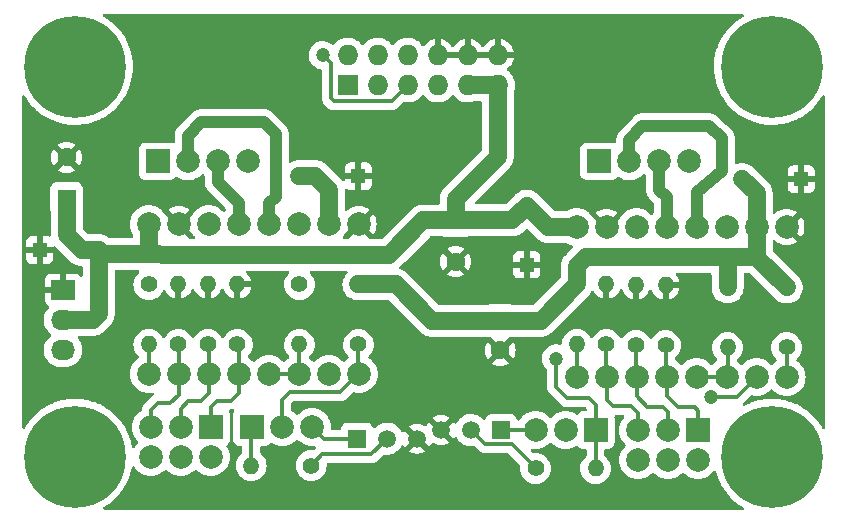
<source format=gbl>
%TF.GenerationSoftware,KiCad,Pcbnew,(6.0.1)*%
%TF.CreationDate,2022-01-17T15:22:50+02:00*%
%TF.ProjectId,prusa_mk2_ext_drv,70727573-615f-46d6-9b32-5f6578745f64,rev?*%
%TF.SameCoordinates,Original*%
%TF.FileFunction,Copper,L2,Bot*%
%TF.FilePolarity,Positive*%
%FSLAX46Y46*%
G04 Gerber Fmt 4.6, Leading zero omitted, Abs format (unit mm)*
G04 Created by KiCad (PCBNEW (6.0.1)) date 2022-01-17 15:22:50*
%MOMM*%
%LPD*%
G01*
G04 APERTURE LIST*
%TA.AperFunction,ComponentPad*%
%ADD10R,2.000000X2.000000*%
%TD*%
%TA.AperFunction,ComponentPad*%
%ADD11C,2.000000*%
%TD*%
%TA.AperFunction,ComponentPad*%
%ADD12R,1.600000X1.600000*%
%TD*%
%TA.AperFunction,ComponentPad*%
%ADD13C,1.600000*%
%TD*%
%TA.AperFunction,ComponentPad*%
%ADD14R,1.520000X1.520000*%
%TD*%
%TA.AperFunction,ComponentPad*%
%ADD15C,1.520000*%
%TD*%
%TA.AperFunction,ComponentPad*%
%ADD16C,1.400000*%
%TD*%
%TA.AperFunction,ComponentPad*%
%ADD17O,1.400000X1.400000*%
%TD*%
%TA.AperFunction,ComponentPad*%
%ADD18C,0.700000*%
%TD*%
%TA.AperFunction,ComponentPad*%
%ADD19C,8.600000*%
%TD*%
%TA.AperFunction,ComponentPad*%
%ADD20R,1.300000X1.300000*%
%TD*%
%TA.AperFunction,ComponentPad*%
%ADD21C,1.300000*%
%TD*%
%TA.AperFunction,ComponentPad*%
%ADD22R,1.727200X1.727200*%
%TD*%
%TA.AperFunction,ComponentPad*%
%ADD23O,1.727200X1.727200*%
%TD*%
%TA.AperFunction,ComponentPad*%
%ADD24R,2.030000X1.730000*%
%TD*%
%TA.AperFunction,ComponentPad*%
%ADD25O,2.030000X1.730000*%
%TD*%
%TA.AperFunction,ViaPad*%
%ADD26C,1.200000*%
%TD*%
%TA.AperFunction,Conductor*%
%ADD27C,1.500000*%
%TD*%
%TA.AperFunction,Conductor*%
%ADD28C,0.300000*%
%TD*%
%TA.AperFunction,Conductor*%
%ADD29C,1.000000*%
%TD*%
G04 APERTURE END LIST*
D10*
%TO.P,CN4,1*%
%TO.N,Net-(CN4-Pad1)*%
X12000000Y-13000000D03*
D11*
%TO.P,CN4,2*%
%TO.N,Net-(CN4-Pad2)*%
X14540000Y-13000000D03*
%TO.P,CN4,3*%
%TO.N,Net-(CN4-Pad3)*%
X17080000Y-13000000D03*
%TO.P,CN4,4*%
%TO.N,Net-(CN4-Pad4)*%
X19620000Y-13000000D03*
%TD*%
D12*
%TO.P,CP1,1*%
%TO.N,+5V*%
X41000000Y-26500000D03*
D13*
%TO.P,CP1,2*%
%TO.N,GND*%
X41000000Y-29000000D03*
%TD*%
D10*
%TO.P,J1,1*%
%TO.N,Net-(CN2-Pad3)*%
X49080000Y-35750000D03*
D11*
%TO.P,J1,2*%
%TO.N,Net-(J1-Pad2)*%
X46540000Y-35750000D03*
%TO.P,J1,3*%
%TO.N,Net-(J1-Pad3)*%
X44000000Y-35750000D03*
%TD*%
%TO.P,MD1,1*%
%TO.N,Net-(CN2-Pad1)*%
X47470000Y-31250000D03*
%TO.P,MD1,2*%
%TO.N,Net-(J3-Pad5)*%
X50010000Y-31250000D03*
%TO.P,MD1,3*%
%TO.N,Net-(J3-Pad3)*%
X52550000Y-31250000D03*
%TO.P,MD1,4*%
%TO.N,Net-(J3-Pad1)*%
X55090000Y-31250000D03*
%TO.P,MD1,5*%
%TO.N,Net-(MD1-Pad5)*%
X57630000Y-31250000D03*
%TO.P,MD1,6*%
X60170000Y-31250000D03*
%TO.P,MD1,7*%
%TO.N,Net-(CN2-Pad2)*%
X62710000Y-31250000D03*
%TO.P,MD1,8*%
%TO.N,Net-(J1-Pad2)*%
X65250000Y-31250000D03*
%TO.P,MD1,9*%
%TO.N,GND*%
X65250000Y-18550000D03*
%TO.P,MD1,10*%
%TO.N,+5V*%
X62710000Y-18550000D03*
%TO.P,MD1,11*%
%TO.N,Net-(CN3-Pad1)*%
X60170000Y-18550000D03*
%TO.P,MD1,12*%
%TO.N,Net-(CN3-Pad2)*%
X57630000Y-18550000D03*
%TO.P,MD1,13*%
%TO.N,Net-(CN3-Pad3)*%
X55090000Y-18550000D03*
%TO.P,MD1,14*%
%TO.N,Net-(CN3-Pad4)*%
X52550000Y-18550000D03*
%TO.P,MD1,15*%
%TO.N,GND*%
X50010000Y-18550000D03*
%TO.P,MD1,16*%
%TO.N,+12V*%
X47470000Y-18550000D03*
%TD*%
%TO.P,MD2,1*%
%TO.N,Net-(CN2-Pad4)*%
X11250000Y-31000000D03*
%TO.P,MD2,2*%
%TO.N,Net-(J4-Pad5)*%
X13790000Y-31000000D03*
%TO.P,MD2,3*%
%TO.N,Net-(J4-Pad3)*%
X16330000Y-31000000D03*
%TO.P,MD2,4*%
%TO.N,Net-(J4-Pad1)*%
X18870000Y-31000000D03*
%TO.P,MD2,5*%
%TO.N,Net-(MD2-Pad5)*%
X21410000Y-31000000D03*
%TO.P,MD2,6*%
X23950000Y-31000000D03*
%TO.P,MD2,7*%
%TO.N,Net-(CN2-Pad5)*%
X26490000Y-31000000D03*
%TO.P,MD2,8*%
%TO.N,Net-(J2-Pad2)*%
X29030000Y-31000000D03*
%TO.P,MD2,9*%
%TO.N,GND*%
X29030000Y-18300000D03*
%TO.P,MD2,10*%
%TO.N,+5V*%
X26490000Y-18300000D03*
%TO.P,MD2,11*%
%TO.N,Net-(CN4-Pad1)*%
X23950000Y-18300000D03*
%TO.P,MD2,12*%
%TO.N,Net-(CN4-Pad2)*%
X21410000Y-18300000D03*
%TO.P,MD2,13*%
%TO.N,Net-(CN4-Pad3)*%
X18870000Y-18300000D03*
%TO.P,MD2,14*%
%TO.N,Net-(CN4-Pad4)*%
X16330000Y-18300000D03*
%TO.P,MD2,15*%
%TO.N,GND*%
X13790000Y-18300000D03*
%TO.P,MD2,16*%
%TO.N,+12V*%
X11250000Y-18300000D03*
%TD*%
D14*
%TO.P,Q1,1*%
%TO.N,Net-(J1-Pad3)*%
X41080000Y-35750000D03*
D15*
%TO.P,Q1,2*%
%TO.N,Net-(Q1-Pad2)*%
X38540000Y-35750000D03*
%TO.P,Q1,3*%
%TO.N,GND*%
X36000000Y-35750000D03*
%TD*%
D14*
%TO.P,Q2,1*%
%TO.N,Net-(J2-Pad3)*%
X28879800Y-36474400D03*
D15*
%TO.P,Q2,2*%
%TO.N,Net-(Q2-Pad2)*%
X31419800Y-36474400D03*
%TO.P,Q2,3*%
%TO.N,GND*%
X33959800Y-36474400D03*
%TD*%
D16*
%TO.P,R2,1*%
%TO.N,+5V*%
X11250000Y-23420000D03*
D17*
%TO.P,R2,2*%
%TO.N,Net-(CN2-Pad4)*%
X11250000Y-28500000D03*
%TD*%
D16*
%TO.P,R4,1*%
%TO.N,Net-(Q2-Pad2)*%
X25000000Y-38750000D03*
D17*
%TO.P,R4,2*%
%TO.N,Net-(CN2-Pad6)*%
X19920000Y-38750000D03*
%TD*%
D16*
%TO.P,R6,1*%
%TO.N,Net-(J2-Pad2)*%
X29000000Y-28500000D03*
D17*
%TO.P,R6,2*%
%TO.N,+5V*%
X29000000Y-23420000D03*
%TD*%
D16*
%TO.P,R11,1*%
%TO.N,Net-(J4-Pad3)*%
X16250000Y-28500000D03*
D17*
%TO.P,R11,2*%
%TO.N,GND*%
X16250000Y-23420000D03*
%TD*%
D18*
%TO.P,REF\u002A\u002A,*%
%TO.N,*%
X5000000Y-1775000D03*
X1775000Y-5000000D03*
X2719581Y-2719581D03*
X7280419Y-7280419D03*
X2719581Y-7280419D03*
X8225000Y-5000000D03*
X5000000Y-8225000D03*
X7280419Y-2719581D03*
D19*
%TO.P,REF\u002A\u002A,1*%
%TO.N,N/C*%
X5000000Y-5000000D03*
%TD*%
D18*
%TO.P,REF\u002A\u002A,*%
%TO.N,*%
X61719581Y-7280419D03*
X61719581Y-2719581D03*
X66280419Y-2719581D03*
X64000000Y-1775000D03*
X64000000Y-8225000D03*
X60775000Y-5000000D03*
X66280419Y-7280419D03*
X67225000Y-5000000D03*
D19*
%TO.P,REF\u002A\u002A,1*%
%TO.N,N/C*%
X64000000Y-5000000D03*
%TD*%
D18*
%TO.P,REF\u002A\u002A,*%
%TO.N,*%
X8225000Y-38000000D03*
X7280419Y-40280419D03*
X5000000Y-34775000D03*
X1775000Y-38000000D03*
X5000000Y-41225000D03*
X7280419Y-35719581D03*
X2719581Y-35719581D03*
X2719581Y-40280419D03*
D19*
%TO.P,REF\u002A\u002A,1*%
%TO.N,N/C*%
X5000000Y-38000000D03*
%TD*%
D18*
%TO.P,REF\u002A\u002A,*%
%TO.N,*%
X64000000Y-41225000D03*
X67225000Y-38000000D03*
X66280419Y-40280419D03*
X60775000Y-38000000D03*
X61719581Y-40280419D03*
X64000000Y-34775000D03*
X66280419Y-35719581D03*
X61719581Y-35719581D03*
D19*
%TO.P,REF\u002A\u002A,1*%
%TO.N,N/C*%
X64000000Y-38000000D03*
%TD*%
D10*
%TO.P,J4,1*%
%TO.N,Net-(J4-Pad1)*%
X16500000Y-35500000D03*
D11*
%TO.P,J4,2*%
%TO.N,+5V*%
X16500000Y-38040000D03*
%TO.P,J4,3*%
%TO.N,Net-(J4-Pad3)*%
X13960000Y-35500000D03*
%TO.P,J4,4*%
%TO.N,+5V*%
X13960000Y-38040000D03*
%TO.P,J4,5*%
%TO.N,Net-(J4-Pad5)*%
X11420000Y-35500000D03*
%TO.P,J4,6*%
%TO.N,+5V*%
X11420000Y-38040000D03*
%TD*%
D16*
%TO.P,R3,1*%
%TO.N,Net-(Q1-Pad2)*%
X44000000Y-39000000D03*
D17*
%TO.P,R3,2*%
%TO.N,Net-(CN2-Pad3)*%
X49080000Y-39000000D03*
%TD*%
D16*
%TO.P,R10,1*%
%TO.N,Net-(J4-Pad5)*%
X13750000Y-28500000D03*
D17*
%TO.P,R10,2*%
%TO.N,GND*%
X13750000Y-23420000D03*
%TD*%
D16*
%TO.P,R12,1*%
%TO.N,Net-(J4-Pad1)*%
X18750000Y-28500000D03*
D17*
%TO.P,R12,2*%
%TO.N,GND*%
X18750000Y-23420000D03*
%TD*%
D10*
%TO.P,J2,1*%
%TO.N,Net-(CN2-Pad6)*%
X20000000Y-35500000D03*
D11*
%TO.P,J2,2*%
%TO.N,Net-(J2-Pad2)*%
X22540000Y-35500000D03*
%TO.P,J2,3*%
%TO.N,Net-(J2-Pad3)*%
X25080000Y-35500000D03*
%TD*%
D16*
%TO.P,R8,1*%
%TO.N,Net-(J3-Pad3)*%
X52500000Y-28580000D03*
D17*
%TO.P,R8,2*%
%TO.N,GND*%
X52500000Y-23500000D03*
%TD*%
D10*
%TO.P,J3,1*%
%TO.N,Net-(J3-Pad1)*%
X57750000Y-35750000D03*
D11*
%TO.P,J3,2*%
%TO.N,+5V*%
X57750000Y-38290000D03*
%TO.P,J3,3*%
%TO.N,Net-(J3-Pad3)*%
X55210000Y-35750000D03*
%TO.P,J3,4*%
%TO.N,+5V*%
X55210000Y-38290000D03*
%TO.P,J3,5*%
%TO.N,Net-(J3-Pad5)*%
X52670000Y-35750000D03*
%TO.P,J3,6*%
%TO.N,+5V*%
X52670000Y-38290000D03*
%TD*%
D16*
%TO.P,R7,1*%
%TO.N,Net-(J3-Pad5)*%
X50000000Y-28500000D03*
D17*
%TO.P,R7,2*%
%TO.N,GND*%
X50000000Y-23420000D03*
%TD*%
D16*
%TO.P,R9,1*%
%TO.N,Net-(J3-Pad1)*%
X55000000Y-28580000D03*
D17*
%TO.P,R9,2*%
%TO.N,GND*%
X55000000Y-23500000D03*
%TD*%
D16*
%TO.P,R1,1*%
%TO.N,+5V*%
X47500000Y-23420000D03*
D17*
%TO.P,R1,2*%
%TO.N,Net-(CN2-Pad1)*%
X47500000Y-28500000D03*
%TD*%
D16*
%TO.P,R5,1*%
%TO.N,Net-(J1-Pad2)*%
X65250000Y-28750000D03*
D17*
%TO.P,R5,2*%
%TO.N,+5V*%
X65250000Y-23670000D03*
%TD*%
D12*
%TO.P,CP3,1*%
%TO.N,+12V*%
X4292600Y-16154400D03*
D13*
%TO.P,CP3,2*%
%TO.N,GND*%
X4292600Y-12654400D03*
%TD*%
D20*
%TO.P,C2,1*%
%TO.N,GND*%
X29000000Y-14250000D03*
D21*
%TO.P,C2,2*%
%TO.N,+5V*%
X24000000Y-14250000D03*
%TD*%
D20*
%TO.P,C4,1*%
%TO.N,GND*%
X66500000Y-14500000D03*
D21*
%TO.P,C4,2*%
%TO.N,+5V*%
X61500000Y-14500000D03*
%TD*%
D10*
%TO.P,CN3,1*%
%TO.N,Net-(CN3-Pad1)*%
X49380000Y-13000000D03*
D11*
%TO.P,CN3,2*%
%TO.N,Net-(CN3-Pad2)*%
X51920000Y-13000000D03*
%TO.P,CN3,3*%
%TO.N,Net-(CN3-Pad3)*%
X54460000Y-13000000D03*
%TO.P,CN3,4*%
%TO.N,Net-(CN3-Pad4)*%
X57000000Y-13000000D03*
%TD*%
D22*
%TO.P,CN2,1*%
%TO.N,Net-(CN2-Pad1)*%
X28090000Y-6540000D03*
D23*
%TO.P,CN2,2*%
%TO.N,Net-(CN2-Pad2)*%
X28090000Y-4000000D03*
%TO.P,CN2,3*%
%TO.N,Net-(CN2-Pad3)*%
X30630000Y-6540000D03*
%TO.P,CN2,4*%
%TO.N,Net-(CN2-Pad4)*%
X30630000Y-4000000D03*
%TO.P,CN2,5*%
%TO.N,Net-(CN2-Pad5)*%
X33170000Y-6540000D03*
%TO.P,CN2,6*%
%TO.N,Net-(CN2-Pad6)*%
X33170000Y-4000000D03*
%TO.P,CN2,7*%
%TO.N,+5V*%
X35710000Y-6540000D03*
%TO.P,CN2,8*%
%TO.N,GND*%
X35710000Y-4000000D03*
%TO.P,CN2,9*%
%TO.N,+12V*%
X38250000Y-6540000D03*
%TO.P,CN2,10*%
%TO.N,GND*%
X38250000Y-4000000D03*
%TO.P,CN2,11*%
%TO.N,+12V*%
X40790000Y-6540000D03*
%TO.P,CN2,12*%
%TO.N,GND*%
X40790000Y-4000000D03*
%TD*%
D16*
%TO.P,R13,1*%
%TO.N,+5V*%
X60250000Y-23670000D03*
D17*
%TO.P,R13,2*%
%TO.N,Net-(MD1-Pad5)*%
X60250000Y-28750000D03*
%TD*%
D16*
%TO.P,R14,1*%
%TO.N,+5V*%
X24000000Y-23420000D03*
D17*
%TO.P,R14,2*%
%TO.N,Net-(MD2-Pad5)*%
X24000000Y-28500000D03*
%TD*%
D20*
%TO.P,C1,1*%
%TO.N,GND*%
X43250000Y-21750000D03*
D21*
%TO.P,C1,2*%
%TO.N,+12V*%
X43250000Y-16750000D03*
%TD*%
D24*
%TO.P,CN1,1*%
%TO.N,GND*%
X3987800Y-23876000D03*
D25*
%TO.P,CN1,2*%
%TO.N,+12V*%
X3987800Y-26416000D03*
%TO.P,CN1,3*%
%TO.N,Net-(CN1-Pad3)*%
X3987800Y-28956000D03*
%TD*%
D12*
%TO.P,CP2,1*%
%TO.N,+12V*%
X37236400Y-17988400D03*
D13*
%TO.P,CP2,2*%
%TO.N,GND*%
X37236400Y-21488400D03*
%TD*%
D20*
%TO.P,C3,1*%
%TO.N,GND*%
X2000000Y-20500000D03*
D21*
%TO.P,C3,2*%
%TO.N,+12V*%
X7000000Y-20500000D03*
%TD*%
D26*
%TO.N,GND*%
X24000000Y-7250000D03*
X43000000Y-28500000D03*
X38750000Y-11000000D03*
X24000000Y-5750000D03*
X34925000Y-20955000D03*
X43205400Y-8750000D03*
X9500000Y-41500000D03*
X21183600Y-23444200D03*
X7747000Y-32004000D03*
X39032577Y-29718000D03*
X27000200Y-40005000D03*
X31000000Y-9347200D03*
X45847000Y-20701000D03*
X21336000Y-28702000D03*
X43688000Y-23876000D03*
X34925000Y-22479000D03*
X39000000Y-28500000D03*
X34036000Y-15875000D03*
X44250000Y-11000000D03*
X33909000Y-31496000D03*
X43000000Y-29750000D03*
X44250000Y-9500000D03*
X37750000Y-10250000D03*
X24000000Y-8750000D03*
X38750000Y-9500000D03*
X43250000Y-11750000D03*
X37750000Y-11750000D03*
X59250000Y-41500000D03*
X37750000Y-8750000D03*
X32512000Y-31496000D03*
X43205400Y-10250000D03*
X48488600Y-26136600D03*
X44250000Y-12500000D03*
X26695400Y-24765000D03*
X34000000Y-34250000D03*
%TO.N,Net-(CN2-Pad2)*%
X58851800Y-32918400D03*
%TO.N,Net-(CN2-Pad3)*%
X45720000Y-29692600D03*
%TO.N,Net-(CN2-Pad5)*%
X25984200Y-4013200D03*
%TD*%
D27*
%TO.N,+12V*%
X11250000Y-20038400D02*
X11252200Y-20853400D01*
X7353400Y-20853400D02*
X7000000Y-20500000D01*
X45050000Y-18550000D02*
X43250000Y-16750000D01*
X31597600Y-20904200D02*
X34501800Y-18000000D01*
X6502800Y-26416000D02*
X7000000Y-25918800D01*
X7000000Y-20500000D02*
X5564800Y-20500000D01*
X40790000Y-6540000D02*
X40790000Y-12600800D01*
X42016800Y-17983200D02*
X37998400Y-17983200D01*
X11250000Y-18300000D02*
X11250000Y-20038400D01*
X37250000Y-16140800D02*
X37250000Y-18000000D01*
X3987800Y-26416000D02*
X6502800Y-26416000D01*
X37998400Y-17983200D02*
X37266800Y-17983200D01*
X34501800Y-18000000D02*
X37250000Y-18000000D01*
X4292600Y-19227800D02*
X4292600Y-16154400D01*
X38250000Y-6540000D02*
X40790000Y-6540000D01*
X37236400Y-17988400D02*
X37993200Y-17988400D01*
X47470000Y-18550000D02*
X45050000Y-18550000D01*
X5564800Y-20500000D02*
X4292600Y-19227800D01*
X37266800Y-17983200D02*
X37250000Y-18000000D01*
X7000000Y-25918800D02*
X7000000Y-20500000D01*
X40790000Y-12600800D02*
X37250000Y-16140800D01*
X13182600Y-20904200D02*
X31597600Y-20904200D01*
X37993200Y-17988400D02*
X37998400Y-17983200D01*
X11252200Y-20853400D02*
X7353400Y-20853400D01*
X11252200Y-20853400D02*
X13182600Y-20904200D01*
X43250000Y-16750000D02*
X42016800Y-17983200D01*
%TO.N,+5V*%
X60250000Y-21182400D02*
X60325000Y-21107400D01*
X62710000Y-15710000D02*
X61500000Y-14500000D01*
X35237600Y-26500000D02*
X41000000Y-26500000D01*
X24000000Y-14250000D02*
X25349800Y-14250000D01*
X62687400Y-21107400D02*
X62280800Y-21107400D01*
X60250000Y-23670000D02*
X60250000Y-21182400D01*
X44420000Y-26500000D02*
X47500000Y-23420000D01*
X25349800Y-14250000D02*
X26490000Y-15390200D01*
X62710000Y-20678200D02*
X62710000Y-18550000D01*
X32157600Y-23420000D02*
X35237600Y-26500000D01*
X48234600Y-21107400D02*
X60325000Y-21107400D01*
X60325000Y-21107400D02*
X62280800Y-21107400D01*
X62280800Y-21107400D02*
X62710000Y-20678200D01*
X47500000Y-23420000D02*
X47500000Y-21842000D01*
X47500000Y-21842000D02*
X48234600Y-21107400D01*
X29000000Y-23420000D02*
X32157600Y-23420000D01*
X65250000Y-23670000D02*
X62687400Y-21107400D01*
X62710000Y-18550000D02*
X62710000Y-15710000D01*
X26490000Y-15390200D02*
X26490000Y-18300000D01*
X41000000Y-26500000D02*
X44420000Y-26500000D01*
D28*
%TO.N,Net-(CN2-Pad1)*%
X47500000Y-31220000D02*
X47470000Y-31250000D01*
X47500000Y-28500000D02*
X47500000Y-31220000D01*
%TO.N,Net-(CN2-Pad2)*%
X61041600Y-32918400D02*
X62710000Y-31250000D01*
X58851800Y-32918400D02*
X61041600Y-32918400D01*
%TO.N,Net-(CN2-Pad3)*%
X48539400Y-33045400D02*
X49080000Y-33586000D01*
X45720000Y-32080200D02*
X46685200Y-33045400D01*
X45720000Y-29692600D02*
X45720000Y-32080200D01*
X49080000Y-39000000D02*
X49080000Y-35750000D01*
X49080000Y-33586000D02*
X49080000Y-35750000D01*
X46685200Y-33045400D02*
X48539400Y-33045400D01*
%TO.N,Net-(CN2-Pad4)*%
X11250000Y-31000000D02*
X11250000Y-28500000D01*
%TO.N,Net-(CN2-Pad5)*%
X33170000Y-6540000D02*
X31810600Y-7899400D01*
X26670000Y-4699000D02*
X25984200Y-4013200D01*
X26670000Y-7657202D02*
X26670000Y-4699000D01*
X26912198Y-7899400D02*
X26670000Y-7657202D01*
X31810600Y-7899400D02*
X26912198Y-7899400D01*
%TO.N,Net-(CN2-Pad6)*%
X19920000Y-35580000D02*
X20000000Y-35500000D01*
X19920000Y-38750000D02*
X19920000Y-35580000D01*
D29*
%TO.N,Net-(CN3-Pad2)*%
X53035200Y-10033000D02*
X58674000Y-10033000D01*
X51920000Y-13000000D02*
X51920000Y-11224400D01*
X51920000Y-11224400D02*
X53035200Y-10033000D01*
X57630000Y-15572800D02*
X57630000Y-18550000D01*
X59740800Y-13843000D02*
X57630000Y-15572800D01*
X59766200Y-11049000D02*
X59740800Y-13843000D01*
X58674000Y-10033000D02*
X59766200Y-11049000D01*
%TO.N,Net-(CN3-Pad3)*%
X54460000Y-13000000D02*
X54460000Y-15394800D01*
X55090000Y-16024800D02*
X55090000Y-18550000D01*
X54460000Y-15394800D02*
X55090000Y-16024800D01*
%TO.N,Net-(CN4-Pad3)*%
X17080000Y-13000000D02*
X17080000Y-14717800D01*
X18870000Y-16507800D02*
X18870000Y-18300000D01*
X17080000Y-14717800D02*
X18870000Y-16507800D01*
%TO.N,Net-(CN4-Pad2)*%
X20980400Y-9677400D02*
X21996400Y-10693400D01*
X21996400Y-10693400D02*
X21996400Y-15976600D01*
X15697200Y-9677400D02*
X20980400Y-9677400D01*
X21996400Y-15976600D02*
X21410000Y-16563000D01*
X21410000Y-16563000D02*
X21410000Y-18300000D01*
X14540000Y-13000000D02*
X14540000Y-10834600D01*
X14540000Y-10834600D02*
X15697200Y-9677400D01*
D28*
%TO.N,Net-(J1-Pad2)*%
X65250000Y-28750000D02*
X65250000Y-31250000D01*
%TO.N,Net-(J1-Pad3)*%
X41080000Y-35750000D02*
X44000000Y-35750000D01*
%TO.N,Net-(J2-Pad3)*%
X26054400Y-36474400D02*
X25080000Y-35500000D01*
X28879800Y-36474400D02*
X26054400Y-36474400D01*
%TO.N,Net-(J2-Pad2)*%
X22540000Y-35500000D02*
X22540000Y-33213000D01*
X29000000Y-30970000D02*
X29030000Y-31000000D01*
X28994800Y-31000000D02*
X29030000Y-31000000D01*
X23215600Y-32537400D02*
X27457400Y-32537400D01*
X29000000Y-28500000D02*
X29000000Y-30970000D01*
X22540000Y-33213000D02*
X23215600Y-32537400D01*
X27457400Y-32537400D02*
X28994800Y-31000000D01*
%TO.N,Net-(J3-Pad1)*%
X56032400Y-33832800D02*
X57480200Y-33832800D01*
X57480200Y-33832800D02*
X57750000Y-34102600D01*
X55090000Y-32890400D02*
X55090000Y-31250000D01*
X55000000Y-28580000D02*
X55000000Y-31160000D01*
X56032400Y-33832800D02*
X55090000Y-32890400D01*
X55000000Y-31160000D02*
X55090000Y-31250000D01*
X57750000Y-35750000D02*
X57750000Y-34102600D01*
%TO.N,Net-(J3-Pad3)*%
X52550000Y-32865000D02*
X52550000Y-31250000D01*
X52500000Y-31200000D02*
X52550000Y-31250000D01*
X55210000Y-35750000D02*
X55210000Y-34204200D01*
X54787800Y-33782000D02*
X55210000Y-34204200D01*
X53467000Y-33782000D02*
X54787800Y-33782000D01*
X53467000Y-33782000D02*
X52550000Y-32865000D01*
X52500000Y-28580000D02*
X52500000Y-31200000D01*
%TO.N,Net-(J3-Pad5)*%
X50571400Y-33731200D02*
X50010000Y-33169800D01*
X50000000Y-31240000D02*
X50010000Y-31250000D01*
X50000000Y-28500000D02*
X50000000Y-31240000D01*
X52095400Y-33731200D02*
X50571400Y-33731200D01*
X52670000Y-34305800D02*
X52095400Y-33731200D01*
X52670000Y-35750000D02*
X52670000Y-34305800D01*
X50010000Y-33169800D02*
X50010000Y-31250000D01*
%TO.N,Net-(J4-Pad5)*%
X13081000Y-33451800D02*
X13790000Y-32742800D01*
X11420000Y-35500000D02*
X11420000Y-34071400D01*
X12039600Y-33451800D02*
X13081000Y-33451800D01*
X13790000Y-28540000D02*
X13750000Y-28500000D01*
X13790000Y-31000000D02*
X13790000Y-28540000D01*
X13790000Y-32742800D02*
X13790000Y-31000000D01*
X11420000Y-34071400D02*
X12039600Y-33451800D01*
%TO.N,Net-(J4-Pad3)*%
X16330000Y-31000000D02*
X16330000Y-28580000D01*
X14605000Y-33299400D02*
X15671800Y-33299400D01*
X16330000Y-32641200D02*
X16330000Y-31000000D01*
X13960000Y-33944400D02*
X14605000Y-33299400D01*
X13960000Y-35500000D02*
X13960000Y-33944400D01*
X15671800Y-33299400D02*
X16330000Y-32641200D01*
X16330000Y-28580000D02*
X16250000Y-28500000D01*
%TO.N,Net-(J4-Pad1)*%
X18870000Y-28620000D02*
X18750000Y-28500000D01*
X17043400Y-33248600D02*
X18237200Y-33248600D01*
X18237200Y-33248600D02*
X18870000Y-32615800D01*
X18870000Y-31000000D02*
X18870000Y-28620000D01*
X16500000Y-33792000D02*
X17043400Y-33248600D01*
X16500000Y-35500000D02*
X16500000Y-33792000D01*
X18870000Y-32615800D02*
X18870000Y-31000000D01*
%TO.N,Net-(MD1-Pad5)*%
X60250000Y-28750000D02*
X60250000Y-31170000D01*
X60250000Y-31170000D02*
X60170000Y-31250000D01*
X60170000Y-31250000D02*
X57630000Y-31250000D01*
%TO.N,Net-(MD2-Pad5)*%
X23950000Y-31000000D02*
X23950000Y-28550000D01*
X23950000Y-31000000D02*
X21410000Y-31000000D01*
X23950000Y-28550000D02*
X24000000Y-28500000D01*
%TO.N,Net-(Q1-Pad2)*%
X41960001Y-36960001D02*
X39750001Y-36960001D01*
X39750001Y-36960001D02*
X38540000Y-35750000D01*
X44000000Y-39000000D02*
X41960001Y-36960001D01*
%TO.N,Net-(Q2-Pad2)*%
X25000000Y-38750000D02*
X25954800Y-37795200D01*
X25954800Y-37795200D02*
X30099000Y-37795200D01*
X30099000Y-37795200D02*
X31419800Y-36474400D01*
%TD*%
%TA.AperFunction,Conductor*%
%TO.N,GND*%
G36*
X61577192Y-528002D02*
G01*
X61623685Y-581658D01*
X61633789Y-651932D01*
X61604295Y-716512D01*
X61571785Y-743284D01*
X61371534Y-858201D01*
X61369242Y-859803D01*
X61369234Y-859808D01*
X61271057Y-928425D01*
X61013758Y-1108254D01*
X60679626Y-1389121D01*
X60371785Y-1698578D01*
X60092671Y-2034176D01*
X59844495Y-2393257D01*
X59629222Y-2772977D01*
X59448556Y-3170331D01*
X59447631Y-3172965D01*
X59447627Y-3172975D01*
X59403769Y-3297865D01*
X59303928Y-3582172D01*
X59303236Y-3584897D01*
X59197813Y-4000000D01*
X59196482Y-4005239D01*
X59127070Y-4436183D01*
X59096242Y-4871591D01*
X59104241Y-5308015D01*
X59151004Y-5742001D01*
X59151550Y-5744744D01*
X59151551Y-5744753D01*
X59235615Y-6167373D01*
X59236160Y-6170111D01*
X59359036Y-6588957D01*
X59360056Y-6591553D01*
X59360057Y-6591556D01*
X59508242Y-6968711D01*
X59518658Y-6995222D01*
X59713764Y-7385689D01*
X59942807Y-7757266D01*
X60203974Y-8107011D01*
X60205835Y-8109089D01*
X60205836Y-8109090D01*
X60479585Y-8414724D01*
X60495198Y-8432156D01*
X60497235Y-8434059D01*
X60497242Y-8434066D01*
X60685691Y-8610105D01*
X60814172Y-8730125D01*
X60816368Y-8731838D01*
X60816372Y-8731841D01*
X60859906Y-8765792D01*
X61158372Y-8998560D01*
X61208308Y-9030803D01*
X61522727Y-9233821D01*
X61522735Y-9233826D01*
X61525071Y-9235334D01*
X61911366Y-9438574D01*
X61913959Y-9439656D01*
X62311614Y-9605592D01*
X62311619Y-9605594D01*
X62314198Y-9606670D01*
X62316863Y-9607513D01*
X62316869Y-9607515D01*
X62543094Y-9679060D01*
X62730379Y-9738290D01*
X62733109Y-9738893D01*
X62733110Y-9738893D01*
X63117157Y-9823683D01*
X63156612Y-9832394D01*
X63159386Y-9832752D01*
X63159387Y-9832752D01*
X63586752Y-9887878D01*
X63586762Y-9887879D01*
X63589523Y-9888235D01*
X63592310Y-9888345D01*
X63592316Y-9888345D01*
X63845621Y-9898297D01*
X64025685Y-9905372D01*
X64028476Y-9905233D01*
X64028482Y-9905233D01*
X64458839Y-9883808D01*
X64458848Y-9883807D01*
X64461643Y-9883668D01*
X64464420Y-9883280D01*
X64464422Y-9883280D01*
X64539233Y-9872833D01*
X64893945Y-9823297D01*
X64896655Y-9822669D01*
X64896665Y-9822667D01*
X65316443Y-9725367D01*
X65319170Y-9724735D01*
X65537089Y-9653298D01*
X65731296Y-9589634D01*
X65731302Y-9589632D01*
X65733949Y-9588764D01*
X66042628Y-9456145D01*
X66132426Y-9417565D01*
X66132428Y-9417564D01*
X66135000Y-9416459D01*
X66519145Y-9209185D01*
X66883345Y-8968584D01*
X67224714Y-8696559D01*
X67540551Y-8395266D01*
X67542388Y-8393172D01*
X67542396Y-8393163D01*
X67826505Y-8069198D01*
X67828354Y-8067090D01*
X67830006Y-8064829D01*
X67830013Y-8064820D01*
X68084186Y-7716898D01*
X68084189Y-7716893D01*
X68085844Y-7714628D01*
X68087288Y-7712230D01*
X68087295Y-7712219D01*
X68258054Y-7428589D01*
X68310326Y-7380545D01*
X68380274Y-7368389D01*
X68445690Y-7395979D01*
X68485805Y-7454556D01*
X68492000Y-7493578D01*
X68492000Y-35504640D01*
X68471998Y-35572761D01*
X68418342Y-35619254D01*
X68348068Y-35629358D01*
X68283488Y-35599864D01*
X68254800Y-35563890D01*
X68223635Y-35505400D01*
X68222318Y-35502928D01*
X68217186Y-35495070D01*
X67985167Y-35139833D01*
X67985164Y-35139829D01*
X67983626Y-35137474D01*
X67737773Y-34825611D01*
X67715122Y-34796878D01*
X67715120Y-34796876D01*
X67713393Y-34794685D01*
X67413758Y-34477275D01*
X67411667Y-34475422D01*
X67411659Y-34475414D01*
X67089193Y-34189619D01*
X67089191Y-34189617D01*
X67087093Y-34187758D01*
X67063773Y-34170533D01*
X66902841Y-34051667D01*
X66735985Y-33928425D01*
X66517894Y-33795563D01*
X66365602Y-33702786D01*
X66365595Y-33702782D01*
X66363213Y-33701331D01*
X66343035Y-33691380D01*
X66095105Y-33569115D01*
X65971730Y-33508273D01*
X65969134Y-33507268D01*
X65969121Y-33507263D01*
X65662178Y-33388517D01*
X65564635Y-33350780D01*
X65284702Y-33270246D01*
X65147833Y-33230870D01*
X65147827Y-33230869D01*
X65145152Y-33230099D01*
X65142415Y-33229570D01*
X65142409Y-33229568D01*
X64921030Y-33186737D01*
X64716601Y-33147185D01*
X64282377Y-33102695D01*
X64279587Y-33102658D01*
X64279579Y-33102658D01*
X64007264Y-33099094D01*
X63845916Y-33096982D01*
X63843116Y-33097195D01*
X63843115Y-33097195D01*
X63460291Y-33126315D01*
X63410676Y-33130089D01*
X62980102Y-33201757D01*
X62916869Y-33218169D01*
X62560321Y-33310710D01*
X62560310Y-33310713D01*
X62557603Y-33311416D01*
X62295015Y-33405177D01*
X62149168Y-33457254D01*
X62149163Y-33457256D01*
X62146525Y-33458198D01*
X62143985Y-33459369D01*
X62143980Y-33459371D01*
X62024095Y-33514639D01*
X61750123Y-33640942D01*
X61747694Y-33642336D01*
X61747690Y-33642338D01*
X61707669Y-33665305D01*
X61638630Y-33681863D01*
X61571599Y-33658468D01*
X61527858Y-33602546D01*
X61521294Y-33531854D01*
X61553480Y-33469370D01*
X61578981Y-33442450D01*
X61581360Y-33440007D01*
X62188673Y-32832694D01*
X62250985Y-32798668D01*
X62307180Y-32799270D01*
X62375816Y-32815748D01*
X62454039Y-32834528D01*
X62454045Y-32834529D01*
X62458852Y-32835683D01*
X62710000Y-32855449D01*
X62961148Y-32835683D01*
X62965955Y-32834529D01*
X62965961Y-32834528D01*
X63135792Y-32793755D01*
X63206111Y-32776873D01*
X63210684Y-32774979D01*
X63434285Y-32682361D01*
X63434289Y-32682359D01*
X63438859Y-32680466D01*
X63653659Y-32548836D01*
X63657419Y-32545624D01*
X63657424Y-32545621D01*
X63841457Y-32388442D01*
X63841462Y-32388437D01*
X63845224Y-32385224D01*
X63872463Y-32353332D01*
X63884189Y-32339602D01*
X63943640Y-32300793D01*
X64014634Y-32300287D01*
X64075811Y-32339602D01*
X64087538Y-32353332D01*
X64114776Y-32385224D01*
X64118538Y-32388437D01*
X64118543Y-32388442D01*
X64302576Y-32545621D01*
X64302581Y-32545624D01*
X64306341Y-32548836D01*
X64521141Y-32680466D01*
X64525711Y-32682359D01*
X64525715Y-32682361D01*
X64749316Y-32774979D01*
X64753889Y-32776873D01*
X64824208Y-32793755D01*
X64994039Y-32834528D01*
X64994045Y-32834529D01*
X64998852Y-32835683D01*
X65250000Y-32855449D01*
X65501148Y-32835683D01*
X65505955Y-32834529D01*
X65505961Y-32834528D01*
X65675792Y-32793755D01*
X65746111Y-32776873D01*
X65750684Y-32774979D01*
X65974285Y-32682361D01*
X65974289Y-32682359D01*
X65978859Y-32680466D01*
X66193659Y-32548836D01*
X66197419Y-32545624D01*
X66197424Y-32545621D01*
X66381462Y-32388437D01*
X66385224Y-32385224D01*
X66424189Y-32339602D01*
X66545621Y-32197424D01*
X66545624Y-32197419D01*
X66548836Y-32193659D01*
X66680466Y-31978859D01*
X66695047Y-31943659D01*
X66774979Y-31750684D01*
X66774980Y-31750682D01*
X66776873Y-31746111D01*
X66835683Y-31501148D01*
X66855449Y-31250000D01*
X66835683Y-30998852D01*
X66776873Y-30753889D01*
X66750718Y-30690744D01*
X66682361Y-30525715D01*
X66682359Y-30525711D01*
X66680466Y-30521141D01*
X66548836Y-30306341D01*
X66545624Y-30302581D01*
X66545621Y-30302576D01*
X66388437Y-30118538D01*
X66385224Y-30114776D01*
X66351604Y-30086062D01*
X66197424Y-29954379D01*
X66197419Y-29954375D01*
X66193659Y-29951164D01*
X66189444Y-29948581D01*
X66189437Y-29948576D01*
X66140430Y-29918545D01*
X66092798Y-29865898D01*
X66081191Y-29795856D01*
X66109294Y-29730659D01*
X66117169Y-29722017D01*
X66250047Y-29589139D01*
X66380568Y-29402734D01*
X66394890Y-29372022D01*
X66474416Y-29201478D01*
X66474417Y-29201476D01*
X66476739Y-29196496D01*
X66505463Y-29089298D01*
X66534211Y-28982007D01*
X66534211Y-28982005D01*
X66535635Y-28976692D01*
X66555468Y-28750000D01*
X66535635Y-28523308D01*
X66491552Y-28358788D01*
X66478162Y-28308814D01*
X66478161Y-28308812D01*
X66476739Y-28303504D01*
X66468411Y-28285644D01*
X66382891Y-28102247D01*
X66382889Y-28102244D01*
X66380568Y-28097266D01*
X66250047Y-27910861D01*
X66089139Y-27749953D01*
X65902734Y-27619432D01*
X65897756Y-27617111D01*
X65897753Y-27617109D01*
X65701478Y-27525584D01*
X65701476Y-27525583D01*
X65696496Y-27523261D01*
X65691188Y-27521839D01*
X65691186Y-27521838D01*
X65482007Y-27465789D01*
X65482005Y-27465789D01*
X65476692Y-27464365D01*
X65250000Y-27444532D01*
X65023308Y-27464365D01*
X65017995Y-27465789D01*
X65017993Y-27465789D01*
X64808814Y-27521838D01*
X64808812Y-27521839D01*
X64803504Y-27523261D01*
X64798524Y-27525583D01*
X64798522Y-27525584D01*
X64602247Y-27617109D01*
X64602244Y-27617111D01*
X64597266Y-27619432D01*
X64410861Y-27749953D01*
X64249953Y-27910861D01*
X64119432Y-28097266D01*
X64117111Y-28102244D01*
X64117109Y-28102247D01*
X64031589Y-28285644D01*
X64023261Y-28303504D01*
X64021839Y-28308812D01*
X64021838Y-28308814D01*
X64008448Y-28358788D01*
X63964365Y-28523308D01*
X63944532Y-28750000D01*
X63964365Y-28976692D01*
X63965789Y-28982005D01*
X63965789Y-28982007D01*
X63994538Y-29089298D01*
X64023261Y-29196496D01*
X64025583Y-29201476D01*
X64025584Y-29201478D01*
X64105111Y-29372022D01*
X64119432Y-29402734D01*
X64249953Y-29589139D01*
X64382831Y-29722017D01*
X64416857Y-29784329D01*
X64411792Y-29855144D01*
X64369245Y-29911980D01*
X64359570Y-29918545D01*
X64310563Y-29948576D01*
X64310556Y-29948581D01*
X64306341Y-29951164D01*
X64302581Y-29954375D01*
X64302576Y-29954379D01*
X64118543Y-30111558D01*
X64118538Y-30111563D01*
X64114776Y-30114776D01*
X64111563Y-30118538D01*
X64111561Y-30118540D01*
X64075811Y-30160398D01*
X64016360Y-30199207D01*
X63945366Y-30199713D01*
X63884189Y-30160398D01*
X63848439Y-30118540D01*
X63848437Y-30118538D01*
X63845224Y-30114776D01*
X63841462Y-30111563D01*
X63841457Y-30111558D01*
X63657424Y-29954379D01*
X63657419Y-29954376D01*
X63653659Y-29951164D01*
X63438859Y-29819534D01*
X63434289Y-29817641D01*
X63434285Y-29817639D01*
X63210684Y-29725021D01*
X63210682Y-29725020D01*
X63206111Y-29723127D01*
X63091719Y-29695664D01*
X62965961Y-29665472D01*
X62965955Y-29665471D01*
X62961148Y-29664317D01*
X62710000Y-29644551D01*
X62458852Y-29664317D01*
X62454045Y-29665471D01*
X62454039Y-29665472D01*
X62328281Y-29695664D01*
X62213889Y-29723127D01*
X62209318Y-29725020D01*
X62209316Y-29725021D01*
X61985715Y-29817639D01*
X61985711Y-29817641D01*
X61981141Y-29819534D01*
X61766341Y-29951164D01*
X61762581Y-29954376D01*
X61762576Y-29954379D01*
X61578543Y-30111558D01*
X61578538Y-30111563D01*
X61574776Y-30114776D01*
X61571563Y-30118538D01*
X61571561Y-30118540D01*
X61535811Y-30160398D01*
X61476360Y-30199207D01*
X61405366Y-30199713D01*
X61344189Y-30160398D01*
X61308439Y-30118540D01*
X61308437Y-30118538D01*
X61305224Y-30114776D01*
X61301462Y-30111563D01*
X61301457Y-30111558D01*
X61117424Y-29954379D01*
X61117419Y-29954375D01*
X61113659Y-29951164D01*
X61109442Y-29948580D01*
X61105429Y-29945664D01*
X61106107Y-29944730D01*
X61062141Y-29896137D01*
X61050532Y-29826096D01*
X61078632Y-29760897D01*
X61089281Y-29750189D01*
X61089139Y-29750047D01*
X61250047Y-29589139D01*
X61380568Y-29402734D01*
X61394890Y-29372022D01*
X61474416Y-29201478D01*
X61474417Y-29201476D01*
X61476739Y-29196496D01*
X61505463Y-29089298D01*
X61534211Y-28982007D01*
X61534211Y-28982005D01*
X61535635Y-28976692D01*
X61555468Y-28750000D01*
X61535635Y-28523308D01*
X61491552Y-28358788D01*
X61478162Y-28308814D01*
X61478161Y-28308812D01*
X61476739Y-28303504D01*
X61468411Y-28285644D01*
X61382891Y-28102247D01*
X61382889Y-28102244D01*
X61380568Y-28097266D01*
X61250047Y-27910861D01*
X61089139Y-27749953D01*
X60902734Y-27619432D01*
X60897756Y-27617111D01*
X60897753Y-27617109D01*
X60701478Y-27525584D01*
X60701476Y-27525583D01*
X60696496Y-27523261D01*
X60691188Y-27521839D01*
X60691186Y-27521838D01*
X60482007Y-27465789D01*
X60482005Y-27465789D01*
X60476692Y-27464365D01*
X60250000Y-27444532D01*
X60023308Y-27464365D01*
X60017995Y-27465789D01*
X60017993Y-27465789D01*
X59808814Y-27521838D01*
X59808812Y-27521839D01*
X59803504Y-27523261D01*
X59798524Y-27525583D01*
X59798522Y-27525584D01*
X59602247Y-27617109D01*
X59602244Y-27617111D01*
X59597266Y-27619432D01*
X59410861Y-27749953D01*
X59249953Y-27910861D01*
X59119432Y-28097266D01*
X59117111Y-28102244D01*
X59117109Y-28102247D01*
X59031589Y-28285644D01*
X59023261Y-28303504D01*
X59021839Y-28308812D01*
X59021838Y-28308814D01*
X59008448Y-28358788D01*
X58964365Y-28523308D01*
X58944532Y-28750000D01*
X58964365Y-28976692D01*
X58965789Y-28982005D01*
X58965789Y-28982007D01*
X58994538Y-29089298D01*
X59023261Y-29196496D01*
X59025583Y-29201476D01*
X59025584Y-29201478D01*
X59105111Y-29372022D01*
X59119432Y-29402734D01*
X59249953Y-29589139D01*
X59352434Y-29691620D01*
X59386460Y-29753932D01*
X59381395Y-29824747D01*
X59338848Y-29881583D01*
X59329179Y-29888145D01*
X59226341Y-29951164D01*
X59222581Y-29954376D01*
X59222576Y-29954379D01*
X59038543Y-30111558D01*
X59038538Y-30111563D01*
X59034776Y-30114776D01*
X59031563Y-30118538D01*
X59031561Y-30118540D01*
X58995811Y-30160398D01*
X58936360Y-30199207D01*
X58865366Y-30199713D01*
X58804189Y-30160398D01*
X58768439Y-30118540D01*
X58768437Y-30118538D01*
X58765224Y-30114776D01*
X58761462Y-30111563D01*
X58761457Y-30111558D01*
X58577424Y-29954379D01*
X58577419Y-29954376D01*
X58573659Y-29951164D01*
X58358859Y-29819534D01*
X58354289Y-29817641D01*
X58354285Y-29817639D01*
X58130684Y-29725021D01*
X58130682Y-29725020D01*
X58126111Y-29723127D01*
X58011719Y-29695664D01*
X57885961Y-29665472D01*
X57885955Y-29665471D01*
X57881148Y-29664317D01*
X57630000Y-29644551D01*
X57378852Y-29664317D01*
X57374045Y-29665471D01*
X57374039Y-29665472D01*
X57248281Y-29695664D01*
X57133889Y-29723127D01*
X57129318Y-29725020D01*
X57129316Y-29725021D01*
X56905715Y-29817639D01*
X56905711Y-29817641D01*
X56901141Y-29819534D01*
X56686341Y-29951164D01*
X56682581Y-29954376D01*
X56682576Y-29954379D01*
X56498543Y-30111558D01*
X56498538Y-30111563D01*
X56494776Y-30114776D01*
X56491563Y-30118538D01*
X56491561Y-30118540D01*
X56455811Y-30160398D01*
X56396360Y-30199207D01*
X56325366Y-30199713D01*
X56264189Y-30160398D01*
X56228439Y-30118540D01*
X56228437Y-30118538D01*
X56225224Y-30114776D01*
X56221462Y-30111563D01*
X56221457Y-30111558D01*
X56037424Y-29954379D01*
X56037419Y-29954376D01*
X56033659Y-29951164D01*
X55818859Y-29819534D01*
X55818398Y-29819343D01*
X55767682Y-29771445D01*
X55750500Y-29707926D01*
X55750500Y-29707704D01*
X55770502Y-29639583D01*
X55804230Y-29604490D01*
X55808958Y-29601180D01*
X55839139Y-29580047D01*
X56000047Y-29419139D01*
X56130568Y-29232734D01*
X56135332Y-29222519D01*
X56224416Y-29031478D01*
X56224417Y-29031476D01*
X56226739Y-29026496D01*
X56236406Y-28990420D01*
X56284211Y-28812007D01*
X56284211Y-28812005D01*
X56285635Y-28806692D01*
X56305468Y-28580000D01*
X56285635Y-28353308D01*
X56267505Y-28285644D01*
X56228162Y-28138814D01*
X56228161Y-28138812D01*
X56226739Y-28133504D01*
X56187111Y-28048522D01*
X56132891Y-27932247D01*
X56132889Y-27932244D01*
X56130568Y-27927266D01*
X56000047Y-27740861D01*
X55839139Y-27579953D01*
X55652734Y-27449432D01*
X55647756Y-27447111D01*
X55647753Y-27447109D01*
X55451478Y-27355584D01*
X55451476Y-27355583D01*
X55446496Y-27353261D01*
X55441188Y-27351839D01*
X55441186Y-27351838D01*
X55232007Y-27295789D01*
X55232005Y-27295789D01*
X55226692Y-27294365D01*
X55000000Y-27274532D01*
X54773308Y-27294365D01*
X54767995Y-27295789D01*
X54767993Y-27295789D01*
X54558814Y-27351838D01*
X54558812Y-27351839D01*
X54553504Y-27353261D01*
X54548524Y-27355583D01*
X54548522Y-27355584D01*
X54352247Y-27447109D01*
X54352244Y-27447111D01*
X54347266Y-27449432D01*
X54160861Y-27579953D01*
X53999953Y-27740861D01*
X53869432Y-27927266D01*
X53867109Y-27932247D01*
X53867107Y-27932251D01*
X53864195Y-27938496D01*
X53817278Y-27991782D01*
X53749001Y-28011243D01*
X53681041Y-27990702D01*
X53635805Y-27938496D01*
X53632893Y-27932251D01*
X53632891Y-27932247D01*
X53630568Y-27927266D01*
X53500047Y-27740861D01*
X53339139Y-27579953D01*
X53152734Y-27449432D01*
X53147756Y-27447111D01*
X53147753Y-27447109D01*
X52951478Y-27355584D01*
X52951476Y-27355583D01*
X52946496Y-27353261D01*
X52941188Y-27351839D01*
X52941186Y-27351838D01*
X52732007Y-27295789D01*
X52732005Y-27295789D01*
X52726692Y-27294365D01*
X52500000Y-27274532D01*
X52273308Y-27294365D01*
X52267995Y-27295789D01*
X52267993Y-27295789D01*
X52058814Y-27351838D01*
X52058812Y-27351839D01*
X52053504Y-27353261D01*
X52048524Y-27355583D01*
X52048522Y-27355584D01*
X51852247Y-27447109D01*
X51852244Y-27447111D01*
X51847266Y-27449432D01*
X51660861Y-27579953D01*
X51499953Y-27740861D01*
X51373619Y-27921286D01*
X51318166Y-27965612D01*
X51247546Y-27972921D01*
X51184186Y-27940891D01*
X51156215Y-27902264D01*
X51132894Y-27852252D01*
X51132889Y-27852243D01*
X51130568Y-27847266D01*
X51000047Y-27660861D01*
X50839139Y-27499953D01*
X50652734Y-27369432D01*
X50647756Y-27367111D01*
X50647753Y-27367109D01*
X50451478Y-27275584D01*
X50451476Y-27275583D01*
X50446496Y-27273261D01*
X50441188Y-27271839D01*
X50441186Y-27271838D01*
X50232007Y-27215789D01*
X50232005Y-27215789D01*
X50226692Y-27214365D01*
X50000000Y-27194532D01*
X49773308Y-27214365D01*
X49767995Y-27215789D01*
X49767993Y-27215789D01*
X49558814Y-27271838D01*
X49558812Y-27271839D01*
X49553504Y-27273261D01*
X49548524Y-27275583D01*
X49548522Y-27275584D01*
X49352247Y-27367109D01*
X49352244Y-27367111D01*
X49347266Y-27369432D01*
X49160861Y-27499953D01*
X48999953Y-27660861D01*
X48869432Y-27847266D01*
X48867109Y-27852247D01*
X48867107Y-27852251D01*
X48864195Y-27858496D01*
X48817278Y-27911782D01*
X48749001Y-27931243D01*
X48681041Y-27910702D01*
X48635805Y-27858496D01*
X48632893Y-27852251D01*
X48632891Y-27852247D01*
X48630568Y-27847266D01*
X48500047Y-27660861D01*
X48339139Y-27499953D01*
X48152734Y-27369432D01*
X48147756Y-27367111D01*
X48147753Y-27367109D01*
X47951478Y-27275584D01*
X47951476Y-27275583D01*
X47946496Y-27273261D01*
X47941188Y-27271839D01*
X47941186Y-27271838D01*
X47732007Y-27215789D01*
X47732005Y-27215789D01*
X47726692Y-27214365D01*
X47500000Y-27194532D01*
X47273308Y-27214365D01*
X47267995Y-27215789D01*
X47267993Y-27215789D01*
X47058814Y-27271838D01*
X47058812Y-27271839D01*
X47053504Y-27273261D01*
X47048524Y-27275583D01*
X47048522Y-27275584D01*
X46852247Y-27367109D01*
X46852244Y-27367111D01*
X46847266Y-27369432D01*
X46660861Y-27499953D01*
X46499953Y-27660861D01*
X46369432Y-27847266D01*
X46367111Y-27852244D01*
X46367109Y-27852247D01*
X46292968Y-28011243D01*
X46273261Y-28053504D01*
X46271839Y-28058812D01*
X46271838Y-28058814D01*
X46242513Y-28168257D01*
X46214365Y-28273308D01*
X46213098Y-28287789D01*
X46201374Y-28421791D01*
X46175510Y-28487909D01*
X46118007Y-28529549D01*
X46051272Y-28534388D01*
X45851691Y-28494689D01*
X45851688Y-28494689D01*
X45846024Y-28493562D01*
X45840249Y-28493486D01*
X45840245Y-28493486D01*
X45729504Y-28492037D01*
X45625406Y-28490674D01*
X45619709Y-28491653D01*
X45619708Y-28491653D01*
X45413654Y-28527059D01*
X45413653Y-28527059D01*
X45407957Y-28528038D01*
X45200957Y-28604404D01*
X45011341Y-28717214D01*
X44845457Y-28862690D01*
X44708863Y-29035960D01*
X44606131Y-29231220D01*
X44540703Y-29441933D01*
X44514770Y-29661040D01*
X44529200Y-29881204D01*
X44530621Y-29886800D01*
X44530622Y-29886805D01*
X44578054Y-30073566D01*
X44583511Y-30095052D01*
X44675883Y-30295421D01*
X44803222Y-30475602D01*
X44807356Y-30479629D01*
X44931422Y-30600490D01*
X44966259Y-30662352D01*
X44969500Y-30690744D01*
X44969500Y-32013746D01*
X44968067Y-32032696D01*
X44964852Y-32053830D01*
X44965445Y-32061122D01*
X44965445Y-32061125D01*
X44969085Y-32105875D01*
X44969500Y-32116089D01*
X44969500Y-32124022D01*
X44969925Y-32127666D01*
X44972754Y-32151936D01*
X44973187Y-32156311D01*
X44979039Y-32228259D01*
X44981294Y-32235221D01*
X44982452Y-32241016D01*
X44983809Y-32246758D01*
X44984657Y-32254028D01*
X45009306Y-32321936D01*
X45010723Y-32326064D01*
X45029556Y-32384197D01*
X45032973Y-32394746D01*
X45036768Y-32401000D01*
X45039231Y-32406379D01*
X45041873Y-32411655D01*
X45044369Y-32418531D01*
X45081550Y-32475242D01*
X45083948Y-32478899D01*
X45086295Y-32482619D01*
X45120848Y-32539561D01*
X45120853Y-32539568D01*
X45123761Y-32544360D01*
X45127473Y-32548562D01*
X45127474Y-32548564D01*
X45131085Y-32552652D01*
X45131060Y-32552674D01*
X45133806Y-32555769D01*
X45136309Y-32558763D01*
X45140323Y-32564885D01*
X45145636Y-32569918D01*
X45195932Y-32617564D01*
X45198375Y-32619942D01*
X46107529Y-33529097D01*
X46119914Y-33543509D01*
X46132583Y-33560724D01*
X46170077Y-33592578D01*
X46172381Y-33594535D01*
X46179897Y-33601465D01*
X46185503Y-33607071D01*
X46188364Y-33609334D01*
X46188369Y-33609339D01*
X46207554Y-33624517D01*
X46210955Y-33627306D01*
X46255784Y-33665391D01*
X46265955Y-33674032D01*
X46272476Y-33677362D01*
X46277420Y-33680659D01*
X46282409Y-33683740D01*
X46288149Y-33688281D01*
X46353543Y-33718844D01*
X46357489Y-33720772D01*
X46421816Y-33753619D01*
X46428925Y-33755358D01*
X46434460Y-33757417D01*
X46440068Y-33759283D01*
X46446693Y-33762379D01*
X46453853Y-33763868D01*
X46453855Y-33763869D01*
X46517393Y-33777085D01*
X46521682Y-33778056D01*
X46538297Y-33782121D01*
X46591806Y-33795215D01*
X46597406Y-33795562D01*
X46597410Y-33795563D01*
X46602848Y-33795900D01*
X46602846Y-33795932D01*
X46606976Y-33796179D01*
X46610856Y-33796525D01*
X46618031Y-33798018D01*
X46625352Y-33797820D01*
X46625353Y-33797820D01*
X46694600Y-33795946D01*
X46698008Y-33795900D01*
X48176342Y-33795900D01*
X48244463Y-33815902D01*
X48265439Y-33832806D01*
X48292597Y-33859965D01*
X48326621Y-33922278D01*
X48329500Y-33949059D01*
X48329500Y-34023501D01*
X48309498Y-34091622D01*
X48255842Y-34138115D01*
X48203500Y-34149501D01*
X48040640Y-34149501D01*
X48036556Y-34150039D01*
X48036550Y-34150039D01*
X47931425Y-34163878D01*
X47931423Y-34163878D01*
X47923238Y-34164956D01*
X47777159Y-34225464D01*
X47651718Y-34321718D01*
X47646695Y-34328264D01*
X47599473Y-34389805D01*
X47542135Y-34431672D01*
X47471264Y-34435894D01*
X47433675Y-34420533D01*
X47273089Y-34322125D01*
X47273078Y-34322119D01*
X47268859Y-34319534D01*
X47264289Y-34317641D01*
X47264285Y-34317639D01*
X47040684Y-34225021D01*
X47040682Y-34225020D01*
X47036111Y-34223127D01*
X46927946Y-34197159D01*
X46795961Y-34165472D01*
X46795955Y-34165471D01*
X46791148Y-34164317D01*
X46540000Y-34144551D01*
X46288852Y-34164317D01*
X46284045Y-34165471D01*
X46284039Y-34165472D01*
X46152054Y-34197159D01*
X46043889Y-34223127D01*
X46039318Y-34225020D01*
X46039316Y-34225021D01*
X45815715Y-34317639D01*
X45815711Y-34317641D01*
X45811141Y-34319534D01*
X45596341Y-34451164D01*
X45592581Y-34454376D01*
X45592576Y-34454379D01*
X45408543Y-34611558D01*
X45408538Y-34611563D01*
X45404776Y-34614776D01*
X45401563Y-34618538D01*
X45401561Y-34618540D01*
X45365811Y-34660398D01*
X45306360Y-34699207D01*
X45235366Y-34699713D01*
X45174189Y-34660398D01*
X45138439Y-34618540D01*
X45138437Y-34618538D01*
X45135224Y-34614776D01*
X45131462Y-34611563D01*
X45131457Y-34611558D01*
X44947424Y-34454379D01*
X44947419Y-34454376D01*
X44943659Y-34451164D01*
X44728859Y-34319534D01*
X44724289Y-34317641D01*
X44724285Y-34317639D01*
X44500684Y-34225021D01*
X44500682Y-34225020D01*
X44496111Y-34223127D01*
X44387946Y-34197159D01*
X44255961Y-34165472D01*
X44255955Y-34165471D01*
X44251148Y-34164317D01*
X44000000Y-34144551D01*
X43748852Y-34164317D01*
X43744045Y-34165471D01*
X43744039Y-34165472D01*
X43612054Y-34197159D01*
X43503889Y-34223127D01*
X43499318Y-34225020D01*
X43499316Y-34225021D01*
X43275715Y-34317639D01*
X43275711Y-34317641D01*
X43271141Y-34319534D01*
X43056341Y-34451164D01*
X43052581Y-34454376D01*
X43052576Y-34454379D01*
X42884518Y-34597915D01*
X42864776Y-34614776D01*
X42861563Y-34618538D01*
X42704379Y-34802576D01*
X42704375Y-34802581D01*
X42701164Y-34806341D01*
X42698581Y-34810556D01*
X42698573Y-34810567D01*
X42656490Y-34879240D01*
X42603843Y-34926871D01*
X42533801Y-34938478D01*
X42468604Y-34910375D01*
X42427351Y-34846013D01*
X42426122Y-34841425D01*
X42425044Y-34833238D01*
X42364536Y-34687159D01*
X42268282Y-34561718D01*
X42259994Y-34555358D01*
X42190067Y-34501702D01*
X42142841Y-34465464D01*
X41996762Y-34404956D01*
X41988574Y-34403878D01*
X41883448Y-34390038D01*
X41883447Y-34390038D01*
X41879361Y-34389500D01*
X41080097Y-34389500D01*
X40280640Y-34389501D01*
X40276556Y-34390039D01*
X40276550Y-34390039D01*
X40171425Y-34403878D01*
X40171423Y-34403878D01*
X40163238Y-34404956D01*
X40017159Y-34465464D01*
X39969933Y-34501702D01*
X39900007Y-34555358D01*
X39891718Y-34561718D01*
X39795464Y-34687159D01*
X39758783Y-34775715D01*
X39751621Y-34793006D01*
X39707073Y-34848287D01*
X39639710Y-34870708D01*
X39570918Y-34853150D01*
X39542019Y-34829588D01*
X39508410Y-34792653D01*
X39471039Y-34751583D01*
X39466988Y-34748384D01*
X39466984Y-34748380D01*
X39299528Y-34616132D01*
X39295470Y-34612927D01*
X39099612Y-34504807D01*
X38974888Y-34460640D01*
X38893600Y-34431854D01*
X38893596Y-34431853D01*
X38888725Y-34430128D01*
X38883635Y-34429221D01*
X38883630Y-34429220D01*
X38741355Y-34403878D01*
X38668473Y-34390896D01*
X38579205Y-34389805D01*
X38449941Y-34388225D01*
X38449939Y-34388225D01*
X38444771Y-34388162D01*
X38301262Y-34410122D01*
X38228735Y-34421220D01*
X38228733Y-34421221D01*
X38223626Y-34422002D01*
X38218714Y-34423607D01*
X38218716Y-34423607D01*
X38015887Y-34489902D01*
X38015882Y-34489904D01*
X38010978Y-34491507D01*
X38006404Y-34493888D01*
X38006397Y-34493891D01*
X37830206Y-34585610D01*
X37812537Y-34594808D01*
X37788405Y-34612927D01*
X37658264Y-34710640D01*
X37633632Y-34729134D01*
X37479069Y-34890875D01*
X37352998Y-35075689D01*
X37335882Y-35112562D01*
X37333155Y-35118437D01*
X37286330Y-35171803D01*
X37218087Y-35191383D01*
X37150092Y-35170959D01*
X37108295Y-35122807D01*
X37107391Y-35123329D01*
X37104695Y-35118660D01*
X37104672Y-35118633D01*
X37104640Y-35118564D01*
X37099158Y-35109069D01*
X37068770Y-35065671D01*
X37058293Y-35057296D01*
X37044845Y-35064365D01*
X36372022Y-35737188D01*
X36364408Y-35751132D01*
X36364539Y-35752965D01*
X36368790Y-35759580D01*
X37045567Y-36436357D01*
X37057342Y-36442787D01*
X37069357Y-36433491D01*
X37099158Y-36390931D01*
X37107391Y-36376671D01*
X37109045Y-36377626D01*
X37150388Y-36330690D01*
X37218669Y-36311241D01*
X37286625Y-36331795D01*
X37325079Y-36371402D01*
X37438368Y-36556273D01*
X37584845Y-36725372D01*
X37756975Y-36868276D01*
X37950133Y-36981148D01*
X37954958Y-36982990D01*
X37954959Y-36982991D01*
X38025990Y-37010115D01*
X38159132Y-37060957D01*
X38164200Y-37061988D01*
X38164203Y-37061989D01*
X38241877Y-37077792D01*
X38378359Y-37105560D01*
X38383534Y-37105750D01*
X38383536Y-37105750D01*
X38596764Y-37113569D01*
X38596768Y-37113569D01*
X38601928Y-37113758D01*
X38753724Y-37094312D01*
X38823833Y-37105496D01*
X38858828Y-37130196D01*
X39172326Y-37443694D01*
X39184712Y-37458106D01*
X39193045Y-37469430D01*
X39193048Y-37469434D01*
X39197384Y-37475325D01*
X39234878Y-37507179D01*
X39237182Y-37509136D01*
X39244698Y-37516066D01*
X39250304Y-37521672D01*
X39253165Y-37523935D01*
X39253170Y-37523940D01*
X39272355Y-37539118D01*
X39275756Y-37541907D01*
X39319466Y-37579041D01*
X39330756Y-37588633D01*
X39337279Y-37591964D01*
X39342217Y-37595257D01*
X39347211Y-37598341D01*
X39352950Y-37602882D01*
X39359577Y-37605979D01*
X39359583Y-37605983D01*
X39418364Y-37633455D01*
X39422305Y-37635381D01*
X39486617Y-37668220D01*
X39493728Y-37669960D01*
X39499270Y-37672021D01*
X39504863Y-37673882D01*
X39511494Y-37676981D01*
X39576090Y-37690417D01*
X39582210Y-37691690D01*
X39586494Y-37692660D01*
X39656607Y-37709816D01*
X39662207Y-37710163D01*
X39662211Y-37710164D01*
X39667649Y-37710501D01*
X39667647Y-37710533D01*
X39671760Y-37710780D01*
X39675667Y-37711129D01*
X39682832Y-37712619D01*
X39759401Y-37710547D01*
X39762809Y-37710501D01*
X41596944Y-37710501D01*
X41665065Y-37730503D01*
X41686039Y-37747406D01*
X42672623Y-38733990D01*
X42706649Y-38796302D01*
X42709049Y-38834066D01*
X42696106Y-38982007D01*
X42694532Y-39000000D01*
X42714365Y-39226692D01*
X42715789Y-39232005D01*
X42715789Y-39232007D01*
X42766553Y-39421460D01*
X42773261Y-39446496D01*
X42775583Y-39451476D01*
X42775584Y-39451478D01*
X42856999Y-39626071D01*
X42869432Y-39652734D01*
X42999953Y-39839139D01*
X43160861Y-40000047D01*
X43347266Y-40130568D01*
X43352244Y-40132889D01*
X43352247Y-40132891D01*
X43527107Y-40214430D01*
X43553504Y-40226739D01*
X43558812Y-40228161D01*
X43558814Y-40228162D01*
X43767993Y-40284211D01*
X43767995Y-40284211D01*
X43773308Y-40285635D01*
X44000000Y-40305468D01*
X44226692Y-40285635D01*
X44232005Y-40284211D01*
X44232007Y-40284211D01*
X44441186Y-40228162D01*
X44441188Y-40228161D01*
X44446496Y-40226739D01*
X44472893Y-40214430D01*
X44647753Y-40132891D01*
X44647756Y-40132889D01*
X44652734Y-40130568D01*
X44839139Y-40000047D01*
X45000047Y-39839139D01*
X45130568Y-39652734D01*
X45143002Y-39626071D01*
X45224416Y-39451478D01*
X45224417Y-39451476D01*
X45226739Y-39446496D01*
X45233448Y-39421460D01*
X45284211Y-39232007D01*
X45284211Y-39232005D01*
X45285635Y-39226692D01*
X45305468Y-39000000D01*
X45285635Y-38773308D01*
X45226739Y-38553504D01*
X45223768Y-38547133D01*
X45132891Y-38352247D01*
X45132889Y-38352244D01*
X45130568Y-38347266D01*
X45000047Y-38160861D01*
X44839139Y-37999953D01*
X44652734Y-37869432D01*
X44647756Y-37867111D01*
X44647753Y-37867109D01*
X44451478Y-37775584D01*
X44451476Y-37775583D01*
X44446496Y-37773261D01*
X44441188Y-37771839D01*
X44441186Y-37771838D01*
X44232007Y-37715789D01*
X44232005Y-37715789D01*
X44226692Y-37714365D01*
X44000000Y-37694532D01*
X43994525Y-37695011D01*
X43994524Y-37695011D01*
X43834066Y-37709049D01*
X43764462Y-37695060D01*
X43733990Y-37672623D01*
X43601815Y-37540448D01*
X43567789Y-37478136D01*
X43572854Y-37407321D01*
X43615401Y-37350485D01*
X43681921Y-37325674D01*
X43720324Y-37328834D01*
X43744039Y-37334528D01*
X43744045Y-37334529D01*
X43748852Y-37335683D01*
X44000000Y-37355449D01*
X44251148Y-37335683D01*
X44255955Y-37334529D01*
X44255961Y-37334528D01*
X44442849Y-37289660D01*
X44496111Y-37276873D01*
X44500684Y-37274979D01*
X44724285Y-37182361D01*
X44724289Y-37182359D01*
X44728859Y-37180466D01*
X44943659Y-37048836D01*
X44947419Y-37045624D01*
X44947424Y-37045621D01*
X45131457Y-36888442D01*
X45131462Y-36888437D01*
X45135224Y-36885224D01*
X45138442Y-36881457D01*
X45174189Y-36839602D01*
X45233640Y-36800793D01*
X45304634Y-36800287D01*
X45365811Y-36839602D01*
X45401559Y-36881457D01*
X45404776Y-36885224D01*
X45408538Y-36888437D01*
X45408543Y-36888442D01*
X45592576Y-37045621D01*
X45592581Y-37045624D01*
X45596341Y-37048836D01*
X45811141Y-37180466D01*
X45815711Y-37182359D01*
X45815715Y-37182361D01*
X46039316Y-37274979D01*
X46043889Y-37276873D01*
X46097151Y-37289660D01*
X46284039Y-37334528D01*
X46284045Y-37334529D01*
X46288852Y-37335683D01*
X46540000Y-37355449D01*
X46791148Y-37335683D01*
X46795955Y-37334529D01*
X46795961Y-37334528D01*
X46982849Y-37289660D01*
X47036111Y-37276873D01*
X47040684Y-37274979D01*
X47264285Y-37182361D01*
X47264289Y-37182359D01*
X47268859Y-37180466D01*
X47273079Y-37177880D01*
X47273089Y-37177875D01*
X47433675Y-37079467D01*
X47502208Y-37060928D01*
X47569885Y-37082384D01*
X47599473Y-37110195D01*
X47646695Y-37171736D01*
X47651718Y-37178282D01*
X47777159Y-37274536D01*
X47923238Y-37335044D01*
X47931426Y-37336122D01*
X48036545Y-37349961D01*
X48040639Y-37350500D01*
X48203500Y-37350500D01*
X48271621Y-37370502D01*
X48318114Y-37424158D01*
X48329500Y-37476500D01*
X48329500Y-37872296D01*
X48309498Y-37940417D01*
X48275771Y-37975509D01*
X48240861Y-37999953D01*
X48079953Y-38160861D01*
X47949432Y-38347266D01*
X47947111Y-38352244D01*
X47947109Y-38352247D01*
X47856232Y-38547133D01*
X47853261Y-38553504D01*
X47794365Y-38773308D01*
X47774532Y-39000000D01*
X47794365Y-39226692D01*
X47795789Y-39232005D01*
X47795789Y-39232007D01*
X47846553Y-39421460D01*
X47853261Y-39446496D01*
X47855583Y-39451476D01*
X47855584Y-39451478D01*
X47936999Y-39626071D01*
X47949432Y-39652734D01*
X48079953Y-39839139D01*
X48240861Y-40000047D01*
X48427266Y-40130568D01*
X48432244Y-40132889D01*
X48432247Y-40132891D01*
X48607107Y-40214430D01*
X48633504Y-40226739D01*
X48638812Y-40228161D01*
X48638814Y-40228162D01*
X48847993Y-40284211D01*
X48847995Y-40284211D01*
X48853308Y-40285635D01*
X49080000Y-40305468D01*
X49306692Y-40285635D01*
X49312005Y-40284211D01*
X49312007Y-40284211D01*
X49521186Y-40228162D01*
X49521188Y-40228161D01*
X49526496Y-40226739D01*
X49552893Y-40214430D01*
X49727753Y-40132891D01*
X49727756Y-40132889D01*
X49732734Y-40130568D01*
X49919139Y-40000047D01*
X50080047Y-39839139D01*
X50210568Y-39652734D01*
X50223002Y-39626071D01*
X50304416Y-39451478D01*
X50304417Y-39451476D01*
X50306739Y-39446496D01*
X50313448Y-39421460D01*
X50364211Y-39232007D01*
X50364211Y-39232005D01*
X50365635Y-39226692D01*
X50385468Y-39000000D01*
X50365635Y-38773308D01*
X50306739Y-38553504D01*
X50303768Y-38547133D01*
X50212891Y-38352247D01*
X50212889Y-38352244D01*
X50210568Y-38347266D01*
X50080047Y-38160861D01*
X49919139Y-37999953D01*
X49884230Y-37975509D01*
X49839901Y-37920053D01*
X49830500Y-37872296D01*
X49830500Y-37476499D01*
X49850502Y-37408378D01*
X49904158Y-37361885D01*
X49956500Y-37350499D01*
X50119360Y-37350499D01*
X50123444Y-37349961D01*
X50123450Y-37349961D01*
X50228575Y-37336122D01*
X50228577Y-37336122D01*
X50236762Y-37335044D01*
X50382841Y-37274536D01*
X50508282Y-37178282D01*
X50516796Y-37167187D01*
X50553334Y-37119569D01*
X50604536Y-37052841D01*
X50665044Y-36906762D01*
X50676628Y-36818770D01*
X50679962Y-36793448D01*
X50679962Y-36793447D01*
X50680500Y-36789361D01*
X50680499Y-34710640D01*
X50672627Y-34650842D01*
X50669113Y-34624144D01*
X50680053Y-34553996D01*
X50727182Y-34500898D01*
X50794035Y-34481700D01*
X51375119Y-34481700D01*
X51443240Y-34501702D01*
X51489733Y-34555358D01*
X51499837Y-34625632D01*
X51470930Y-34689530D01*
X51374379Y-34802576D01*
X51374376Y-34802581D01*
X51371164Y-34806341D01*
X51239534Y-35021141D01*
X51237641Y-35025711D01*
X51237639Y-35025715D01*
X51152314Y-35231710D01*
X51143127Y-35253889D01*
X51123696Y-35334827D01*
X51088890Y-35479805D01*
X51084317Y-35498852D01*
X51064551Y-35750000D01*
X51084317Y-36001148D01*
X51143127Y-36246111D01*
X51145020Y-36250682D01*
X51145021Y-36250684D01*
X51236459Y-36471435D01*
X51239534Y-36478859D01*
X51371164Y-36693659D01*
X51374376Y-36697419D01*
X51374379Y-36697424D01*
X51531558Y-36881457D01*
X51531561Y-36881460D01*
X51534776Y-36885224D01*
X51538538Y-36888437D01*
X51538540Y-36888439D01*
X51580398Y-36924189D01*
X51619207Y-36983640D01*
X51619713Y-37054634D01*
X51580398Y-37115811D01*
X51534776Y-37154776D01*
X51531563Y-37158538D01*
X51531558Y-37158543D01*
X51374379Y-37342576D01*
X51374376Y-37342581D01*
X51371164Y-37346341D01*
X51239534Y-37561141D01*
X51237641Y-37565711D01*
X51237639Y-37565715D01*
X51163194Y-37745443D01*
X51143127Y-37793889D01*
X51132499Y-37838158D01*
X51088968Y-38019480D01*
X51084317Y-38038852D01*
X51064551Y-38290000D01*
X51084317Y-38541148D01*
X51085471Y-38545955D01*
X51085472Y-38545961D01*
X51118296Y-38682682D01*
X51143127Y-38786111D01*
X51145020Y-38790682D01*
X51145021Y-38790684D01*
X51229455Y-38994525D01*
X51239534Y-39018859D01*
X51371164Y-39233659D01*
X51534776Y-39425224D01*
X51538538Y-39428437D01*
X51722576Y-39585621D01*
X51722581Y-39585624D01*
X51726341Y-39588836D01*
X51941141Y-39720466D01*
X51945711Y-39722359D01*
X51945715Y-39722361D01*
X52169316Y-39814979D01*
X52173889Y-39816873D01*
X52247840Y-39834627D01*
X52414039Y-39874528D01*
X52414045Y-39874529D01*
X52418852Y-39875683D01*
X52670000Y-39895449D01*
X52921148Y-39875683D01*
X52925955Y-39874529D01*
X52925961Y-39874528D01*
X53092160Y-39834627D01*
X53166111Y-39816873D01*
X53170684Y-39814979D01*
X53394285Y-39722361D01*
X53394289Y-39722359D01*
X53398859Y-39720466D01*
X53613659Y-39588836D01*
X53617419Y-39585624D01*
X53617424Y-39585621D01*
X53801457Y-39428442D01*
X53801462Y-39428437D01*
X53805224Y-39425224D01*
X53844189Y-39379602D01*
X53903640Y-39340793D01*
X53974634Y-39340287D01*
X54035811Y-39379602D01*
X54074776Y-39425224D01*
X54078538Y-39428437D01*
X54078543Y-39428442D01*
X54262576Y-39585621D01*
X54262581Y-39585624D01*
X54266341Y-39588836D01*
X54481141Y-39720466D01*
X54485711Y-39722359D01*
X54485715Y-39722361D01*
X54709316Y-39814979D01*
X54713889Y-39816873D01*
X54787840Y-39834627D01*
X54954039Y-39874528D01*
X54954045Y-39874529D01*
X54958852Y-39875683D01*
X55210000Y-39895449D01*
X55461148Y-39875683D01*
X55465955Y-39874529D01*
X55465961Y-39874528D01*
X55632160Y-39834627D01*
X55706111Y-39816873D01*
X55710684Y-39814979D01*
X55934285Y-39722361D01*
X55934289Y-39722359D01*
X55938859Y-39720466D01*
X56153659Y-39588836D01*
X56157419Y-39585624D01*
X56157424Y-39585621D01*
X56341457Y-39428442D01*
X56341462Y-39428437D01*
X56345224Y-39425224D01*
X56384189Y-39379602D01*
X56443640Y-39340793D01*
X56514634Y-39340287D01*
X56575811Y-39379602D01*
X56614776Y-39425224D01*
X56618538Y-39428437D01*
X56618543Y-39428442D01*
X56802576Y-39585621D01*
X56802581Y-39585624D01*
X56806341Y-39588836D01*
X57021141Y-39720466D01*
X57025711Y-39722359D01*
X57025715Y-39722361D01*
X57249316Y-39814979D01*
X57253889Y-39816873D01*
X57327840Y-39834627D01*
X57494039Y-39874528D01*
X57494045Y-39874529D01*
X57498852Y-39875683D01*
X57750000Y-39895449D01*
X58001148Y-39875683D01*
X58005955Y-39874529D01*
X58005961Y-39874528D01*
X58172160Y-39834627D01*
X58246111Y-39816873D01*
X58250684Y-39814979D01*
X58474285Y-39722361D01*
X58474289Y-39722359D01*
X58478859Y-39720466D01*
X58693659Y-39588836D01*
X58697419Y-39585624D01*
X58697424Y-39585621D01*
X58881462Y-39428437D01*
X58885224Y-39425224D01*
X59048836Y-39233659D01*
X59049956Y-39234615D01*
X59100953Y-39195283D01*
X59171688Y-39189200D01*
X59234483Y-39222326D01*
X59267583Y-39277223D01*
X59324830Y-39472361D01*
X59359036Y-39588957D01*
X59360056Y-39591553D01*
X59360057Y-39591556D01*
X59501173Y-39950719D01*
X59518658Y-39995222D01*
X59584710Y-40127413D01*
X59691271Y-40340673D01*
X59713764Y-40385689D01*
X59942807Y-40757266D01*
X60203974Y-41107011D01*
X60205835Y-41109089D01*
X60205836Y-41109090D01*
X60462157Y-41395266D01*
X60495198Y-41432156D01*
X60497235Y-41434059D01*
X60497242Y-41434066D01*
X60714087Y-41636630D01*
X60814172Y-41730125D01*
X60816368Y-41731838D01*
X60816372Y-41731841D01*
X60899987Y-41797050D01*
X61158372Y-41998560D01*
X61247071Y-42055832D01*
X61522727Y-42233821D01*
X61522735Y-42233826D01*
X61525071Y-42235334D01*
X61527539Y-42236632D01*
X61527545Y-42236636D01*
X61561484Y-42254492D01*
X61612456Y-42303912D01*
X61628619Y-42373044D01*
X61604840Y-42439940D01*
X61548669Y-42483361D01*
X61502816Y-42492000D01*
X7493860Y-42492000D01*
X7425739Y-42471998D01*
X7379246Y-42418342D01*
X7369142Y-42348068D01*
X7398636Y-42283488D01*
X7434028Y-42255112D01*
X7459448Y-42241396D01*
X7519145Y-42209185D01*
X7883345Y-41968584D01*
X8224714Y-41696559D01*
X8540551Y-41395266D01*
X8542388Y-41393172D01*
X8542396Y-41393163D01*
X8826505Y-41069198D01*
X8828354Y-41067090D01*
X8830006Y-41064829D01*
X8830013Y-41064820D01*
X9084186Y-40716898D01*
X9084189Y-40716893D01*
X9085844Y-40714628D01*
X9087288Y-40712230D01*
X9087295Y-40712219D01*
X9309533Y-40343084D01*
X9309538Y-40343075D01*
X9310984Y-40340673D01*
X9501989Y-39948185D01*
X9657349Y-39540271D01*
X9677766Y-39467880D01*
X9759395Y-39178442D01*
X9775832Y-39120161D01*
X9799458Y-38994524D01*
X9816136Y-38905835D01*
X9848383Y-38842584D01*
X9909707Y-38806808D01*
X9980638Y-38809866D01*
X10038656Y-38850786D01*
X10047399Y-38863286D01*
X10121164Y-38983659D01*
X10284776Y-39175224D01*
X10288538Y-39178437D01*
X10472576Y-39335621D01*
X10472581Y-39335624D01*
X10476341Y-39338836D01*
X10691141Y-39470466D01*
X10695711Y-39472359D01*
X10695715Y-39472361D01*
X10865986Y-39542889D01*
X10923889Y-39566873D01*
X10997840Y-39584627D01*
X11164039Y-39624528D01*
X11164045Y-39624529D01*
X11168852Y-39625683D01*
X11420000Y-39645449D01*
X11671148Y-39625683D01*
X11675955Y-39624529D01*
X11675961Y-39624528D01*
X11842160Y-39584627D01*
X11916111Y-39566873D01*
X11974014Y-39542889D01*
X12144285Y-39472361D01*
X12144289Y-39472359D01*
X12148859Y-39470466D01*
X12363659Y-39338836D01*
X12367419Y-39335624D01*
X12367424Y-39335621D01*
X12551457Y-39178442D01*
X12551462Y-39178437D01*
X12555224Y-39175224D01*
X12594189Y-39129602D01*
X12653640Y-39090793D01*
X12724634Y-39090287D01*
X12785811Y-39129602D01*
X12824776Y-39175224D01*
X12828538Y-39178437D01*
X12828543Y-39178442D01*
X13012576Y-39335621D01*
X13012581Y-39335624D01*
X13016341Y-39338836D01*
X13231141Y-39470466D01*
X13235711Y-39472359D01*
X13235715Y-39472361D01*
X13405986Y-39542889D01*
X13463889Y-39566873D01*
X13537840Y-39584627D01*
X13704039Y-39624528D01*
X13704045Y-39624529D01*
X13708852Y-39625683D01*
X13960000Y-39645449D01*
X14211148Y-39625683D01*
X14215955Y-39624529D01*
X14215961Y-39624528D01*
X14382160Y-39584627D01*
X14456111Y-39566873D01*
X14514014Y-39542889D01*
X14684285Y-39472361D01*
X14684289Y-39472359D01*
X14688859Y-39470466D01*
X14903659Y-39338836D01*
X14907419Y-39335624D01*
X14907424Y-39335621D01*
X15091457Y-39178442D01*
X15091462Y-39178437D01*
X15095224Y-39175224D01*
X15134189Y-39129602D01*
X15193640Y-39090793D01*
X15264634Y-39090287D01*
X15325811Y-39129602D01*
X15364776Y-39175224D01*
X15368538Y-39178437D01*
X15368543Y-39178442D01*
X15552576Y-39335621D01*
X15552581Y-39335624D01*
X15556341Y-39338836D01*
X15771141Y-39470466D01*
X15775711Y-39472359D01*
X15775715Y-39472361D01*
X15945986Y-39542889D01*
X16003889Y-39566873D01*
X16077840Y-39584627D01*
X16244039Y-39624528D01*
X16244045Y-39624529D01*
X16248852Y-39625683D01*
X16500000Y-39645449D01*
X16751148Y-39625683D01*
X16755955Y-39624529D01*
X16755961Y-39624528D01*
X16922160Y-39584627D01*
X16996111Y-39566873D01*
X17054014Y-39542889D01*
X17224285Y-39472361D01*
X17224289Y-39472359D01*
X17228859Y-39470466D01*
X17443659Y-39338836D01*
X17447419Y-39335624D01*
X17447424Y-39335621D01*
X17631462Y-39178437D01*
X17635224Y-39175224D01*
X17798836Y-38983659D01*
X17922843Y-38781299D01*
X17927880Y-38773079D01*
X17930466Y-38768859D01*
X17940546Y-38744525D01*
X18024979Y-38540684D01*
X18024980Y-38540682D01*
X18026873Y-38536111D01*
X18060906Y-38394352D01*
X18084528Y-38295961D01*
X18084529Y-38295955D01*
X18085683Y-38291148D01*
X18105449Y-38040000D01*
X18085683Y-37788852D01*
X18081599Y-37771838D01*
X18031015Y-37561141D01*
X18026873Y-37543889D01*
X18024897Y-37539118D01*
X17932361Y-37315715D01*
X17932359Y-37315711D01*
X17930466Y-37311141D01*
X17927881Y-37306922D01*
X17927875Y-37306911D01*
X17829467Y-37146325D01*
X17810928Y-37077792D01*
X17832384Y-37010115D01*
X17860195Y-36980527D01*
X17921736Y-36933305D01*
X17928282Y-36928282D01*
X17938689Y-36914720D01*
X17974326Y-36868276D01*
X18024536Y-36802841D01*
X18085044Y-36656762D01*
X18100500Y-36539361D01*
X18100499Y-34460640D01*
X18098994Y-34449203D01*
X18086122Y-34351425D01*
X18086122Y-34351423D01*
X18085044Y-34343238D01*
X18035292Y-34223127D01*
X18027695Y-34204785D01*
X18027694Y-34204784D01*
X18024536Y-34197159D01*
X18019513Y-34190613D01*
X18018061Y-34188098D01*
X18001324Y-34119102D01*
X18024546Y-34052011D01*
X18080354Y-34008125D01*
X18127181Y-33999100D01*
X18170746Y-33999100D01*
X18189696Y-34000533D01*
X18203596Y-34002648D01*
X18203600Y-34002648D01*
X18210830Y-34003748D01*
X18218122Y-34003155D01*
X18218125Y-34003155D01*
X18262875Y-33999515D01*
X18273089Y-33999100D01*
X18281022Y-33999100D01*
X18290318Y-33998016D01*
X18308936Y-33995846D01*
X18313311Y-33995413D01*
X18343062Y-33992993D01*
X18368302Y-33990940D01*
X18437819Y-34005353D01*
X18488509Y-34055063D01*
X18504277Y-34124286D01*
X18482580Y-34182276D01*
X18484621Y-34183454D01*
X18480491Y-34190607D01*
X18475464Y-34197159D01*
X18414956Y-34343238D01*
X18413878Y-34351425D01*
X18413878Y-34351426D01*
X18403314Y-34431672D01*
X18399500Y-34460639D01*
X18399501Y-36539360D01*
X18400039Y-36543444D01*
X18400039Y-36543450D01*
X18412543Y-36638432D01*
X18414956Y-36656762D01*
X18475464Y-36802841D01*
X18525674Y-36868276D01*
X18561312Y-36914720D01*
X18571718Y-36928282D01*
X18697159Y-37024536D01*
X18843238Y-37085044D01*
X18851426Y-37086122D01*
X18956545Y-37099961D01*
X18960639Y-37100500D01*
X19043500Y-37100500D01*
X19111621Y-37120502D01*
X19158114Y-37174158D01*
X19169500Y-37226500D01*
X19169500Y-37622296D01*
X19149498Y-37690417D01*
X19115771Y-37725509D01*
X19080861Y-37749953D01*
X18919953Y-37910861D01*
X18789432Y-38097266D01*
X18787111Y-38102244D01*
X18787109Y-38102247D01*
X18699558Y-38290000D01*
X18693261Y-38303504D01*
X18691839Y-38308812D01*
X18691838Y-38308814D01*
X18644768Y-38484483D01*
X18634365Y-38523308D01*
X18614532Y-38750000D01*
X18634365Y-38976692D01*
X18635789Y-38982005D01*
X18635789Y-38982007D01*
X18686553Y-39171460D01*
X18693261Y-39196496D01*
X18695583Y-39201476D01*
X18695584Y-39201478D01*
X18766376Y-39353290D01*
X18789432Y-39402734D01*
X18919953Y-39589139D01*
X19080861Y-39750047D01*
X19267266Y-39880568D01*
X19272244Y-39882889D01*
X19272247Y-39882891D01*
X19412270Y-39948185D01*
X19473504Y-39976739D01*
X19478812Y-39978161D01*
X19478814Y-39978162D01*
X19687993Y-40034211D01*
X19687995Y-40034211D01*
X19693308Y-40035635D01*
X19920000Y-40055468D01*
X20146692Y-40035635D01*
X20152005Y-40034211D01*
X20152007Y-40034211D01*
X20361186Y-39978162D01*
X20361188Y-39978161D01*
X20366496Y-39976739D01*
X20427730Y-39948185D01*
X20567753Y-39882891D01*
X20567756Y-39882889D01*
X20572734Y-39880568D01*
X20759139Y-39750047D01*
X20920047Y-39589139D01*
X21050568Y-39402734D01*
X21073625Y-39353290D01*
X21144416Y-39201478D01*
X21144417Y-39201476D01*
X21146739Y-39196496D01*
X21153448Y-39171460D01*
X21204211Y-38982007D01*
X21204211Y-38982005D01*
X21205635Y-38976692D01*
X21225468Y-38750000D01*
X21205635Y-38523308D01*
X21195232Y-38484483D01*
X21148162Y-38308814D01*
X21148161Y-38308812D01*
X21146739Y-38303504D01*
X21140442Y-38290000D01*
X21052891Y-38102247D01*
X21052889Y-38102244D01*
X21050568Y-38097266D01*
X20920047Y-37910861D01*
X20759139Y-37749953D01*
X20724230Y-37725509D01*
X20679901Y-37670053D01*
X20670500Y-37622296D01*
X20670500Y-37226499D01*
X20690502Y-37158378D01*
X20744158Y-37111885D01*
X20796500Y-37100499D01*
X21039360Y-37100499D01*
X21043444Y-37099961D01*
X21043450Y-37099961D01*
X21148575Y-37086122D01*
X21148577Y-37086122D01*
X21156762Y-37085044D01*
X21302841Y-37024536D01*
X21428282Y-36928282D01*
X21433305Y-36921736D01*
X21480527Y-36860195D01*
X21537865Y-36818328D01*
X21608736Y-36814106D01*
X21646325Y-36829467D01*
X21806911Y-36927875D01*
X21806921Y-36927880D01*
X21811141Y-36930466D01*
X21815711Y-36932359D01*
X21815715Y-36932361D01*
X22039316Y-37024979D01*
X22043889Y-37026873D01*
X22068569Y-37032798D01*
X22284039Y-37084528D01*
X22284045Y-37084529D01*
X22288852Y-37085683D01*
X22540000Y-37105449D01*
X22791148Y-37085683D01*
X22795955Y-37084529D01*
X22795961Y-37084528D01*
X23011431Y-37032798D01*
X23036111Y-37026873D01*
X23040684Y-37024979D01*
X23264285Y-36932361D01*
X23264289Y-36932359D01*
X23268859Y-36930466D01*
X23483659Y-36798836D01*
X23487419Y-36795624D01*
X23487424Y-36795621D01*
X23671457Y-36638442D01*
X23671462Y-36638437D01*
X23675224Y-36635224D01*
X23678442Y-36631457D01*
X23714189Y-36589602D01*
X23773640Y-36550793D01*
X23844634Y-36550287D01*
X23905811Y-36589602D01*
X23941559Y-36631457D01*
X23944776Y-36635224D01*
X23948538Y-36638437D01*
X23948543Y-36638442D01*
X24132576Y-36795621D01*
X24132581Y-36795624D01*
X24136341Y-36798836D01*
X24351141Y-36930466D01*
X24355711Y-36932359D01*
X24355715Y-36932361D01*
X24579316Y-37024979D01*
X24583889Y-37026873D01*
X24608569Y-37032798D01*
X24824039Y-37084528D01*
X24824045Y-37084529D01*
X24828852Y-37085683D01*
X25080000Y-37105449D01*
X25285684Y-37089261D01*
X25355164Y-37103857D01*
X25405723Y-37153699D01*
X25421310Y-37222964D01*
X25396975Y-37289660D01*
X25384665Y-37303968D01*
X25266010Y-37422623D01*
X25203698Y-37456649D01*
X25165934Y-37459049D01*
X25005476Y-37445011D01*
X25005475Y-37445011D01*
X25000000Y-37444532D01*
X24773308Y-37464365D01*
X24767995Y-37465789D01*
X24767993Y-37465789D01*
X24558814Y-37521838D01*
X24558812Y-37521839D01*
X24553504Y-37523261D01*
X24548524Y-37525583D01*
X24548522Y-37525584D01*
X24352247Y-37617109D01*
X24352244Y-37617111D01*
X24347266Y-37619432D01*
X24160861Y-37749953D01*
X23999953Y-37910861D01*
X23869432Y-38097266D01*
X23867111Y-38102244D01*
X23867109Y-38102247D01*
X23779558Y-38290000D01*
X23773261Y-38303504D01*
X23771839Y-38308812D01*
X23771838Y-38308814D01*
X23724768Y-38484483D01*
X23714365Y-38523308D01*
X23694532Y-38750000D01*
X23714365Y-38976692D01*
X23715789Y-38982005D01*
X23715789Y-38982007D01*
X23766553Y-39171460D01*
X23773261Y-39196496D01*
X23775583Y-39201476D01*
X23775584Y-39201478D01*
X23846376Y-39353290D01*
X23869432Y-39402734D01*
X23999953Y-39589139D01*
X24160861Y-39750047D01*
X24347266Y-39880568D01*
X24352244Y-39882889D01*
X24352247Y-39882891D01*
X24492270Y-39948185D01*
X24553504Y-39976739D01*
X24558812Y-39978161D01*
X24558814Y-39978162D01*
X24767993Y-40034211D01*
X24767995Y-40034211D01*
X24773308Y-40035635D01*
X25000000Y-40055468D01*
X25226692Y-40035635D01*
X25232005Y-40034211D01*
X25232007Y-40034211D01*
X25441186Y-39978162D01*
X25441188Y-39978161D01*
X25446496Y-39976739D01*
X25507730Y-39948185D01*
X25647753Y-39882891D01*
X25647756Y-39882889D01*
X25652734Y-39880568D01*
X25839139Y-39750047D01*
X26000047Y-39589139D01*
X26130568Y-39402734D01*
X26153625Y-39353290D01*
X26224416Y-39201478D01*
X26224417Y-39201476D01*
X26226739Y-39196496D01*
X26233448Y-39171460D01*
X26284211Y-38982007D01*
X26284211Y-38982005D01*
X26285635Y-38976692D01*
X26305468Y-38750000D01*
X26304989Y-38744525D01*
X26304989Y-38744514D01*
X26299579Y-38682682D01*
X26313567Y-38613078D01*
X26362966Y-38562085D01*
X26425099Y-38545700D01*
X30032546Y-38545700D01*
X30051496Y-38547133D01*
X30065396Y-38549248D01*
X30065400Y-38549248D01*
X30072630Y-38550348D01*
X30079922Y-38549755D01*
X30079925Y-38549755D01*
X30124675Y-38546115D01*
X30134889Y-38545700D01*
X30142822Y-38545700D01*
X30152118Y-38544616D01*
X30170736Y-38542446D01*
X30175111Y-38542013D01*
X30205274Y-38539560D01*
X30247059Y-38536161D01*
X30254021Y-38533906D01*
X30259816Y-38532748D01*
X30265558Y-38531391D01*
X30272828Y-38530543D01*
X30340736Y-38505894D01*
X30344864Y-38504477D01*
X30406583Y-38484483D01*
X30406585Y-38484482D01*
X30413546Y-38482227D01*
X30419800Y-38478432D01*
X30425179Y-38475969D01*
X30430455Y-38473327D01*
X30437331Y-38470831D01*
X30497709Y-38431246D01*
X30501419Y-38428905D01*
X30558361Y-38394352D01*
X30558368Y-38394347D01*
X30563160Y-38391439D01*
X30571452Y-38384115D01*
X30571474Y-38384140D01*
X30574569Y-38381394D01*
X30577563Y-38378891D01*
X30583685Y-38374877D01*
X30636384Y-38319247D01*
X30638761Y-38316806D01*
X31100143Y-37855424D01*
X31162455Y-37821398D01*
X31214356Y-37821048D01*
X31258159Y-37829960D01*
X31263334Y-37830150D01*
X31263336Y-37830150D01*
X31476564Y-37837969D01*
X31476568Y-37837969D01*
X31481728Y-37838158D01*
X31486848Y-37837502D01*
X31486850Y-37837502D01*
X31557034Y-37828511D01*
X31703633Y-37809731D01*
X31708584Y-37808246D01*
X31708587Y-37808245D01*
X31912966Y-37746928D01*
X31912965Y-37746928D01*
X31917916Y-37745443D01*
X32118822Y-37647020D01*
X32123027Y-37644020D01*
X32123033Y-37644017D01*
X32280437Y-37531742D01*
X33267013Y-37531742D01*
X33276309Y-37543757D01*
X33318869Y-37573558D01*
X33328365Y-37579041D01*
X33519480Y-37668159D01*
X33529772Y-37671905D01*
X33733460Y-37726483D01*
X33744253Y-37728386D01*
X33954325Y-37746765D01*
X33965275Y-37746765D01*
X34175347Y-37728386D01*
X34186140Y-37726483D01*
X34389828Y-37671905D01*
X34400120Y-37668159D01*
X34591235Y-37579041D01*
X34600731Y-37573558D01*
X34644129Y-37543170D01*
X34652504Y-37532693D01*
X34645435Y-37519245D01*
X33972612Y-36846422D01*
X33958668Y-36838808D01*
X33956835Y-36838939D01*
X33950220Y-36843190D01*
X33273443Y-37519967D01*
X33267013Y-37531742D01*
X32280437Y-37531742D01*
X32296751Y-37520105D01*
X32296753Y-37520103D01*
X32300955Y-37517106D01*
X32459424Y-37359189D01*
X32589973Y-37177511D01*
X32611419Y-37134119D01*
X32627359Y-37101867D01*
X32675473Y-37049660D01*
X32744174Y-37031753D01*
X32811651Y-37053832D01*
X32851902Y-37101364D01*
X32852409Y-37101071D01*
X32854027Y-37103873D01*
X32854512Y-37104446D01*
X32855160Y-37105836D01*
X32860642Y-37115331D01*
X32891030Y-37158729D01*
X32901507Y-37167104D01*
X32914955Y-37160035D01*
X33587778Y-36487212D01*
X33595392Y-36473268D01*
X33595261Y-36471435D01*
X33591010Y-36464820D01*
X32914233Y-35788043D01*
X32902458Y-35781613D01*
X32890443Y-35790909D01*
X32860642Y-35833469D01*
X32852409Y-35847729D01*
X32850799Y-35846800D01*
X32809344Y-35893874D01*
X32741065Y-35913329D01*
X32673107Y-35892781D01*
X32626526Y-35837576D01*
X32624986Y-35834033D01*
X32624980Y-35834022D01*
X32622923Y-35829291D01*
X32501405Y-35641452D01*
X32495157Y-35634585D01*
X32354317Y-35479805D01*
X32354315Y-35479804D01*
X32350839Y-35475983D01*
X32346788Y-35472784D01*
X32346784Y-35472780D01*
X32275023Y-35416107D01*
X33267096Y-35416107D01*
X33274165Y-35429555D01*
X35005367Y-37160757D01*
X35017142Y-37167187D01*
X35029157Y-37157891D01*
X35058958Y-37115331D01*
X35064441Y-37105835D01*
X35153559Y-36914720D01*
X35158153Y-36902099D01*
X35200249Y-36844929D01*
X35266571Y-36819593D01*
X35336062Y-36834136D01*
X35348824Y-36841984D01*
X35359070Y-36849158D01*
X35368565Y-36854641D01*
X35559680Y-36943759D01*
X35569972Y-36947505D01*
X35773660Y-37002083D01*
X35784453Y-37003986D01*
X35994525Y-37022365D01*
X36005475Y-37022365D01*
X36215547Y-37003986D01*
X36226340Y-37002083D01*
X36430028Y-36947505D01*
X36440320Y-36943759D01*
X36631435Y-36854641D01*
X36640931Y-36849158D01*
X36684329Y-36818770D01*
X36692704Y-36808293D01*
X36685635Y-36794845D01*
X34954433Y-35063643D01*
X34942658Y-35057213D01*
X34930643Y-35066509D01*
X34900842Y-35109069D01*
X34895359Y-35118565D01*
X34806241Y-35309680D01*
X34801647Y-35322301D01*
X34759551Y-35379471D01*
X34693229Y-35404807D01*
X34623738Y-35390264D01*
X34610976Y-35382416D01*
X34600730Y-35375242D01*
X34591235Y-35369759D01*
X34400120Y-35280641D01*
X34389828Y-35276895D01*
X34186140Y-35222317D01*
X34175347Y-35220414D01*
X33965275Y-35202035D01*
X33954325Y-35202035D01*
X33744253Y-35220414D01*
X33733460Y-35222317D01*
X33529772Y-35276895D01*
X33519480Y-35280641D01*
X33328365Y-35369759D01*
X33318869Y-35375242D01*
X33275471Y-35405630D01*
X33267096Y-35416107D01*
X32275023Y-35416107D01*
X32179328Y-35340532D01*
X32175270Y-35337327D01*
X31979412Y-35229207D01*
X31859387Y-35186704D01*
X31773400Y-35156254D01*
X31773396Y-35156253D01*
X31768525Y-35154528D01*
X31763435Y-35153621D01*
X31763430Y-35153620D01*
X31621155Y-35128278D01*
X31548273Y-35115296D01*
X31462661Y-35114250D01*
X31329741Y-35112625D01*
X31329739Y-35112625D01*
X31324571Y-35112562D01*
X31176372Y-35135240D01*
X31108535Y-35145620D01*
X31108533Y-35145621D01*
X31103426Y-35146402D01*
X31098514Y-35148007D01*
X31098516Y-35148007D01*
X30895687Y-35214302D01*
X30895682Y-35214304D01*
X30890778Y-35215907D01*
X30886204Y-35218288D01*
X30886197Y-35218291D01*
X30710640Y-35309680D01*
X30692337Y-35319208D01*
X30668205Y-35337327D01*
X30597700Y-35390264D01*
X30513432Y-35453534D01*
X30509860Y-35457272D01*
X30415562Y-35555949D01*
X30354038Y-35591379D01*
X30283125Y-35587922D01*
X30225339Y-35546676D01*
X30208059Y-35517116D01*
X30203206Y-35505400D01*
X30164336Y-35411559D01*
X30068082Y-35286118D01*
X29942641Y-35189864D01*
X29796562Y-35129356D01*
X29746817Y-35122807D01*
X29683248Y-35114438D01*
X29683247Y-35114438D01*
X29679161Y-35113900D01*
X28879897Y-35113900D01*
X28080440Y-35113901D01*
X28076356Y-35114439D01*
X28076350Y-35114439D01*
X27971225Y-35128278D01*
X27971223Y-35128278D01*
X27963038Y-35129356D01*
X27816959Y-35189864D01*
X27691518Y-35286118D01*
X27595264Y-35411559D01*
X27534756Y-35557638D01*
X27533678Y-35565826D01*
X27527290Y-35614347D01*
X27498567Y-35679274D01*
X27439302Y-35718365D01*
X27402368Y-35723900D01*
X26804134Y-35723900D01*
X26736013Y-35703898D01*
X26689520Y-35650242D01*
X26678522Y-35588014D01*
X26685061Y-35504930D01*
X26685449Y-35500000D01*
X26665683Y-35248852D01*
X26660553Y-35227480D01*
X26625235Y-35080372D01*
X26606873Y-35003889D01*
X26570904Y-34917052D01*
X26512361Y-34775715D01*
X26512359Y-34775711D01*
X26510466Y-34771141D01*
X26461789Y-34691707D01*
X35307296Y-34691707D01*
X35314365Y-34705155D01*
X35987188Y-35377978D01*
X36001132Y-35385592D01*
X36002965Y-35385461D01*
X36009580Y-35381210D01*
X36686357Y-34704433D01*
X36692787Y-34692658D01*
X36683491Y-34680643D01*
X36640931Y-34650842D01*
X36631435Y-34645359D01*
X36440320Y-34556241D01*
X36430028Y-34552495D01*
X36226340Y-34497917D01*
X36215547Y-34496014D01*
X36005475Y-34477635D01*
X35994525Y-34477635D01*
X35784453Y-34496014D01*
X35773660Y-34497917D01*
X35569972Y-34552495D01*
X35559680Y-34556241D01*
X35368565Y-34645359D01*
X35359069Y-34650842D01*
X35315671Y-34681230D01*
X35307296Y-34691707D01*
X26461789Y-34691707D01*
X26378836Y-34556341D01*
X26375624Y-34552581D01*
X26375621Y-34552576D01*
X26218437Y-34368538D01*
X26215224Y-34364776D01*
X26164810Y-34321718D01*
X26027424Y-34204379D01*
X26027419Y-34204376D01*
X26023659Y-34201164D01*
X25808859Y-34069534D01*
X25804289Y-34067641D01*
X25804285Y-34067639D01*
X25580684Y-33975021D01*
X25580682Y-33975020D01*
X25576111Y-33973127D01*
X25475860Y-33949059D01*
X25335961Y-33915472D01*
X25335955Y-33915471D01*
X25331148Y-33914317D01*
X25080000Y-33894551D01*
X24828852Y-33914317D01*
X24824045Y-33915471D01*
X24824039Y-33915472D01*
X24684140Y-33949059D01*
X24583889Y-33973127D01*
X24579318Y-33975020D01*
X24579316Y-33975021D01*
X24355715Y-34067639D01*
X24355711Y-34067641D01*
X24351141Y-34069534D01*
X24136341Y-34201164D01*
X24132581Y-34204376D01*
X24132576Y-34204379D01*
X23948543Y-34361558D01*
X23948538Y-34361563D01*
X23944776Y-34364776D01*
X23941563Y-34368538D01*
X23941561Y-34368540D01*
X23905811Y-34410398D01*
X23846360Y-34449207D01*
X23775366Y-34449713D01*
X23714189Y-34410398D01*
X23678439Y-34368540D01*
X23678437Y-34368538D01*
X23675224Y-34364776D01*
X23671462Y-34361563D01*
X23671457Y-34361558D01*
X23487424Y-34204379D01*
X23487419Y-34204376D01*
X23483659Y-34201164D01*
X23399351Y-34149500D01*
X23350665Y-34119665D01*
X23303034Y-34067017D01*
X23290500Y-34012232D01*
X23290500Y-33576058D01*
X23310502Y-33507937D01*
X23327405Y-33486962D01*
X23489564Y-33324804D01*
X23551876Y-33290779D01*
X23578659Y-33287900D01*
X27390946Y-33287900D01*
X27409896Y-33289333D01*
X27423796Y-33291448D01*
X27423800Y-33291448D01*
X27431030Y-33292548D01*
X27438322Y-33291955D01*
X27438325Y-33291955D01*
X27483075Y-33288315D01*
X27493289Y-33287900D01*
X27501222Y-33287900D01*
X27510518Y-33286816D01*
X27529136Y-33284646D01*
X27533511Y-33284213D01*
X27563674Y-33281760D01*
X27605459Y-33278361D01*
X27612421Y-33276106D01*
X27618216Y-33274948D01*
X27623958Y-33273591D01*
X27631228Y-33272743D01*
X27699136Y-33248094D01*
X27703264Y-33246677D01*
X27764983Y-33226683D01*
X27764985Y-33226682D01*
X27771946Y-33224427D01*
X27778200Y-33220632D01*
X27783579Y-33218169D01*
X27788855Y-33215527D01*
X27795731Y-33213031D01*
X27856109Y-33173446D01*
X27859819Y-33171105D01*
X27916761Y-33136552D01*
X27916768Y-33136547D01*
X27921560Y-33133639D01*
X27929852Y-33126315D01*
X27929874Y-33126340D01*
X27932969Y-33123594D01*
X27935963Y-33121091D01*
X27942085Y-33117077D01*
X27994783Y-33061448D01*
X27997160Y-33059007D01*
X28480287Y-32575880D01*
X28542599Y-32541854D01*
X28598796Y-32542456D01*
X28774039Y-32584528D01*
X28774045Y-32584529D01*
X28778852Y-32585683D01*
X29030000Y-32605449D01*
X29281148Y-32585683D01*
X29285955Y-32584529D01*
X29285961Y-32584528D01*
X29453726Y-32544251D01*
X29526111Y-32526873D01*
X29562030Y-32511995D01*
X29754285Y-32432361D01*
X29754289Y-32432359D01*
X29758859Y-32430466D01*
X29973659Y-32298836D01*
X29977419Y-32295624D01*
X29977424Y-32295621D01*
X30161462Y-32138437D01*
X30165224Y-32135224D01*
X30237767Y-32050287D01*
X30325621Y-31947424D01*
X30325624Y-31947419D01*
X30328836Y-31943659D01*
X30460466Y-31728859D01*
X30556873Y-31496111D01*
X30615683Y-31251148D01*
X30635449Y-31000000D01*
X30615683Y-30748852D01*
X30594917Y-30662352D01*
X30561015Y-30521141D01*
X30556873Y-30503889D01*
X30543203Y-30470887D01*
X30462361Y-30275715D01*
X30462359Y-30275711D01*
X30460466Y-30271141D01*
X30347049Y-30086062D01*
X40278493Y-30086062D01*
X40287789Y-30098077D01*
X40338994Y-30133931D01*
X40348489Y-30139414D01*
X40545947Y-30231490D01*
X40556239Y-30235236D01*
X40766688Y-30291625D01*
X40777481Y-30293528D01*
X40994525Y-30312517D01*
X41005475Y-30312517D01*
X41222519Y-30293528D01*
X41233312Y-30291625D01*
X41443761Y-30235236D01*
X41454053Y-30231490D01*
X41651511Y-30139414D01*
X41661006Y-30133931D01*
X41713048Y-30097491D01*
X41721424Y-30087012D01*
X41714356Y-30073566D01*
X41012812Y-29372022D01*
X40998868Y-29364408D01*
X40997035Y-29364539D01*
X40990420Y-29368790D01*
X40284923Y-30074287D01*
X40278493Y-30086062D01*
X30347049Y-30086062D01*
X30328836Y-30056341D01*
X30325624Y-30052581D01*
X30325621Y-30052576D01*
X30168437Y-29868538D01*
X30165224Y-29864776D01*
X30147052Y-29849256D01*
X29977424Y-29704379D01*
X29977419Y-29704376D01*
X29973659Y-29701164D01*
X29901828Y-29657145D01*
X29854197Y-29604498D01*
X29842590Y-29534457D01*
X29870693Y-29469259D01*
X29878568Y-29460618D01*
X30000047Y-29339139D01*
X30130568Y-29152734D01*
X30136922Y-29139109D01*
X30199237Y-29005475D01*
X39687483Y-29005475D01*
X39706472Y-29222519D01*
X39708375Y-29233312D01*
X39764764Y-29443761D01*
X39768510Y-29454053D01*
X39860586Y-29651511D01*
X39866069Y-29661006D01*
X39902509Y-29713048D01*
X39912988Y-29721424D01*
X39926434Y-29714356D01*
X40627978Y-29012812D01*
X40634356Y-29001132D01*
X41364408Y-29001132D01*
X41364539Y-29002965D01*
X41368790Y-29009580D01*
X42074287Y-29715077D01*
X42086062Y-29721507D01*
X42098077Y-29712211D01*
X42133931Y-29661006D01*
X42139414Y-29651511D01*
X42231490Y-29454053D01*
X42235236Y-29443761D01*
X42291625Y-29233312D01*
X42293528Y-29222519D01*
X42312517Y-29005475D01*
X42312517Y-28994525D01*
X42293528Y-28777481D01*
X42291625Y-28766688D01*
X42235236Y-28556239D01*
X42231490Y-28545947D01*
X42139414Y-28348489D01*
X42133931Y-28338994D01*
X42097491Y-28286952D01*
X42087012Y-28278576D01*
X42073566Y-28285644D01*
X41372022Y-28987188D01*
X41364408Y-29001132D01*
X40634356Y-29001132D01*
X40635592Y-28998868D01*
X40635461Y-28997035D01*
X40631210Y-28990420D01*
X39925713Y-28284923D01*
X39913938Y-28278493D01*
X39901923Y-28287789D01*
X39866069Y-28338994D01*
X39860586Y-28348489D01*
X39768510Y-28545947D01*
X39764764Y-28556239D01*
X39708375Y-28766688D01*
X39706472Y-28777481D01*
X39687483Y-28994525D01*
X39687483Y-29005475D01*
X30199237Y-29005475D01*
X30224416Y-28951478D01*
X30224417Y-28951476D01*
X30226739Y-28946496D01*
X30285635Y-28726692D01*
X30305468Y-28500000D01*
X30285635Y-28273308D01*
X30257487Y-28168257D01*
X30228162Y-28058814D01*
X30228161Y-28058812D01*
X30226739Y-28053504D01*
X30207032Y-28011243D01*
X30132891Y-27852247D01*
X30132889Y-27852244D01*
X30130568Y-27847266D01*
X30000047Y-27660861D01*
X29839139Y-27499953D01*
X29652734Y-27369432D01*
X29647756Y-27367111D01*
X29647753Y-27367109D01*
X29451478Y-27275584D01*
X29451476Y-27275583D01*
X29446496Y-27273261D01*
X29441188Y-27271839D01*
X29441186Y-27271838D01*
X29232007Y-27215789D01*
X29232005Y-27215789D01*
X29226692Y-27214365D01*
X29000000Y-27194532D01*
X28773308Y-27214365D01*
X28767995Y-27215789D01*
X28767993Y-27215789D01*
X28558814Y-27271838D01*
X28558812Y-27271839D01*
X28553504Y-27273261D01*
X28548524Y-27275583D01*
X28548522Y-27275584D01*
X28352247Y-27367109D01*
X28352244Y-27367111D01*
X28347266Y-27369432D01*
X28160861Y-27499953D01*
X27999953Y-27660861D01*
X27869432Y-27847266D01*
X27867111Y-27852244D01*
X27867109Y-27852247D01*
X27792968Y-28011243D01*
X27773261Y-28053504D01*
X27771839Y-28058812D01*
X27771838Y-28058814D01*
X27742513Y-28168257D01*
X27714365Y-28273308D01*
X27694532Y-28500000D01*
X27714365Y-28726692D01*
X27773261Y-28946496D01*
X27775583Y-28951476D01*
X27775584Y-28951478D01*
X27863079Y-29139109D01*
X27869432Y-29152734D01*
X27999953Y-29339139D01*
X28144230Y-29483416D01*
X28178256Y-29545728D01*
X28173191Y-29616543D01*
X28130644Y-29673379D01*
X28120975Y-29679940D01*
X28086341Y-29701164D01*
X28082581Y-29704376D01*
X28082576Y-29704379D01*
X27898543Y-29861558D01*
X27898538Y-29861563D01*
X27894776Y-29864776D01*
X27891563Y-29868538D01*
X27891561Y-29868540D01*
X27855811Y-29910398D01*
X27796360Y-29949207D01*
X27725366Y-29949713D01*
X27664189Y-29910398D01*
X27628439Y-29868540D01*
X27628437Y-29868538D01*
X27625224Y-29864776D01*
X27621462Y-29861563D01*
X27621457Y-29861558D01*
X27437424Y-29704379D01*
X27437419Y-29704376D01*
X27433659Y-29701164D01*
X27218859Y-29569534D01*
X27214289Y-29567641D01*
X27214285Y-29567639D01*
X26990684Y-29475021D01*
X26990682Y-29475020D01*
X26986111Y-29473127D01*
X26890867Y-29450261D01*
X26745961Y-29415472D01*
X26745955Y-29415471D01*
X26741148Y-29414317D01*
X26490000Y-29394551D01*
X26238852Y-29414317D01*
X26234045Y-29415471D01*
X26234039Y-29415472D01*
X26089133Y-29450261D01*
X25993889Y-29473127D01*
X25989318Y-29475020D01*
X25989316Y-29475021D01*
X25765715Y-29567639D01*
X25765711Y-29567641D01*
X25761141Y-29569534D01*
X25546341Y-29701164D01*
X25542581Y-29704376D01*
X25542576Y-29704379D01*
X25358543Y-29861558D01*
X25358538Y-29861563D01*
X25354776Y-29864776D01*
X25351563Y-29868538D01*
X25351561Y-29868540D01*
X25315811Y-29910398D01*
X25256360Y-29949207D01*
X25185366Y-29949713D01*
X25124189Y-29910398D01*
X25088439Y-29868540D01*
X25088437Y-29868538D01*
X25085224Y-29864776D01*
X25081462Y-29861563D01*
X25081457Y-29861558D01*
X24897424Y-29704379D01*
X24897419Y-29704375D01*
X24893659Y-29701164D01*
X24889444Y-29698581D01*
X24889437Y-29698576D01*
X24871432Y-29687543D01*
X24823800Y-29634896D01*
X24812193Y-29564855D01*
X24840295Y-29499657D01*
X24848171Y-29491015D01*
X25000047Y-29339139D01*
X25130568Y-29152734D01*
X25136922Y-29139109D01*
X25224416Y-28951478D01*
X25224417Y-28951476D01*
X25226739Y-28946496D01*
X25285635Y-28726692D01*
X25305468Y-28500000D01*
X25285635Y-28273308D01*
X25257487Y-28168257D01*
X25228162Y-28058814D01*
X25228161Y-28058812D01*
X25226739Y-28053504D01*
X25207032Y-28011243D01*
X25132891Y-27852247D01*
X25132889Y-27852244D01*
X25130568Y-27847266D01*
X25000047Y-27660861D01*
X24839139Y-27499953D01*
X24652734Y-27369432D01*
X24647756Y-27367111D01*
X24647753Y-27367109D01*
X24451478Y-27275584D01*
X24451476Y-27275583D01*
X24446496Y-27273261D01*
X24441188Y-27271839D01*
X24441186Y-27271838D01*
X24232007Y-27215789D01*
X24232005Y-27215789D01*
X24226692Y-27214365D01*
X24000000Y-27194532D01*
X23773308Y-27214365D01*
X23767995Y-27215789D01*
X23767993Y-27215789D01*
X23558814Y-27271838D01*
X23558812Y-27271839D01*
X23553504Y-27273261D01*
X23548524Y-27275583D01*
X23548522Y-27275584D01*
X23352247Y-27367109D01*
X23352244Y-27367111D01*
X23347266Y-27369432D01*
X23160861Y-27499953D01*
X22999953Y-27660861D01*
X22869432Y-27847266D01*
X22867111Y-27852244D01*
X22867109Y-27852247D01*
X22792968Y-28011243D01*
X22773261Y-28053504D01*
X22771839Y-28058812D01*
X22771838Y-28058814D01*
X22742513Y-28168257D01*
X22714365Y-28273308D01*
X22694532Y-28500000D01*
X22714365Y-28726692D01*
X22773261Y-28946496D01*
X22775583Y-28951476D01*
X22775584Y-28951478D01*
X22863079Y-29139109D01*
X22869432Y-29152734D01*
X22999953Y-29339139D01*
X23113833Y-29453019D01*
X23147859Y-29515331D01*
X23142794Y-29586146D01*
X23100247Y-29642982D01*
X23090572Y-29649547D01*
X23028568Y-29687543D01*
X23006341Y-29701164D01*
X23002581Y-29704376D01*
X23002576Y-29704379D01*
X22818543Y-29861558D01*
X22818538Y-29861563D01*
X22814776Y-29864776D01*
X22811563Y-29868538D01*
X22811561Y-29868540D01*
X22775811Y-29910398D01*
X22716360Y-29949207D01*
X22645366Y-29949713D01*
X22584189Y-29910398D01*
X22548439Y-29868540D01*
X22548437Y-29868538D01*
X22545224Y-29864776D01*
X22541462Y-29861563D01*
X22541457Y-29861558D01*
X22357424Y-29704379D01*
X22357419Y-29704376D01*
X22353659Y-29701164D01*
X22138859Y-29569534D01*
X22134289Y-29567641D01*
X22134285Y-29567639D01*
X21910684Y-29475021D01*
X21910682Y-29475020D01*
X21906111Y-29473127D01*
X21810867Y-29450261D01*
X21665961Y-29415472D01*
X21665955Y-29415471D01*
X21661148Y-29414317D01*
X21410000Y-29394551D01*
X21158852Y-29414317D01*
X21154045Y-29415471D01*
X21154039Y-29415472D01*
X21009133Y-29450261D01*
X20913889Y-29473127D01*
X20909318Y-29475020D01*
X20909316Y-29475021D01*
X20685715Y-29567639D01*
X20685711Y-29567641D01*
X20681141Y-29569534D01*
X20466341Y-29701164D01*
X20462581Y-29704376D01*
X20462576Y-29704379D01*
X20278543Y-29861558D01*
X20278538Y-29861563D01*
X20274776Y-29864776D01*
X20271563Y-29868538D01*
X20271561Y-29868540D01*
X20235811Y-29910398D01*
X20176360Y-29949207D01*
X20105366Y-29949713D01*
X20044189Y-29910398D01*
X20008439Y-29868540D01*
X20008437Y-29868538D01*
X20005224Y-29864776D01*
X20001462Y-29861563D01*
X20001457Y-29861558D01*
X19817424Y-29704379D01*
X19817419Y-29704375D01*
X19813659Y-29701164D01*
X19809444Y-29698581D01*
X19809433Y-29698573D01*
X19686025Y-29622948D01*
X19638393Y-29570301D01*
X19626787Y-29500259D01*
X19654890Y-29435062D01*
X19662765Y-29426421D01*
X19750047Y-29339139D01*
X19880568Y-29152734D01*
X19886922Y-29139109D01*
X19974416Y-28951478D01*
X19974417Y-28951476D01*
X19976739Y-28946496D01*
X20035635Y-28726692D01*
X20055468Y-28500000D01*
X20035635Y-28273308D01*
X20007487Y-28168257D01*
X19978162Y-28058814D01*
X19978161Y-28058812D01*
X19976739Y-28053504D01*
X19957032Y-28011243D01*
X19882891Y-27852247D01*
X19882889Y-27852244D01*
X19880568Y-27847266D01*
X19750047Y-27660861D01*
X19589139Y-27499953D01*
X19402734Y-27369432D01*
X19397756Y-27367111D01*
X19397753Y-27367109D01*
X19201478Y-27275584D01*
X19201476Y-27275583D01*
X19196496Y-27273261D01*
X19191188Y-27271839D01*
X19191186Y-27271838D01*
X18982007Y-27215789D01*
X18982005Y-27215789D01*
X18976692Y-27214365D01*
X18750000Y-27194532D01*
X18523308Y-27214365D01*
X18517995Y-27215789D01*
X18517993Y-27215789D01*
X18308814Y-27271838D01*
X18308812Y-27271839D01*
X18303504Y-27273261D01*
X18298524Y-27275583D01*
X18298522Y-27275584D01*
X18102247Y-27367109D01*
X18102244Y-27367111D01*
X18097266Y-27369432D01*
X17910861Y-27499953D01*
X17749953Y-27660861D01*
X17619432Y-27847266D01*
X17617109Y-27852247D01*
X17617107Y-27852251D01*
X17614195Y-27858496D01*
X17567278Y-27911782D01*
X17499001Y-27931243D01*
X17431041Y-27910702D01*
X17385805Y-27858496D01*
X17382893Y-27852251D01*
X17382891Y-27852247D01*
X17380568Y-27847266D01*
X17250047Y-27660861D01*
X17089139Y-27499953D01*
X16902734Y-27369432D01*
X16897756Y-27367111D01*
X16897753Y-27367109D01*
X16701478Y-27275584D01*
X16701476Y-27275583D01*
X16696496Y-27273261D01*
X16691188Y-27271839D01*
X16691186Y-27271838D01*
X16482007Y-27215789D01*
X16482005Y-27215789D01*
X16476692Y-27214365D01*
X16250000Y-27194532D01*
X16023308Y-27214365D01*
X16017995Y-27215789D01*
X16017993Y-27215789D01*
X15808814Y-27271838D01*
X15808812Y-27271839D01*
X15803504Y-27273261D01*
X15798524Y-27275583D01*
X15798522Y-27275584D01*
X15602247Y-27367109D01*
X15602244Y-27367111D01*
X15597266Y-27369432D01*
X15410861Y-27499953D01*
X15249953Y-27660861D01*
X15119432Y-27847266D01*
X15117109Y-27852247D01*
X15117107Y-27852251D01*
X15114195Y-27858496D01*
X15067278Y-27911782D01*
X14999001Y-27931243D01*
X14931041Y-27910702D01*
X14885805Y-27858496D01*
X14882893Y-27852251D01*
X14882891Y-27852247D01*
X14880568Y-27847266D01*
X14750047Y-27660861D01*
X14589139Y-27499953D01*
X14402734Y-27369432D01*
X14397756Y-27367111D01*
X14397753Y-27367109D01*
X14201478Y-27275584D01*
X14201476Y-27275583D01*
X14196496Y-27273261D01*
X14191188Y-27271839D01*
X14191186Y-27271838D01*
X13982007Y-27215789D01*
X13982005Y-27215789D01*
X13976692Y-27214365D01*
X13750000Y-27194532D01*
X13523308Y-27214365D01*
X13517995Y-27215789D01*
X13517993Y-27215789D01*
X13308814Y-27271838D01*
X13308812Y-27271839D01*
X13303504Y-27273261D01*
X13298524Y-27275583D01*
X13298522Y-27275584D01*
X13102247Y-27367109D01*
X13102244Y-27367111D01*
X13097266Y-27369432D01*
X12910861Y-27499953D01*
X12749953Y-27660861D01*
X12619432Y-27847266D01*
X12617109Y-27852247D01*
X12617107Y-27852251D01*
X12614195Y-27858496D01*
X12567278Y-27911782D01*
X12499001Y-27931243D01*
X12431041Y-27910702D01*
X12385805Y-27858496D01*
X12382893Y-27852251D01*
X12382891Y-27852247D01*
X12380568Y-27847266D01*
X12250047Y-27660861D01*
X12089139Y-27499953D01*
X11902734Y-27369432D01*
X11897756Y-27367111D01*
X11897753Y-27367109D01*
X11701478Y-27275584D01*
X11701476Y-27275583D01*
X11696496Y-27273261D01*
X11691188Y-27271839D01*
X11691186Y-27271838D01*
X11482007Y-27215789D01*
X11482005Y-27215789D01*
X11476692Y-27214365D01*
X11250000Y-27194532D01*
X11023308Y-27214365D01*
X11017995Y-27215789D01*
X11017993Y-27215789D01*
X10808814Y-27271838D01*
X10808812Y-27271839D01*
X10803504Y-27273261D01*
X10798524Y-27275583D01*
X10798522Y-27275584D01*
X10602247Y-27367109D01*
X10602244Y-27367111D01*
X10597266Y-27369432D01*
X10410861Y-27499953D01*
X10249953Y-27660861D01*
X10119432Y-27847266D01*
X10117111Y-27852244D01*
X10117109Y-27852247D01*
X10042968Y-28011243D01*
X10023261Y-28053504D01*
X10021839Y-28058812D01*
X10021838Y-28058814D01*
X9992513Y-28168257D01*
X9964365Y-28273308D01*
X9944532Y-28500000D01*
X9964365Y-28726692D01*
X10023261Y-28946496D01*
X10025583Y-28951476D01*
X10025584Y-28951478D01*
X10113079Y-29139109D01*
X10119432Y-29152734D01*
X10249953Y-29339139D01*
X10382831Y-29472017D01*
X10416857Y-29534329D01*
X10411792Y-29605144D01*
X10369245Y-29661980D01*
X10359570Y-29668545D01*
X10310563Y-29698576D01*
X10310556Y-29698581D01*
X10306341Y-29701164D01*
X10302581Y-29704375D01*
X10302576Y-29704379D01*
X10132948Y-29849256D01*
X10114776Y-29864776D01*
X10111563Y-29868538D01*
X9954379Y-30052576D01*
X9954376Y-30052581D01*
X9951164Y-30056341D01*
X9819534Y-30271141D01*
X9817641Y-30275711D01*
X9817639Y-30275715D01*
X9736797Y-30470887D01*
X9723127Y-30503889D01*
X9718985Y-30521141D01*
X9685084Y-30662352D01*
X9664317Y-30748852D01*
X9644551Y-31000000D01*
X9664317Y-31251148D01*
X9723127Y-31496111D01*
X9819534Y-31728859D01*
X9951164Y-31943659D01*
X9954376Y-31947419D01*
X9954379Y-31947424D01*
X10042233Y-32050287D01*
X10114776Y-32135224D01*
X10118538Y-32138437D01*
X10302576Y-32295621D01*
X10302581Y-32295624D01*
X10306341Y-32298836D01*
X10521141Y-32430466D01*
X10525711Y-32432359D01*
X10525715Y-32432361D01*
X10717970Y-32511995D01*
X10753889Y-32526873D01*
X10826274Y-32544251D01*
X10994039Y-32584528D01*
X10994045Y-32584529D01*
X10998852Y-32585683D01*
X11250000Y-32605449D01*
X11501148Y-32585683D01*
X11505955Y-32584529D01*
X11505961Y-32584528D01*
X11571467Y-32568801D01*
X11642375Y-32572348D01*
X11700109Y-32613668D01*
X11726339Y-32679642D01*
X11712736Y-32749323D01*
X11669966Y-32796692D01*
X11652603Y-32808076D01*
X11640901Y-32815748D01*
X11637181Y-32818095D01*
X11580239Y-32852648D01*
X11580232Y-32852653D01*
X11575440Y-32855561D01*
X11567148Y-32862885D01*
X11567126Y-32862860D01*
X11564031Y-32865606D01*
X11561037Y-32868109D01*
X11554915Y-32872123D01*
X11520150Y-32908822D01*
X11502217Y-32927752D01*
X11499839Y-32930194D01*
X10936311Y-33493722D01*
X10921898Y-33506109D01*
X10910575Y-33514441D01*
X10910571Y-33514445D01*
X10904676Y-33518783D01*
X10870849Y-33558600D01*
X10863929Y-33566104D01*
X10858330Y-33571703D01*
X10840886Y-33593751D01*
X10838117Y-33597127D01*
X10796108Y-33646575D01*
X10796106Y-33646578D01*
X10791368Y-33652155D01*
X10788040Y-33658674D01*
X10784765Y-33663584D01*
X10781664Y-33668604D01*
X10777119Y-33674349D01*
X10774017Y-33680987D01*
X10774016Y-33680988D01*
X10746556Y-33739743D01*
X10744628Y-33743689D01*
X10711781Y-33808016D01*
X10710042Y-33815125D01*
X10707983Y-33820660D01*
X10706117Y-33826268D01*
X10703021Y-33832893D01*
X10701532Y-33840053D01*
X10701531Y-33840055D01*
X10688315Y-33903593D01*
X10687344Y-33907882D01*
X10685645Y-33914827D01*
X10670185Y-33978006D01*
X10669838Y-33983606D01*
X10669837Y-33983610D01*
X10669721Y-33985478D01*
X10669500Y-33989048D01*
X10669468Y-33989046D01*
X10669221Y-33993176D01*
X10668875Y-33997056D01*
X10667382Y-34004231D01*
X10667580Y-34011553D01*
X10666929Y-34018845D01*
X10665238Y-34018694D01*
X10649385Y-34078636D01*
X10607419Y-34120839D01*
X10560649Y-34149500D01*
X10476341Y-34201164D01*
X10472581Y-34204376D01*
X10472576Y-34204379D01*
X10335190Y-34321718D01*
X10284776Y-34364776D01*
X10281563Y-34368538D01*
X10124379Y-34552576D01*
X10124376Y-34552581D01*
X10121164Y-34556341D01*
X9989534Y-34771141D01*
X9987641Y-34775711D01*
X9987639Y-34775715D01*
X9929096Y-34917052D01*
X9893127Y-35003889D01*
X9874765Y-35080372D01*
X9839448Y-35227480D01*
X9834317Y-35248852D01*
X9814551Y-35500000D01*
X9834317Y-35751148D01*
X9835471Y-35755955D01*
X9835472Y-35755961D01*
X9852036Y-35824953D01*
X9893127Y-35996111D01*
X9895020Y-36000682D01*
X9895021Y-36000684D01*
X9909010Y-36034455D01*
X9989534Y-36228859D01*
X10121164Y-36443659D01*
X10124376Y-36447419D01*
X10124379Y-36447424D01*
X10281558Y-36631457D01*
X10281561Y-36631460D01*
X10284776Y-36635224D01*
X10288538Y-36638437D01*
X10288540Y-36638439D01*
X10330398Y-36674189D01*
X10369207Y-36733640D01*
X10369713Y-36804634D01*
X10330398Y-36865811D01*
X10292038Y-36898574D01*
X10284776Y-36904776D01*
X10281563Y-36908538D01*
X10281558Y-36908543D01*
X10124379Y-37092576D01*
X10124376Y-37092581D01*
X10121164Y-37096341D01*
X10067873Y-37183305D01*
X10061921Y-37193017D01*
X10009273Y-37240648D01*
X9939232Y-37252255D01*
X9874034Y-37224152D01*
X9834380Y-37165262D01*
X9829610Y-37143957D01*
X9828289Y-37134119D01*
X9828284Y-37134090D01*
X9827912Y-37131322D01*
X9824403Y-37115811D01*
X9762441Y-36841984D01*
X9731578Y-36705587D01*
X9728950Y-36697424D01*
X9658565Y-36478859D01*
X9597780Y-36290101D01*
X9577115Y-36241299D01*
X9428675Y-35890746D01*
X9428671Y-35890738D01*
X9427577Y-35888154D01*
X9222318Y-35502928D01*
X9217186Y-35495070D01*
X8985167Y-35139833D01*
X8985164Y-35139829D01*
X8983626Y-35137474D01*
X8737773Y-34825611D01*
X8715122Y-34796878D01*
X8715120Y-34796876D01*
X8713393Y-34794685D01*
X8413758Y-34477275D01*
X8411667Y-34475422D01*
X8411659Y-34475414D01*
X8089193Y-34189619D01*
X8089191Y-34189617D01*
X8087093Y-34187758D01*
X8063773Y-34170533D01*
X7902841Y-34051667D01*
X7735985Y-33928425D01*
X7517894Y-33795563D01*
X7365602Y-33702786D01*
X7365595Y-33702782D01*
X7363213Y-33701331D01*
X7343035Y-33691380D01*
X7095105Y-33569115D01*
X6971730Y-33508273D01*
X6969134Y-33507268D01*
X6969121Y-33507263D01*
X6662178Y-33388517D01*
X6564635Y-33350780D01*
X6284702Y-33270246D01*
X6147833Y-33230870D01*
X6147827Y-33230869D01*
X6145152Y-33230099D01*
X6142415Y-33229570D01*
X6142409Y-33229568D01*
X5921030Y-33186737D01*
X5716601Y-33147185D01*
X5282377Y-33102695D01*
X5279587Y-33102658D01*
X5279579Y-33102658D01*
X5007264Y-33099094D01*
X4845916Y-33096982D01*
X4843116Y-33097195D01*
X4843115Y-33097195D01*
X4460291Y-33126315D01*
X4410676Y-33130089D01*
X3980102Y-33201757D01*
X3916869Y-33218169D01*
X3560321Y-33310710D01*
X3560310Y-33310713D01*
X3557603Y-33311416D01*
X3295015Y-33405177D01*
X3149168Y-33457254D01*
X3149163Y-33457256D01*
X3146525Y-33458198D01*
X3143985Y-33459369D01*
X3143980Y-33459371D01*
X3024095Y-33514639D01*
X2750123Y-33640942D01*
X2747700Y-33642332D01*
X2747697Y-33642334D01*
X2622239Y-33714330D01*
X2371534Y-33858201D01*
X2369242Y-33859803D01*
X2369234Y-33859808D01*
X2056668Y-34078264D01*
X2013758Y-34108254D01*
X1679626Y-34389121D01*
X1371785Y-34698578D01*
X1092671Y-35034176D01*
X1091077Y-35036483D01*
X1091075Y-35036485D01*
X846564Y-35390264D01*
X844495Y-35393257D01*
X774276Y-35517116D01*
X743611Y-35571206D01*
X692614Y-35620601D01*
X623008Y-35634585D01*
X556892Y-35608716D01*
X515257Y-35551209D01*
X508000Y-35509065D01*
X508000Y-23603885D01*
X2464800Y-23603885D01*
X2469275Y-23619124D01*
X2470665Y-23620329D01*
X2478348Y-23622000D01*
X3715685Y-23622000D01*
X3730924Y-23617525D01*
X3732129Y-23616135D01*
X3733800Y-23608452D01*
X3733800Y-22521116D01*
X3729325Y-22505877D01*
X3727935Y-22504672D01*
X3720252Y-22503001D01*
X2928131Y-22503001D01*
X2921310Y-22503371D01*
X2870448Y-22508895D01*
X2855196Y-22512521D01*
X2734746Y-22557676D01*
X2719151Y-22566214D01*
X2617076Y-22642715D01*
X2604515Y-22655276D01*
X2528014Y-22757351D01*
X2519476Y-22772946D01*
X2474322Y-22893394D01*
X2470695Y-22908649D01*
X2465169Y-22959514D01*
X2464800Y-22966328D01*
X2464800Y-23603885D01*
X508000Y-23603885D01*
X508000Y-21194669D01*
X842001Y-21194669D01*
X842371Y-21201490D01*
X847895Y-21252352D01*
X851521Y-21267604D01*
X896676Y-21388054D01*
X905214Y-21403649D01*
X981715Y-21505724D01*
X994276Y-21518285D01*
X1096351Y-21594786D01*
X1111946Y-21603324D01*
X1232394Y-21648478D01*
X1247649Y-21652105D01*
X1298514Y-21657631D01*
X1305328Y-21658000D01*
X1727885Y-21658000D01*
X1743124Y-21653525D01*
X1744329Y-21652135D01*
X1746000Y-21644452D01*
X1746000Y-21639884D01*
X2254000Y-21639884D01*
X2258475Y-21655123D01*
X2259865Y-21656328D01*
X2267548Y-21657999D01*
X2694669Y-21657999D01*
X2701490Y-21657629D01*
X2752352Y-21652105D01*
X2767604Y-21648479D01*
X2888054Y-21603324D01*
X2903649Y-21594786D01*
X3005724Y-21518285D01*
X3018285Y-21505724D01*
X3094786Y-21403649D01*
X3103324Y-21388054D01*
X3148478Y-21267606D01*
X3152105Y-21252351D01*
X3157631Y-21201486D01*
X3158000Y-21194672D01*
X3158000Y-20772115D01*
X3153525Y-20756876D01*
X3152135Y-20755671D01*
X3144452Y-20754000D01*
X2272115Y-20754000D01*
X2256876Y-20758475D01*
X2255671Y-20759865D01*
X2254000Y-20767548D01*
X2254000Y-21639884D01*
X1746000Y-21639884D01*
X1746000Y-20772115D01*
X1741525Y-20756876D01*
X1740135Y-20755671D01*
X1732452Y-20754000D01*
X860116Y-20754000D01*
X844877Y-20758475D01*
X843672Y-20759865D01*
X842001Y-20767548D01*
X842001Y-21194669D01*
X508000Y-21194669D01*
X508000Y-20227885D01*
X842000Y-20227885D01*
X846475Y-20243124D01*
X847865Y-20244329D01*
X855548Y-20246000D01*
X1727885Y-20246000D01*
X1743124Y-20241525D01*
X1744329Y-20240135D01*
X1746000Y-20232452D01*
X1746000Y-20227885D01*
X2254000Y-20227885D01*
X2258475Y-20243124D01*
X2259865Y-20244329D01*
X2267548Y-20246000D01*
X3139884Y-20246000D01*
X3155123Y-20241525D01*
X3177388Y-20215830D01*
X3178655Y-20216928D01*
X3183928Y-20207265D01*
X3246231Y-20173222D01*
X3317048Y-20178267D01*
X3362144Y-20207240D01*
X3421199Y-20266295D01*
X3421202Y-20266297D01*
X4526305Y-21371401D01*
X4693399Y-21538495D01*
X4697908Y-21541652D01*
X4697910Y-21541654D01*
X4737380Y-21569291D01*
X4746099Y-21575982D01*
X4783007Y-21606951D01*
X4783015Y-21606956D01*
X4787226Y-21610490D01*
X4791984Y-21613237D01*
X4791991Y-21613242D01*
X4833720Y-21637335D01*
X4842987Y-21643238D01*
X4855651Y-21652105D01*
X4886971Y-21674035D01*
X4891949Y-21676356D01*
X4891959Y-21676362D01*
X4935626Y-21696723D01*
X4945377Y-21701799D01*
X4991873Y-21728644D01*
X5035569Y-21744549D01*
X5042321Y-21747006D01*
X5052476Y-21751212D01*
X5101137Y-21773903D01*
X5153008Y-21787801D01*
X5163474Y-21791101D01*
X5213929Y-21809465D01*
X5219341Y-21810419D01*
X5219340Y-21810419D01*
X5266792Y-21818786D01*
X5277523Y-21821165D01*
X5324076Y-21833639D01*
X5324081Y-21833640D01*
X5329392Y-21835063D01*
X5334876Y-21835543D01*
X5334877Y-21835543D01*
X5382869Y-21839742D01*
X5393765Y-21841176D01*
X5430317Y-21847621D01*
X5446646Y-21850500D01*
X5523500Y-21850500D01*
X5591621Y-21870502D01*
X5638114Y-21924158D01*
X5649500Y-21976500D01*
X5649500Y-22648546D01*
X5629498Y-22716667D01*
X5575842Y-22763160D01*
X5505568Y-22773264D01*
X5440988Y-22743770D01*
X5422674Y-22724111D01*
X5371085Y-22655276D01*
X5358524Y-22642715D01*
X5256449Y-22566214D01*
X5240854Y-22557676D01*
X5120406Y-22512522D01*
X5105151Y-22508895D01*
X5054286Y-22503369D01*
X5047472Y-22503000D01*
X4259915Y-22503000D01*
X4244676Y-22507475D01*
X4243471Y-22508865D01*
X4241800Y-22516548D01*
X4241800Y-24004000D01*
X4221798Y-24072121D01*
X4168142Y-24118614D01*
X4115800Y-24130000D01*
X2482916Y-24130000D01*
X2467677Y-24134475D01*
X2466472Y-24135865D01*
X2464801Y-24143548D01*
X2464801Y-24785669D01*
X2465171Y-24792490D01*
X2470695Y-24843352D01*
X2474321Y-24858604D01*
X2519476Y-24979054D01*
X2528014Y-24994649D01*
X2604515Y-25096724D01*
X2617076Y-25109285D01*
X2719151Y-25185786D01*
X2742618Y-25198634D01*
X2741517Y-25200645D01*
X2788230Y-25235734D01*
X2812932Y-25302295D01*
X2797726Y-25371644D01*
X2772041Y-25404267D01*
X2762328Y-25413106D01*
X2759129Y-25417157D01*
X2759125Y-25417161D01*
X2641591Y-25565985D01*
X2612970Y-25602225D01*
X2496506Y-25813199D01*
X2494782Y-25818068D01*
X2494780Y-25818072D01*
X2417790Y-26035486D01*
X2416064Y-26040361D01*
X2415157Y-26045454D01*
X2415156Y-26045457D01*
X2375218Y-26269671D01*
X2373803Y-26277612D01*
X2370859Y-26518578D01*
X2407311Y-26756791D01*
X2482179Y-26985851D01*
X2593453Y-27199607D01*
X2596556Y-27203740D01*
X2596558Y-27203743D01*
X2735041Y-27388184D01*
X2738146Y-27392319D01*
X2806511Y-27457650D01*
X2891111Y-27538495D01*
X2912370Y-27558811D01*
X2916642Y-27561725D01*
X2916643Y-27561726D01*
X2944068Y-27580434D01*
X2989071Y-27635345D01*
X2997242Y-27705870D01*
X2965988Y-27769617D01*
X2948550Y-27784363D01*
X2949007Y-27784956D01*
X2944910Y-27788111D01*
X2940568Y-27790920D01*
X2936745Y-27794399D01*
X2936742Y-27794401D01*
X2785247Y-27932251D01*
X2762328Y-27953106D01*
X2759129Y-27957157D01*
X2759125Y-27957161D01*
X2648477Y-28097266D01*
X2612970Y-28142225D01*
X2610477Y-28146741D01*
X2610475Y-28146744D01*
X2499380Y-28347993D01*
X2496506Y-28353199D01*
X2494782Y-28358068D01*
X2494780Y-28358072D01*
X2417790Y-28575486D01*
X2416064Y-28580361D01*
X2415157Y-28585454D01*
X2415156Y-28585457D01*
X2385847Y-28750000D01*
X2373803Y-28817612D01*
X2373302Y-28858592D01*
X2371589Y-28998868D01*
X2370859Y-29058578D01*
X2407311Y-29296791D01*
X2482179Y-29525851D01*
X2484567Y-29530439D01*
X2484569Y-29530443D01*
X2584031Y-29721507D01*
X2593453Y-29739607D01*
X2596556Y-29743740D01*
X2596558Y-29743743D01*
X2735041Y-29928184D01*
X2738146Y-29932319D01*
X2761712Y-29954839D01*
X2902582Y-30089457D01*
X2912370Y-30098811D01*
X2916642Y-30101725D01*
X2916643Y-30101726D01*
X2945015Y-30121080D01*
X3111447Y-30234612D01*
X3153290Y-30254035D01*
X3325340Y-30333899D01*
X3325345Y-30333901D01*
X3330031Y-30336076D01*
X3562251Y-30400476D01*
X3567388Y-30401025D01*
X3755643Y-30421144D01*
X3755651Y-30421144D01*
X3758978Y-30421500D01*
X4198896Y-30421500D01*
X4201469Y-30421288D01*
X4201480Y-30421288D01*
X4372824Y-30407201D01*
X4372830Y-30407200D01*
X4377975Y-30406777D01*
X4611699Y-30348070D01*
X4832697Y-30251977D01*
X4837031Y-30249173D01*
X4837035Y-30249171D01*
X5030689Y-30123890D01*
X5030692Y-30123888D01*
X5035032Y-30121080D01*
X5057875Y-30100295D01*
X5209450Y-29962372D01*
X5209452Y-29962370D01*
X5213272Y-29958894D01*
X5216471Y-29954843D01*
X5216475Y-29954839D01*
X5359429Y-29773828D01*
X5362630Y-29769775D01*
X5373442Y-29750189D01*
X5476597Y-29563325D01*
X5476599Y-29563321D01*
X5479094Y-29558801D01*
X5483724Y-29545728D01*
X5557810Y-29336514D01*
X5557811Y-29336510D01*
X5559536Y-29331639D01*
X5564868Y-29301706D01*
X5600891Y-29099477D01*
X5600892Y-29099471D01*
X5601797Y-29094388D01*
X5604628Y-28862690D01*
X5604678Y-28858592D01*
X5604678Y-28858590D01*
X5604741Y-28853422D01*
X5568289Y-28615209D01*
X5493421Y-28386149D01*
X5476326Y-28353308D01*
X5384536Y-28176982D01*
X5384535Y-28176981D01*
X5382147Y-28172393D01*
X5352949Y-28133504D01*
X5240564Y-27983823D01*
X5240563Y-27983822D01*
X5237454Y-27979681D01*
X5233749Y-27976141D01*
X5203487Y-27911934D01*
X5212743Y-27841543D01*
X5258585Y-27787331D01*
X5327979Y-27766500D01*
X6620953Y-27766500D01*
X6626373Y-27765544D01*
X6626377Y-27765544D01*
X6673836Y-27757176D01*
X6684731Y-27755742D01*
X6684888Y-27755728D01*
X6738208Y-27751063D01*
X6790064Y-27737168D01*
X6800788Y-27734790D01*
X6815673Y-27732166D01*
X6848252Y-27726422D01*
X6848258Y-27726420D01*
X6853671Y-27725466D01*
X6858839Y-27723585D01*
X6858843Y-27723584D01*
X6904126Y-27707103D01*
X6914607Y-27703799D01*
X6961145Y-27691329D01*
X6961156Y-27691325D01*
X6966463Y-27689903D01*
X7015124Y-27667212D01*
X7025277Y-27663007D01*
X7041875Y-27656966D01*
X7075726Y-27644645D01*
X7091861Y-27635330D01*
X7122223Y-27617800D01*
X7131972Y-27612725D01*
X7175637Y-27592364D01*
X7175648Y-27592358D01*
X7180629Y-27590035D01*
X7195028Y-27579953D01*
X7224606Y-27559242D01*
X7233877Y-27553336D01*
X7254104Y-27541658D01*
X7280374Y-27526491D01*
X7284587Y-27522956D01*
X7284591Y-27522953D01*
X7321506Y-27491977D01*
X7330220Y-27485290D01*
X7374201Y-27454495D01*
X7541295Y-27287401D01*
X7541297Y-27287398D01*
X7871398Y-26957297D01*
X7871401Y-26957295D01*
X8038495Y-26790201D01*
X8041653Y-26785691D01*
X8041658Y-26785685D01*
X8069292Y-26746219D01*
X8075983Y-26737498D01*
X8110491Y-26696373D01*
X8137334Y-26649880D01*
X8143240Y-26640610D01*
X8170878Y-26601139D01*
X8170882Y-26601131D01*
X8174035Y-26596629D01*
X8196721Y-26547978D01*
X8201796Y-26538229D01*
X8225897Y-26496486D01*
X8225898Y-26496484D01*
X8228645Y-26491726D01*
X8247008Y-26441274D01*
X8251213Y-26431122D01*
X8271580Y-26387445D01*
X8271580Y-26387444D01*
X8273903Y-26382463D01*
X8275325Y-26377156D01*
X8275329Y-26377145D01*
X8287799Y-26330607D01*
X8291103Y-26320126D01*
X8307584Y-26274843D01*
X8307585Y-26274839D01*
X8309466Y-26269671D01*
X8310420Y-26264258D01*
X8310422Y-26264252D01*
X8318789Y-26216793D01*
X8321169Y-26206059D01*
X8333637Y-26159530D01*
X8333637Y-26159529D01*
X8335063Y-26154208D01*
X8339742Y-26100731D01*
X8341176Y-26089836D01*
X8349544Y-26042377D01*
X8349544Y-26042373D01*
X8350500Y-26036953D01*
X8350500Y-22329900D01*
X8370502Y-22261779D01*
X8424158Y-22215286D01*
X8476500Y-22203900D01*
X10322908Y-22203900D01*
X10391029Y-22223902D01*
X10437522Y-22277558D01*
X10447626Y-22347832D01*
X10418132Y-22412412D01*
X10410667Y-22419759D01*
X10410861Y-22419953D01*
X10249953Y-22580861D01*
X10119432Y-22767266D01*
X10117111Y-22772244D01*
X10117109Y-22772247D01*
X10038819Y-22940139D01*
X10023261Y-22973504D01*
X10021839Y-22978812D01*
X10021838Y-22978814D01*
X9965789Y-23187993D01*
X9964365Y-23193308D01*
X9944532Y-23420000D01*
X9964365Y-23646692D01*
X9965789Y-23652005D01*
X9965789Y-23652007D01*
X10016866Y-23842628D01*
X10023261Y-23866496D01*
X10025583Y-23871476D01*
X10025584Y-23871478D01*
X10106122Y-24044190D01*
X10119432Y-24072734D01*
X10249953Y-24259139D01*
X10410861Y-24420047D01*
X10597266Y-24550568D01*
X10602244Y-24552889D01*
X10602247Y-24552891D01*
X10790999Y-24640908D01*
X10803504Y-24646739D01*
X10808812Y-24648161D01*
X10808814Y-24648162D01*
X11017993Y-24704211D01*
X11017995Y-24704211D01*
X11023308Y-24705635D01*
X11250000Y-24725468D01*
X11476692Y-24705635D01*
X11482005Y-24704211D01*
X11482007Y-24704211D01*
X11691186Y-24648162D01*
X11691188Y-24648161D01*
X11696496Y-24646739D01*
X11709001Y-24640908D01*
X11897753Y-24552891D01*
X11897756Y-24552889D01*
X11902734Y-24550568D01*
X12089139Y-24420047D01*
X12250047Y-24259139D01*
X12380568Y-24072734D01*
X12393879Y-24044190D01*
X12436837Y-23952066D01*
X12483755Y-23898781D01*
X12552032Y-23879320D01*
X12619992Y-23899862D01*
X12665227Y-23952067D01*
X12697521Y-24021323D01*
X12702998Y-24030811D01*
X12817925Y-24194942D01*
X12824981Y-24203350D01*
X12966650Y-24345019D01*
X12975058Y-24352075D01*
X13139189Y-24467002D01*
X13148677Y-24472479D01*
X13330273Y-24557158D01*
X13340577Y-24560908D01*
X13478503Y-24597866D01*
X13492599Y-24597530D01*
X13496000Y-24589588D01*
X13496000Y-23292000D01*
X13516002Y-23223879D01*
X13569658Y-23177386D01*
X13622000Y-23166000D01*
X13878000Y-23166000D01*
X13946121Y-23186002D01*
X13992614Y-23239658D01*
X14004000Y-23292000D01*
X14004000Y-24584439D01*
X14007973Y-24597970D01*
X14016522Y-24599199D01*
X14159423Y-24560908D01*
X14169727Y-24557158D01*
X14351323Y-24472479D01*
X14360811Y-24467002D01*
X14524942Y-24352075D01*
X14533350Y-24345019D01*
X14675019Y-24203350D01*
X14682075Y-24194942D01*
X14797002Y-24030811D01*
X14802479Y-24021323D01*
X14885805Y-23842628D01*
X14932722Y-23789342D01*
X15000999Y-23769881D01*
X15068959Y-23790423D01*
X15114195Y-23842628D01*
X15197521Y-24021323D01*
X15202998Y-24030811D01*
X15317925Y-24194942D01*
X15324981Y-24203350D01*
X15466650Y-24345019D01*
X15475058Y-24352075D01*
X15639189Y-24467002D01*
X15648677Y-24472479D01*
X15830273Y-24557158D01*
X15840577Y-24560908D01*
X15978503Y-24597866D01*
X15992599Y-24597530D01*
X15996000Y-24589588D01*
X15996000Y-23292000D01*
X16016002Y-23223879D01*
X16069658Y-23177386D01*
X16122000Y-23166000D01*
X16378000Y-23166000D01*
X16446121Y-23186002D01*
X16492614Y-23239658D01*
X16504000Y-23292000D01*
X16504000Y-24584439D01*
X16507973Y-24597970D01*
X16516522Y-24599199D01*
X16659423Y-24560908D01*
X16669727Y-24557158D01*
X16851323Y-24472479D01*
X16860811Y-24467002D01*
X17024942Y-24352075D01*
X17033350Y-24345019D01*
X17175019Y-24203350D01*
X17182075Y-24194942D01*
X17297002Y-24030811D01*
X17302479Y-24021323D01*
X17385805Y-23842628D01*
X17432722Y-23789342D01*
X17500999Y-23769881D01*
X17568959Y-23790423D01*
X17614195Y-23842628D01*
X17697521Y-24021323D01*
X17702998Y-24030811D01*
X17817925Y-24194942D01*
X17824981Y-24203350D01*
X17966650Y-24345019D01*
X17975058Y-24352075D01*
X18139189Y-24467002D01*
X18148677Y-24472479D01*
X18330273Y-24557158D01*
X18340577Y-24560908D01*
X18478503Y-24597866D01*
X18492599Y-24597530D01*
X18496000Y-24589588D01*
X18496000Y-24584439D01*
X19004000Y-24584439D01*
X19007973Y-24597970D01*
X19016522Y-24599199D01*
X19159423Y-24560908D01*
X19169727Y-24557158D01*
X19351323Y-24472479D01*
X19360811Y-24467002D01*
X19524942Y-24352075D01*
X19533350Y-24345019D01*
X19675019Y-24203350D01*
X19682075Y-24194942D01*
X19797002Y-24030811D01*
X19802479Y-24021323D01*
X19887158Y-23839727D01*
X19890908Y-23829423D01*
X19927866Y-23691497D01*
X19927530Y-23677401D01*
X19919588Y-23674000D01*
X19022115Y-23674000D01*
X19006876Y-23678475D01*
X19005671Y-23679865D01*
X19004000Y-23687548D01*
X19004000Y-24584439D01*
X18496000Y-24584439D01*
X18496000Y-23292000D01*
X18516002Y-23223879D01*
X18569658Y-23177386D01*
X18622000Y-23166000D01*
X19914439Y-23166000D01*
X19927970Y-23162027D01*
X19929199Y-23153478D01*
X19890908Y-23010577D01*
X19887158Y-23000273D01*
X19802479Y-22818677D01*
X19797002Y-22809189D01*
X19682075Y-22645058D01*
X19675019Y-22636650D01*
X19533350Y-22494981D01*
X19524939Y-22487923D01*
X19519211Y-22483912D01*
X19474883Y-22428455D01*
X19467575Y-22357835D01*
X19499607Y-22294475D01*
X19560808Y-22258491D01*
X19591483Y-22254700D01*
X23021924Y-22254700D01*
X23090045Y-22274702D01*
X23136538Y-22328358D01*
X23146642Y-22398632D01*
X23117148Y-22463212D01*
X23111019Y-22469795D01*
X22999953Y-22580861D01*
X22869432Y-22767266D01*
X22867111Y-22772244D01*
X22867109Y-22772247D01*
X22788819Y-22940139D01*
X22773261Y-22973504D01*
X22771839Y-22978812D01*
X22771838Y-22978814D01*
X22715789Y-23187993D01*
X22714365Y-23193308D01*
X22694532Y-23420000D01*
X22714365Y-23646692D01*
X22715789Y-23652005D01*
X22715789Y-23652007D01*
X22766866Y-23842628D01*
X22773261Y-23866496D01*
X22775583Y-23871476D01*
X22775584Y-23871478D01*
X22856122Y-24044190D01*
X22869432Y-24072734D01*
X22999953Y-24259139D01*
X23160861Y-24420047D01*
X23347266Y-24550568D01*
X23352244Y-24552889D01*
X23352247Y-24552891D01*
X23540999Y-24640908D01*
X23553504Y-24646739D01*
X23558812Y-24648161D01*
X23558814Y-24648162D01*
X23767993Y-24704211D01*
X23767995Y-24704211D01*
X23773308Y-24705635D01*
X24000000Y-24725468D01*
X24226692Y-24705635D01*
X24232005Y-24704211D01*
X24232007Y-24704211D01*
X24441186Y-24648162D01*
X24441188Y-24648161D01*
X24446496Y-24646739D01*
X24459001Y-24640908D01*
X24647753Y-24552891D01*
X24647756Y-24552889D01*
X24652734Y-24550568D01*
X24839139Y-24420047D01*
X25000047Y-24259139D01*
X25130568Y-24072734D01*
X25143879Y-24044190D01*
X25224416Y-23871478D01*
X25224417Y-23871476D01*
X25226739Y-23866496D01*
X25233135Y-23842628D01*
X25284211Y-23652007D01*
X25284211Y-23652005D01*
X25285635Y-23646692D01*
X25305468Y-23420000D01*
X25285635Y-23193308D01*
X25284211Y-23187993D01*
X25228162Y-22978814D01*
X25228161Y-22978812D01*
X25226739Y-22973504D01*
X25211181Y-22940139D01*
X25132891Y-22772247D01*
X25132889Y-22772244D01*
X25130568Y-22767266D01*
X25000047Y-22580861D01*
X24888981Y-22469795D01*
X24854955Y-22407483D01*
X24860020Y-22336668D01*
X24902567Y-22279832D01*
X24969087Y-22255021D01*
X24978076Y-22254700D01*
X27951214Y-22254700D01*
X28019335Y-22274702D01*
X28065828Y-22328358D01*
X28075932Y-22398632D01*
X28046438Y-22463212D01*
X28040309Y-22469795D01*
X27961505Y-22548599D01*
X27958348Y-22553107D01*
X27958346Y-22553110D01*
X27838610Y-22724111D01*
X27825965Y-22742170D01*
X27823642Y-22747152D01*
X27823639Y-22747157D01*
X27728420Y-22951355D01*
X27726097Y-22956337D01*
X27724675Y-22961645D01*
X27724674Y-22961647D01*
X27683291Y-23116094D01*
X27664937Y-23184592D01*
X27644341Y-23420000D01*
X27664937Y-23655408D01*
X27666361Y-23660722D01*
X27666361Y-23660723D01*
X27724219Y-23876653D01*
X27726097Y-23883663D01*
X27728419Y-23888643D01*
X27728420Y-23888645D01*
X27816364Y-24077239D01*
X27825965Y-24097829D01*
X27961505Y-24291401D01*
X28128599Y-24458495D01*
X28322171Y-24594035D01*
X28327149Y-24596356D01*
X28327152Y-24596358D01*
X28504804Y-24679199D01*
X28536337Y-24693903D01*
X28541645Y-24695325D01*
X28541647Y-24695326D01*
X28759277Y-24753639D01*
X28764592Y-24755063D01*
X28867682Y-24764082D01*
X28938310Y-24770262D01*
X28938317Y-24770262D01*
X28941034Y-24770500D01*
X31546015Y-24770500D01*
X31614136Y-24790502D01*
X31635110Y-24807405D01*
X34199103Y-27371398D01*
X34199105Y-27371401D01*
X34366199Y-27538495D01*
X34370705Y-27541650D01*
X34370715Y-27541658D01*
X34410181Y-27569292D01*
X34418900Y-27575982D01*
X34460027Y-27610491D01*
X34464789Y-27613241D01*
X34464790Y-27613241D01*
X34506520Y-27637334D01*
X34515790Y-27643240D01*
X34555261Y-27670878D01*
X34555269Y-27670882D01*
X34559771Y-27674035D01*
X34593801Y-27689903D01*
X34608418Y-27696719D01*
X34618171Y-27701796D01*
X34659910Y-27725895D01*
X34659915Y-27725897D01*
X34664674Y-27728645D01*
X34669845Y-27730527D01*
X34669847Y-27730528D01*
X34715130Y-27747010D01*
X34725287Y-27751216D01*
X34773937Y-27773903D01*
X34779243Y-27775325D01*
X34779252Y-27775328D01*
X34825803Y-27787802D01*
X34836282Y-27791106D01*
X34881556Y-27807583D01*
X34886730Y-27809466D01*
X34939611Y-27818791D01*
X34950331Y-27821167D01*
X35002192Y-27835063D01*
X35007660Y-27835541D01*
X35007675Y-27835544D01*
X35055670Y-27839743D01*
X35066568Y-27841177D01*
X35084594Y-27844355D01*
X35119447Y-27850501D01*
X35355753Y-27850501D01*
X35355757Y-27850500D01*
X39934779Y-27850500D01*
X39982995Y-27860090D01*
X40043238Y-27885044D01*
X40051426Y-27886122D01*
X40156545Y-27899961D01*
X40160639Y-27900500D01*
X40207520Y-27900500D01*
X40275641Y-27920502D01*
X40296615Y-27937405D01*
X40987188Y-28627978D01*
X41001132Y-28635592D01*
X41002965Y-28635461D01*
X41009580Y-28631210D01*
X41703386Y-27937404D01*
X41765698Y-27903378D01*
X41792481Y-27900499D01*
X41839360Y-27900499D01*
X41843444Y-27899961D01*
X41843450Y-27899961D01*
X41948575Y-27886122D01*
X41948577Y-27886122D01*
X41956762Y-27885044D01*
X42017005Y-27860090D01*
X42065221Y-27850500D01*
X44538153Y-27850500D01*
X44543573Y-27849544D01*
X44543577Y-27849544D01*
X44591036Y-27841176D01*
X44601931Y-27839742D01*
X44602088Y-27839728D01*
X44655408Y-27835063D01*
X44707264Y-27821168D01*
X44717988Y-27818790D01*
X44732873Y-27816166D01*
X44765452Y-27810422D01*
X44765458Y-27810420D01*
X44770871Y-27809466D01*
X44776039Y-27807585D01*
X44776043Y-27807584D01*
X44821326Y-27791103D01*
X44831807Y-27787799D01*
X44878345Y-27775329D01*
X44878356Y-27775325D01*
X44883663Y-27773903D01*
X44892855Y-27769617D01*
X44926671Y-27753848D01*
X44932324Y-27751212D01*
X44942477Y-27747007D01*
X44943063Y-27746794D01*
X44992926Y-27728645D01*
X45030238Y-27707103D01*
X45039423Y-27701800D01*
X45049172Y-27696725D01*
X45092837Y-27676364D01*
X45092848Y-27676358D01*
X45097829Y-27674035D01*
X45110890Y-27664890D01*
X45141806Y-27643242D01*
X45151077Y-27637336D01*
X45176623Y-27622587D01*
X45197574Y-27610491D01*
X45201787Y-27606956D01*
X45201791Y-27606953D01*
X45238706Y-27575977D01*
X45247420Y-27569290D01*
X45291401Y-27538495D01*
X45458495Y-27371401D01*
X45458497Y-27371398D01*
X48371398Y-24458497D01*
X48371401Y-24458495D01*
X48538495Y-24291401D01*
X48541653Y-24286891D01*
X48541658Y-24286885D01*
X48569292Y-24247419D01*
X48575983Y-24238698D01*
X48576771Y-24237759D01*
X48610491Y-24197573D01*
X48637334Y-24151080D01*
X48643240Y-24141810D01*
X48670878Y-24102339D01*
X48670882Y-24102331D01*
X48674035Y-24097829D01*
X48696721Y-24049178D01*
X48701796Y-24039429D01*
X48721381Y-24005508D01*
X48772764Y-23956516D01*
X48842478Y-23943081D01*
X48908389Y-23969469D01*
X48944693Y-24015259D01*
X48947520Y-24021321D01*
X48952998Y-24030811D01*
X49067925Y-24194942D01*
X49074981Y-24203350D01*
X49216650Y-24345019D01*
X49225058Y-24352075D01*
X49389189Y-24467002D01*
X49398677Y-24472479D01*
X49580273Y-24557158D01*
X49590577Y-24560908D01*
X49728503Y-24597866D01*
X49742599Y-24597530D01*
X49746000Y-24589588D01*
X49746000Y-23292000D01*
X49766002Y-23223879D01*
X49819658Y-23177386D01*
X49872000Y-23166000D01*
X50128000Y-23166000D01*
X50196121Y-23186002D01*
X50242614Y-23239658D01*
X50254000Y-23292000D01*
X50254000Y-24584439D01*
X50257973Y-24597970D01*
X50266522Y-24599199D01*
X50409423Y-24560908D01*
X50419727Y-24557158D01*
X50601323Y-24472479D01*
X50610811Y-24467002D01*
X50774942Y-24352075D01*
X50783350Y-24345019D01*
X50925019Y-24203350D01*
X50932075Y-24194942D01*
X51047002Y-24030811D01*
X51052479Y-24021323D01*
X51119939Y-23876653D01*
X51166856Y-23823367D01*
X51235133Y-23803906D01*
X51303093Y-23824448D01*
X51349159Y-23878470D01*
X51355841Y-23897292D01*
X51359092Y-23909424D01*
X51362841Y-23919723D01*
X51447521Y-24101323D01*
X51452998Y-24110811D01*
X51567925Y-24274942D01*
X51574981Y-24283350D01*
X51716650Y-24425019D01*
X51725058Y-24432075D01*
X51889189Y-24547002D01*
X51898677Y-24552479D01*
X52080273Y-24637158D01*
X52090577Y-24640908D01*
X52228503Y-24677866D01*
X52242599Y-24677530D01*
X52246000Y-24669588D01*
X52246000Y-23372000D01*
X52266002Y-23303879D01*
X52319658Y-23257386D01*
X52372000Y-23246000D01*
X52628000Y-23246000D01*
X52696121Y-23266002D01*
X52742614Y-23319658D01*
X52754000Y-23372000D01*
X52754000Y-24664439D01*
X52757973Y-24677970D01*
X52766522Y-24679199D01*
X52909423Y-24640908D01*
X52919727Y-24637158D01*
X53101323Y-24552479D01*
X53110811Y-24547002D01*
X53274942Y-24432075D01*
X53283350Y-24425019D01*
X53425019Y-24283350D01*
X53432075Y-24274942D01*
X53547002Y-24110811D01*
X53552479Y-24101323D01*
X53635805Y-23922628D01*
X53682722Y-23869342D01*
X53750999Y-23849881D01*
X53818959Y-23870423D01*
X53864195Y-23922628D01*
X53947521Y-24101323D01*
X53952998Y-24110811D01*
X54067925Y-24274942D01*
X54074981Y-24283350D01*
X54216650Y-24425019D01*
X54225058Y-24432075D01*
X54389189Y-24547002D01*
X54398677Y-24552479D01*
X54580273Y-24637158D01*
X54590577Y-24640908D01*
X54728503Y-24677866D01*
X54742599Y-24677530D01*
X54746000Y-24669588D01*
X54746000Y-24664439D01*
X55254000Y-24664439D01*
X55257973Y-24677970D01*
X55266522Y-24679199D01*
X55409423Y-24640908D01*
X55419727Y-24637158D01*
X55601323Y-24552479D01*
X55610811Y-24547002D01*
X55774942Y-24432075D01*
X55783350Y-24425019D01*
X55925019Y-24283350D01*
X55932075Y-24274942D01*
X56047002Y-24110811D01*
X56052479Y-24101323D01*
X56137158Y-23919727D01*
X56140908Y-23909423D01*
X56177866Y-23771497D01*
X56177530Y-23757401D01*
X56169588Y-23754000D01*
X55272115Y-23754000D01*
X55256876Y-23758475D01*
X55255671Y-23759865D01*
X55254000Y-23767548D01*
X55254000Y-24664439D01*
X54746000Y-24664439D01*
X54746000Y-23372000D01*
X54766002Y-23303879D01*
X54819658Y-23257386D01*
X54872000Y-23246000D01*
X56164439Y-23246000D01*
X56177970Y-23242027D01*
X56179199Y-23233478D01*
X56140908Y-23090577D01*
X56137158Y-23080273D01*
X56052479Y-22898677D01*
X56047002Y-22889189D01*
X55932075Y-22725058D01*
X55925019Y-22716650D01*
X55881364Y-22672995D01*
X55847338Y-22610683D01*
X55852403Y-22539868D01*
X55894950Y-22483032D01*
X55961470Y-22458221D01*
X55970459Y-22457900D01*
X58773500Y-22457900D01*
X58841621Y-22477902D01*
X58888114Y-22531558D01*
X58899500Y-22583900D01*
X58899500Y-23728966D01*
X58899738Y-23731683D01*
X58899738Y-23731690D01*
X58903080Y-23769881D01*
X58914937Y-23905408D01*
X58916361Y-23910722D01*
X58916361Y-23910723D01*
X58972065Y-24118614D01*
X58976097Y-24133663D01*
X58978419Y-24138643D01*
X58978420Y-24138645D01*
X59045898Y-24283350D01*
X59075965Y-24347829D01*
X59211505Y-24541401D01*
X59378599Y-24708495D01*
X59383107Y-24711652D01*
X59383110Y-24711654D01*
X59495717Y-24790502D01*
X59572170Y-24844035D01*
X59577152Y-24846358D01*
X59577157Y-24846361D01*
X59781355Y-24941580D01*
X59786337Y-24943903D01*
X59791645Y-24945325D01*
X59791647Y-24945326D01*
X60009277Y-25003639D01*
X60014592Y-25005063D01*
X60250000Y-25025659D01*
X60485408Y-25005063D01*
X60490723Y-25003639D01*
X60708353Y-24945326D01*
X60708355Y-24945325D01*
X60713663Y-24943903D01*
X60806685Y-24900526D01*
X60922848Y-24846358D01*
X60922851Y-24846356D01*
X60927829Y-24844035D01*
X61121401Y-24708495D01*
X61288495Y-24541401D01*
X61424035Y-24347829D01*
X61454103Y-24283350D01*
X61521580Y-24138645D01*
X61521581Y-24138643D01*
X61523903Y-24133663D01*
X61527936Y-24118614D01*
X61583639Y-23910723D01*
X61583639Y-23910722D01*
X61585063Y-23905408D01*
X61596920Y-23769881D01*
X61600262Y-23731690D01*
X61600262Y-23731683D01*
X61600500Y-23728966D01*
X61600500Y-22583900D01*
X61620502Y-22515779D01*
X61674158Y-22469286D01*
X61726500Y-22457900D01*
X62075815Y-22457900D01*
X62143936Y-22477902D01*
X62164910Y-22494805D01*
X64336748Y-24666643D01*
X64338853Y-24668409D01*
X64338857Y-24668413D01*
X64366467Y-24691580D01*
X64472427Y-24780491D01*
X64677074Y-24898645D01*
X64682237Y-24900524D01*
X64682241Y-24900526D01*
X64805330Y-24945326D01*
X64899130Y-24979466D01*
X64904547Y-24980421D01*
X64904550Y-24980422D01*
X64989702Y-24995437D01*
X65131847Y-25020501D01*
X65368154Y-25020501D01*
X65600870Y-24979467D01*
X65694672Y-24945326D01*
X65817758Y-24900526D01*
X65822926Y-24898645D01*
X66010235Y-24790502D01*
X66022811Y-24783241D01*
X66022812Y-24783241D01*
X66027574Y-24780491D01*
X66208596Y-24628596D01*
X66360491Y-24447574D01*
X66478645Y-24242926D01*
X66493050Y-24203350D01*
X66557582Y-24026047D01*
X66559466Y-24020871D01*
X66600501Y-23788154D01*
X66600501Y-23551847D01*
X66559466Y-23319130D01*
X66512493Y-23190072D01*
X66480526Y-23102241D01*
X66480524Y-23102237D01*
X66478645Y-23097074D01*
X66367821Y-22905123D01*
X66363241Y-22897190D01*
X66360491Y-22892427D01*
X66283705Y-22800917D01*
X66248413Y-22758857D01*
X66248409Y-22758853D01*
X66246643Y-22756748D01*
X64097405Y-20607510D01*
X64063379Y-20545198D01*
X64060500Y-20518415D01*
X64060500Y-19790537D01*
X64080502Y-19722416D01*
X64134158Y-19675923D01*
X64204432Y-19665819D01*
X64268331Y-19694726D01*
X64357117Y-19770557D01*
X64365101Y-19776357D01*
X64559042Y-19895205D01*
X64567837Y-19899687D01*
X64777988Y-19986734D01*
X64787373Y-19989783D01*
X65008554Y-20042885D01*
X65018301Y-20044428D01*
X65245070Y-20062275D01*
X65254930Y-20062275D01*
X65481699Y-20044428D01*
X65491446Y-20042885D01*
X65712627Y-19989783D01*
X65722012Y-19986734D01*
X65932163Y-19899687D01*
X65940958Y-19895205D01*
X66108445Y-19792568D01*
X66117907Y-19782110D01*
X66114124Y-19773334D01*
X64979885Y-18639095D01*
X64945859Y-18576783D01*
X64947694Y-18551132D01*
X65614408Y-18551132D01*
X65614539Y-18552965D01*
X65618790Y-18559580D01*
X66470290Y-19411080D01*
X66482670Y-19417840D01*
X66490320Y-19412113D01*
X66595205Y-19240958D01*
X66599687Y-19232163D01*
X66686734Y-19022012D01*
X66689783Y-19012627D01*
X66742885Y-18791446D01*
X66744428Y-18781699D01*
X66762275Y-18554930D01*
X66762275Y-18545070D01*
X66744428Y-18318301D01*
X66742885Y-18308554D01*
X66689783Y-18087373D01*
X66686734Y-18077988D01*
X66599687Y-17867837D01*
X66595205Y-17859042D01*
X66492568Y-17691555D01*
X66482110Y-17682093D01*
X66473334Y-17685876D01*
X65622022Y-18537188D01*
X65614408Y-18551132D01*
X64947694Y-18551132D01*
X64950924Y-18505968D01*
X64979885Y-18460905D01*
X66111080Y-17329710D01*
X66117840Y-17317330D01*
X66112113Y-17309680D01*
X65940958Y-17204795D01*
X65932163Y-17200313D01*
X65722012Y-17113266D01*
X65712627Y-17110217D01*
X65491446Y-17057115D01*
X65481699Y-17055572D01*
X65254930Y-17037725D01*
X65245070Y-17037725D01*
X65018301Y-17055572D01*
X65008554Y-17057115D01*
X64787373Y-17110217D01*
X64777988Y-17113266D01*
X64567837Y-17200313D01*
X64559042Y-17204795D01*
X64365101Y-17323643D01*
X64357117Y-17329443D01*
X64268331Y-17405274D01*
X64203541Y-17434305D01*
X64133341Y-17423700D01*
X64080019Y-17376826D01*
X64060500Y-17309463D01*
X64060500Y-15591846D01*
X64054317Y-15556780D01*
X64051176Y-15538965D01*
X64049742Y-15528069D01*
X64045543Y-15480077D01*
X64045543Y-15480076D01*
X64045063Y-15474592D01*
X64042472Y-15464922D01*
X64031165Y-15422723D01*
X64028786Y-15411992D01*
X64025693Y-15394452D01*
X64019465Y-15359129D01*
X64005164Y-15319835D01*
X64001106Y-15308687D01*
X63997800Y-15298202D01*
X63989602Y-15267604D01*
X63983903Y-15246337D01*
X63961212Y-15197677D01*
X63959966Y-15194669D01*
X65342001Y-15194669D01*
X65342371Y-15201490D01*
X65347895Y-15252352D01*
X65351521Y-15267604D01*
X65396676Y-15388054D01*
X65405214Y-15403649D01*
X65481715Y-15505724D01*
X65494276Y-15518285D01*
X65596351Y-15594786D01*
X65611946Y-15603324D01*
X65732394Y-15648478D01*
X65747649Y-15652105D01*
X65798514Y-15657631D01*
X65805328Y-15658000D01*
X66227885Y-15658000D01*
X66243124Y-15653525D01*
X66244329Y-15652135D01*
X66246000Y-15644452D01*
X66246000Y-15639884D01*
X66754000Y-15639884D01*
X66758475Y-15655123D01*
X66759865Y-15656328D01*
X66767548Y-15657999D01*
X67194669Y-15657999D01*
X67201490Y-15657629D01*
X67252352Y-15652105D01*
X67267604Y-15648479D01*
X67388054Y-15603324D01*
X67403649Y-15594786D01*
X67505724Y-15518285D01*
X67518285Y-15505724D01*
X67594786Y-15403649D01*
X67603324Y-15388054D01*
X67648478Y-15267606D01*
X67652105Y-15252351D01*
X67657631Y-15201486D01*
X67658000Y-15194672D01*
X67658000Y-14772115D01*
X67653525Y-14756876D01*
X67652135Y-14755671D01*
X67644452Y-14754000D01*
X66772115Y-14754000D01*
X66756876Y-14758475D01*
X66755671Y-14759865D01*
X66754000Y-14767548D01*
X66754000Y-15639884D01*
X66246000Y-15639884D01*
X66246000Y-14772115D01*
X66241525Y-14756876D01*
X66240135Y-14755671D01*
X66232452Y-14754000D01*
X65360116Y-14754000D01*
X65344877Y-14758475D01*
X65343672Y-14759865D01*
X65342001Y-14767548D01*
X65342001Y-15194669D01*
X63959966Y-15194669D01*
X63957006Y-15187524D01*
X63942757Y-15148374D01*
X63938644Y-15137074D01*
X63935896Y-15132315D01*
X63935894Y-15132310D01*
X63911802Y-15090581D01*
X63906727Y-15080832D01*
X63886363Y-15037161D01*
X63886357Y-15037151D01*
X63884035Y-15032171D01*
X63880881Y-15027666D01*
X63880876Y-15027658D01*
X63853239Y-14988188D01*
X63847333Y-14978918D01*
X63823242Y-14937192D01*
X63823240Y-14937189D01*
X63820490Y-14932426D01*
X63816956Y-14928215D01*
X63816951Y-14928207D01*
X63785982Y-14891299D01*
X63779291Y-14882580D01*
X63751654Y-14843110D01*
X63751652Y-14843108D01*
X63748495Y-14838599D01*
X63581401Y-14671505D01*
X63137781Y-14227885D01*
X65342000Y-14227885D01*
X65346475Y-14243124D01*
X65347865Y-14244329D01*
X65355548Y-14246000D01*
X66227885Y-14246000D01*
X66243124Y-14241525D01*
X66244329Y-14240135D01*
X66246000Y-14232452D01*
X66246000Y-14227885D01*
X66754000Y-14227885D01*
X66758475Y-14243124D01*
X66759865Y-14244329D01*
X66767548Y-14246000D01*
X67639884Y-14246000D01*
X67655123Y-14241525D01*
X67656328Y-14240135D01*
X67657999Y-14232452D01*
X67657999Y-13805331D01*
X67657629Y-13798510D01*
X67652105Y-13747648D01*
X67648479Y-13732396D01*
X67603324Y-13611946D01*
X67594786Y-13596351D01*
X67518285Y-13494276D01*
X67505724Y-13481715D01*
X67403649Y-13405214D01*
X67388054Y-13396676D01*
X67267606Y-13351522D01*
X67252351Y-13347895D01*
X67201486Y-13342369D01*
X67194672Y-13342000D01*
X66772115Y-13342000D01*
X66756876Y-13346475D01*
X66755671Y-13347865D01*
X66754000Y-13355548D01*
X66754000Y-14227885D01*
X66246000Y-14227885D01*
X66246000Y-13360116D01*
X66241525Y-13344877D01*
X66240135Y-13343672D01*
X66232452Y-13342001D01*
X65805331Y-13342001D01*
X65798510Y-13342371D01*
X65747648Y-13347895D01*
X65732396Y-13351521D01*
X65611946Y-13396676D01*
X65596351Y-13405214D01*
X65494276Y-13481715D01*
X65481715Y-13494276D01*
X65405214Y-13596351D01*
X65396676Y-13611946D01*
X65351522Y-13732394D01*
X65347895Y-13747649D01*
X65342369Y-13798514D01*
X65342000Y-13805328D01*
X65342000Y-14227885D01*
X63137781Y-14227885D01*
X62413252Y-13503357D01*
X62313323Y-13419506D01*
X62281792Y-13393048D01*
X62281790Y-13393046D01*
X62277574Y-13389509D01*
X62072926Y-13271355D01*
X62067763Y-13269476D01*
X62067759Y-13269474D01*
X61856045Y-13192417D01*
X61856043Y-13192417D01*
X61850871Y-13190534D01*
X61845457Y-13189579D01*
X61845452Y-13189578D01*
X61650559Y-13155214D01*
X61618153Y-13149500D01*
X61381847Y-13149500D01*
X61244454Y-13173726D01*
X61154550Y-13189578D01*
X61154547Y-13189579D01*
X61149130Y-13190534D01*
X61017013Y-13238620D01*
X60946161Y-13243122D01*
X60884121Y-13208603D01*
X60850592Y-13146023D01*
X60847926Y-13119073D01*
X60847980Y-13113122D01*
X60865965Y-11134719D01*
X60867060Y-11119255D01*
X60870942Y-11090088D01*
X60867235Y-11026178D01*
X60867029Y-11017745D01*
X60867104Y-11009536D01*
X60867104Y-11009532D01*
X60867131Y-11006538D01*
X60864116Y-10971580D01*
X60863864Y-10968090D01*
X60859127Y-10886426D01*
X60858780Y-10880444D01*
X60857308Y-10874634D01*
X60856723Y-10870844D01*
X60854824Y-10859589D01*
X60854132Y-10855809D01*
X60853616Y-10849831D01*
X60841641Y-10807591D01*
X60829675Y-10765384D01*
X60828758Y-10761969D01*
X60808670Y-10682700D01*
X60808669Y-10682699D01*
X60807196Y-10676884D01*
X60804648Y-10671449D01*
X60803349Y-10667816D01*
X60799350Y-10657105D01*
X60797973Y-10653569D01*
X60796337Y-10647799D01*
X60793639Y-10642441D01*
X60756858Y-10569402D01*
X60755311Y-10566221D01*
X60751717Y-10558555D01*
X60718050Y-10486750D01*
X60714527Y-10481905D01*
X60712618Y-10478672D01*
X60706595Y-10468794D01*
X60704581Y-10465594D01*
X60701886Y-10460243D01*
X60648299Y-10390732D01*
X60646197Y-10387924D01*
X60597227Y-10320573D01*
X60594558Y-10316902D01*
X60590699Y-10312944D01*
X60589575Y-10311899D01*
X60588475Y-10310824D01*
X60588567Y-10310730D01*
X60581506Y-10302985D01*
X60581428Y-10303058D01*
X60577334Y-10298680D01*
X60573673Y-10293931D01*
X60506465Y-10234530D01*
X60504089Y-10232376D01*
X60133753Y-9887878D01*
X59430321Y-9233523D01*
X59429200Y-9232465D01*
X59359169Y-9165425D01*
X59312610Y-9135363D01*
X59304290Y-9129501D01*
X59260319Y-9095785D01*
X59254955Y-9093101D01*
X59254950Y-9093098D01*
X59226495Y-9078861D01*
X59214528Y-9072031D01*
X59187795Y-9054770D01*
X59187796Y-9054770D01*
X59182754Y-9051515D01*
X59131362Y-9030803D01*
X59122082Y-9026620D01*
X59077888Y-9004509D01*
X59077885Y-9004508D01*
X59072519Y-9001823D01*
X59036103Y-8991601D01*
X59023062Y-8987157D01*
X58987981Y-8973019D01*
X58933581Y-8962395D01*
X58923681Y-8960043D01*
X58876115Y-8946691D01*
X58876116Y-8946691D01*
X58870337Y-8945069D01*
X58864360Y-8944569D01*
X58864359Y-8944569D01*
X58840679Y-8942589D01*
X58832652Y-8941918D01*
X58819002Y-8940020D01*
X58816719Y-8939574D01*
X58810905Y-8938439D01*
X58786324Y-8933638D01*
X58786321Y-8933638D01*
X58781878Y-8932770D01*
X58776357Y-8932500D01*
X58725290Y-8932500D01*
X58714790Y-8932062D01*
X58667042Y-8928069D01*
X58667040Y-8928069D01*
X58661072Y-8927570D01*
X58625845Y-8931347D01*
X58621788Y-8931782D01*
X58608355Y-8932500D01*
X53118424Y-8932500D01*
X53101416Y-8931347D01*
X53079718Y-8928391D01*
X53008313Y-8932311D01*
X53001406Y-8932500D01*
X52982731Y-8932500D01*
X52979760Y-8932783D01*
X52979748Y-8932784D01*
X52955254Y-8935121D01*
X52950197Y-8935501D01*
X52938719Y-8936131D01*
X52870038Y-8939902D01*
X52857560Y-8943023D01*
X52838960Y-8946217D01*
X52832124Y-8946869D01*
X52832120Y-8946870D01*
X52826154Y-8947439D01*
X52783191Y-8960043D01*
X52749100Y-8970044D01*
X52744202Y-8971374D01*
X52666318Y-8990853D01*
X52660880Y-8993382D01*
X52654650Y-8996279D01*
X52636994Y-9002931D01*
X52630407Y-9004864D01*
X52630405Y-9004865D01*
X52624651Y-9006553D01*
X52553261Y-9043321D01*
X52548732Y-9045539D01*
X52528885Y-9054770D01*
X52475908Y-9079409D01*
X52471049Y-9082919D01*
X52471040Y-9082924D01*
X52465479Y-9086941D01*
X52449399Y-9096813D01*
X52443297Y-9099956D01*
X52443292Y-9099959D01*
X52437961Y-9102705D01*
X52433243Y-9106411D01*
X52374814Y-9152308D01*
X52370771Y-9155354D01*
X52305678Y-9202373D01*
X52301708Y-9206219D01*
X52300678Y-9207320D01*
X52300643Y-9207355D01*
X52295861Y-9212464D01*
X52281709Y-9225442D01*
X52277540Y-9228717D01*
X52272821Y-9232424D01*
X52268890Y-9236954D01*
X52268889Y-9236955D01*
X52218995Y-9294452D01*
X52215819Y-9297976D01*
X51121796Y-10466753D01*
X51120825Y-10467778D01*
X51056574Y-10534895D01*
X51056565Y-10534906D01*
X51052425Y-10539231D01*
X51049173Y-10544268D01*
X51049171Y-10544270D01*
X51023399Y-10584184D01*
X51017300Y-10592813D01*
X50984610Y-10635173D01*
X50966715Y-10670664D01*
X50960076Y-10682254D01*
X50938515Y-10715646D01*
X50936273Y-10721209D01*
X50936270Y-10721215D01*
X50918514Y-10765276D01*
X50914153Y-10774909D01*
X50908431Y-10786258D01*
X50890065Y-10822681D01*
X50888427Y-10828448D01*
X50879207Y-10860905D01*
X50874868Y-10873574D01*
X50869689Y-10886426D01*
X50860019Y-10910419D01*
X50858871Y-10916300D01*
X50849765Y-10962928D01*
X50847306Y-10973208D01*
X50834655Y-11017745D01*
X50832683Y-11024686D01*
X50832165Y-11030659D01*
X50829249Y-11064272D01*
X50827384Y-11077531D01*
X50824932Y-11090088D01*
X50819770Y-11116522D01*
X50819500Y-11122043D01*
X50819500Y-11171201D01*
X50819029Y-11182089D01*
X50814535Y-11233896D01*
X50815155Y-11239853D01*
X50815155Y-11239856D01*
X50818823Y-11275094D01*
X50819500Y-11288138D01*
X50819500Y-11343498D01*
X50799498Y-11411619D01*
X50745842Y-11458112D01*
X50675568Y-11468216D01*
X50645287Y-11459909D01*
X50536762Y-11414956D01*
X50511415Y-11411619D01*
X50423448Y-11400038D01*
X50423447Y-11400038D01*
X50419361Y-11399500D01*
X49380127Y-11399500D01*
X48340640Y-11399501D01*
X48336556Y-11400039D01*
X48336550Y-11400039D01*
X48231425Y-11413878D01*
X48231423Y-11413878D01*
X48223238Y-11414956D01*
X48077159Y-11475464D01*
X48070608Y-11480491D01*
X47971018Y-11556909D01*
X47951718Y-11571718D01*
X47855464Y-11697159D01*
X47794956Y-11843238D01*
X47779500Y-11960639D01*
X47779501Y-14039360D01*
X47780039Y-14043444D01*
X47780039Y-14043450D01*
X47792544Y-14138442D01*
X47794956Y-14156762D01*
X47855464Y-14302841D01*
X47951718Y-14428282D01*
X48077159Y-14524536D01*
X48223238Y-14585044D01*
X48231426Y-14586122D01*
X48336545Y-14599961D01*
X48340639Y-14600500D01*
X49379873Y-14600500D01*
X50419360Y-14600499D01*
X50423444Y-14599961D01*
X50423450Y-14599961D01*
X50528575Y-14586122D01*
X50528577Y-14586122D01*
X50536762Y-14585044D01*
X50682841Y-14524536D01*
X50808282Y-14428282D01*
X50860527Y-14360195D01*
X50917865Y-14318328D01*
X50988736Y-14314106D01*
X51026325Y-14329467D01*
X51186911Y-14427875D01*
X51186921Y-14427880D01*
X51191141Y-14430466D01*
X51195711Y-14432359D01*
X51195715Y-14432361D01*
X51419316Y-14524979D01*
X51423889Y-14526873D01*
X51508289Y-14547135D01*
X51664039Y-14584528D01*
X51664045Y-14584529D01*
X51668852Y-14585683D01*
X51920000Y-14605449D01*
X52171148Y-14585683D01*
X52175955Y-14584529D01*
X52175961Y-14584528D01*
X52331711Y-14547135D01*
X52416111Y-14526873D01*
X52420684Y-14524979D01*
X52644285Y-14432361D01*
X52644289Y-14432359D01*
X52648859Y-14430466D01*
X52863659Y-14298836D01*
X52867419Y-14295624D01*
X52867424Y-14295621D01*
X53051457Y-14138442D01*
X53051462Y-14138437D01*
X53055224Y-14135224D01*
X53094189Y-14089602D01*
X53153640Y-14050793D01*
X53224634Y-14050287D01*
X53285811Y-14089602D01*
X53324776Y-14135224D01*
X53324305Y-14135626D01*
X53356621Y-14194807D01*
X53359500Y-14221590D01*
X53359500Y-15291219D01*
X53358597Y-15301919D01*
X53358908Y-15301942D01*
X53358469Y-15307916D01*
X53357463Y-15313834D01*
X53358645Y-15367995D01*
X53359470Y-15405815D01*
X53359500Y-15408564D01*
X53359500Y-15447269D01*
X53360196Y-15454563D01*
X53360735Y-15463764D01*
X53360914Y-15471995D01*
X53361888Y-15516609D01*
X53362044Y-15523781D01*
X53363305Y-15529640D01*
X53363306Y-15529645D01*
X53369034Y-15556250D01*
X53371286Y-15570801D01*
X53374439Y-15603846D01*
X53376129Y-15609606D01*
X53376129Y-15609607D01*
X53391338Y-15661453D01*
X53393610Y-15670400D01*
X53395061Y-15677137D01*
X53406242Y-15729071D01*
X53418622Y-15758165D01*
X53419242Y-15759623D01*
X53424200Y-15773469D01*
X53433553Y-15805349D01*
X53461042Y-15858722D01*
X53464958Y-15867064D01*
X53481458Y-15905841D01*
X53488462Y-15922302D01*
X53500432Y-15940081D01*
X53507005Y-15949845D01*
X53514501Y-15962519D01*
X53521095Y-15975321D01*
X53529705Y-15992039D01*
X53549487Y-16017223D01*
X53566780Y-16039238D01*
X53572214Y-16046703D01*
X53603203Y-16092733D01*
X53603207Y-16092738D01*
X53605739Y-16096499D01*
X53609452Y-16100594D01*
X53629870Y-16121012D01*
X53639861Y-16132274D01*
X53655718Y-16152462D01*
X53655722Y-16152467D01*
X53659424Y-16157179D01*
X53663954Y-16161110D01*
X53663955Y-16161111D01*
X53706065Y-16197652D01*
X53712581Y-16203723D01*
X53952596Y-16443739D01*
X53986621Y-16506051D01*
X53989500Y-16532834D01*
X53989500Y-17328410D01*
X53969498Y-17396531D01*
X53954835Y-17414726D01*
X53954776Y-17414776D01*
X53951568Y-17418532D01*
X53915811Y-17460398D01*
X53856360Y-17499207D01*
X53785366Y-17499713D01*
X53724189Y-17460398D01*
X53688439Y-17418540D01*
X53688437Y-17418538D01*
X53685224Y-17414776D01*
X53681462Y-17411563D01*
X53681457Y-17411558D01*
X53497424Y-17254379D01*
X53497417Y-17254374D01*
X53493659Y-17251164D01*
X53278859Y-17119534D01*
X53274289Y-17117641D01*
X53274285Y-17117639D01*
X53050684Y-17025021D01*
X53050682Y-17025020D01*
X53046111Y-17023127D01*
X52923788Y-16993760D01*
X52805961Y-16965472D01*
X52805955Y-16965471D01*
X52801148Y-16964317D01*
X52550000Y-16944551D01*
X52298852Y-16964317D01*
X52294045Y-16965471D01*
X52294039Y-16965472D01*
X52176212Y-16993760D01*
X52053889Y-17023127D01*
X52049318Y-17025020D01*
X52049316Y-17025021D01*
X51825715Y-17117639D01*
X51825711Y-17117641D01*
X51821141Y-17119534D01*
X51606341Y-17251164D01*
X51602583Y-17254374D01*
X51602576Y-17254379D01*
X51478257Y-17360558D01*
X51414776Y-17414776D01*
X51411563Y-17418538D01*
X51254379Y-17602576D01*
X51254376Y-17602581D01*
X51251164Y-17606341D01*
X51248580Y-17610558D01*
X51161296Y-17752992D01*
X51142958Y-17776252D01*
X50099095Y-18820115D01*
X50036783Y-18854141D01*
X49965968Y-18849076D01*
X49920905Y-18820115D01*
X48877042Y-17776252D01*
X48858704Y-17752992D01*
X48771420Y-17610558D01*
X48768836Y-17606341D01*
X48765624Y-17602581D01*
X48765621Y-17602576D01*
X48608437Y-17418538D01*
X48605224Y-17414776D01*
X48541743Y-17360558D01*
X48491785Y-17317890D01*
X49142093Y-17317890D01*
X49145876Y-17326666D01*
X49997188Y-18177978D01*
X50011132Y-18185592D01*
X50012965Y-18185461D01*
X50019580Y-18181210D01*
X50871080Y-17329710D01*
X50877840Y-17317330D01*
X50872113Y-17309680D01*
X50700958Y-17204795D01*
X50692163Y-17200313D01*
X50482012Y-17113266D01*
X50472627Y-17110217D01*
X50251446Y-17057115D01*
X50241699Y-17055572D01*
X50014930Y-17037725D01*
X50005070Y-17037725D01*
X49778301Y-17055572D01*
X49768554Y-17057115D01*
X49547373Y-17110217D01*
X49537988Y-17113266D01*
X49327837Y-17200313D01*
X49319042Y-17204795D01*
X49151555Y-17307432D01*
X49142093Y-17317890D01*
X48491785Y-17317890D01*
X48417424Y-17254379D01*
X48417417Y-17254374D01*
X48413659Y-17251164D01*
X48198859Y-17119534D01*
X48194289Y-17117641D01*
X48194285Y-17117639D01*
X47970684Y-17025021D01*
X47970682Y-17025020D01*
X47966111Y-17023127D01*
X47843788Y-16993760D01*
X47725961Y-16965472D01*
X47725955Y-16965471D01*
X47721148Y-16964317D01*
X47470000Y-16944551D01*
X47218852Y-16964317D01*
X47214045Y-16965471D01*
X47214039Y-16965472D01*
X47096212Y-16993760D01*
X46973889Y-17023127D01*
X46969318Y-17025020D01*
X46969316Y-17025021D01*
X46745715Y-17117639D01*
X46745711Y-17117641D01*
X46741141Y-17119534D01*
X46736921Y-17122120D01*
X46640947Y-17180933D01*
X46575112Y-17199500D01*
X45661586Y-17199500D01*
X45593465Y-17179498D01*
X45572491Y-17162595D01*
X44250545Y-15840650D01*
X44243118Y-15832546D01*
X44212126Y-15795611D01*
X44208596Y-15791404D01*
X44088377Y-15690529D01*
X44027574Y-15639509D01*
X43822926Y-15521355D01*
X43817763Y-15519476D01*
X43817759Y-15519474D01*
X43606045Y-15442417D01*
X43606043Y-15442417D01*
X43600871Y-15440534D01*
X43595457Y-15439579D01*
X43595452Y-15439578D01*
X43414255Y-15407629D01*
X43368153Y-15399500D01*
X43131847Y-15399500D01*
X42995202Y-15423594D01*
X42904550Y-15439578D01*
X42904547Y-15439579D01*
X42899130Y-15440534D01*
X42870380Y-15450998D01*
X42682241Y-15519474D01*
X42682237Y-15519476D01*
X42677074Y-15521355D01*
X42472426Y-15639509D01*
X42331017Y-15758165D01*
X42309462Y-15776252D01*
X42291404Y-15791404D01*
X42283431Y-15800906D01*
X42256892Y-15832534D01*
X42249466Y-15840638D01*
X41857613Y-16232492D01*
X41494310Y-16595795D01*
X41431997Y-16629820D01*
X41405214Y-16632700D01*
X38972185Y-16632700D01*
X38904064Y-16612698D01*
X38857571Y-16559042D01*
X38847467Y-16488768D01*
X38876961Y-16424188D01*
X38883090Y-16417605D01*
X41661399Y-13639296D01*
X41661401Y-13639295D01*
X41828495Y-13472201D01*
X41859290Y-13428220D01*
X41865977Y-13419506D01*
X41896953Y-13382591D01*
X41896956Y-13382587D01*
X41900491Y-13378374D01*
X41927336Y-13331877D01*
X41933242Y-13322606D01*
X41960878Y-13283138D01*
X41960879Y-13283136D01*
X41964035Y-13278629D01*
X41966358Y-13273648D01*
X41966364Y-13273637D01*
X41986725Y-13229972D01*
X41991800Y-13220223D01*
X42015895Y-13178489D01*
X42018645Y-13173726D01*
X42037008Y-13123274D01*
X42041213Y-13113122D01*
X42048314Y-13097895D01*
X42051397Y-13091283D01*
X42061580Y-13069445D01*
X42061580Y-13069444D01*
X42063903Y-13064463D01*
X42065325Y-13059156D01*
X42065329Y-13059145D01*
X42077799Y-13012607D01*
X42081103Y-13002126D01*
X42097584Y-12956843D01*
X42097585Y-12956839D01*
X42099466Y-12951671D01*
X42100420Y-12946258D01*
X42100422Y-12946252D01*
X42108496Y-12900456D01*
X42108790Y-12898788D01*
X42111169Y-12888059D01*
X42123637Y-12841530D01*
X42123637Y-12841529D01*
X42125063Y-12836208D01*
X42129742Y-12782731D01*
X42131176Y-12771836D01*
X42139544Y-12724377D01*
X42139544Y-12724373D01*
X42140500Y-12718953D01*
X42140500Y-7141517D01*
X42152415Y-7090522D01*
X42151756Y-7090261D01*
X42153512Y-7085827D01*
X42153544Y-7085688D01*
X42155951Y-7080818D01*
X42197048Y-6945553D01*
X42224435Y-6855413D01*
X42224436Y-6855407D01*
X42225939Y-6850461D01*
X42257364Y-6611766D01*
X42257858Y-6591556D01*
X42259036Y-6543365D01*
X42259036Y-6543360D01*
X42259118Y-6540000D01*
X42239391Y-6300055D01*
X42180739Y-6066554D01*
X42084739Y-5845767D01*
X41986428Y-5693801D01*
X41956775Y-5647965D01*
X41956773Y-5647962D01*
X41953967Y-5643625D01*
X41791936Y-5465555D01*
X41664044Y-5364552D01*
X41607057Y-5319546D01*
X41607054Y-5319544D01*
X41602997Y-5316340D01*
X41601058Y-5315269D01*
X41555941Y-5261570D01*
X41546909Y-5191150D01*
X41577383Y-5127026D01*
X41598170Y-5108402D01*
X41674133Y-5054218D01*
X41682003Y-5047567D01*
X41834445Y-4895656D01*
X41841122Y-4887811D01*
X41966702Y-4713047D01*
X41972013Y-4704208D01*
X42067358Y-4511292D01*
X42071156Y-4501699D01*
X42133716Y-4295791D01*
X42135893Y-4285721D01*
X42137705Y-4271960D01*
X42135493Y-4257778D01*
X42122336Y-4254000D01*
X35582000Y-4254000D01*
X35513879Y-4233998D01*
X35467386Y-4180342D01*
X35456000Y-4128000D01*
X35456000Y-3727885D01*
X35964000Y-3727885D01*
X35968475Y-3743124D01*
X35969865Y-3744329D01*
X35977548Y-3746000D01*
X37977885Y-3746000D01*
X37993124Y-3741525D01*
X37994329Y-3740135D01*
X37996000Y-3732452D01*
X37996000Y-3727885D01*
X38504000Y-3727885D01*
X38508475Y-3743124D01*
X38509865Y-3744329D01*
X38517548Y-3746000D01*
X40517885Y-3746000D01*
X40533124Y-3741525D01*
X40534329Y-3740135D01*
X40536000Y-3732452D01*
X40536000Y-3727885D01*
X41044000Y-3727885D01*
X41048475Y-3743124D01*
X41049865Y-3744329D01*
X41057548Y-3746000D01*
X42122367Y-3746000D01*
X42135898Y-3742027D01*
X42137203Y-3732947D01*
X42094133Y-3561477D01*
X42090813Y-3551726D01*
X42004999Y-3354365D01*
X42000133Y-3345290D01*
X41883239Y-3164601D01*
X41876947Y-3156430D01*
X41732113Y-2997260D01*
X41724580Y-2990234D01*
X41555691Y-2856855D01*
X41547104Y-2851150D01*
X41358711Y-2747151D01*
X41349299Y-2742921D01*
X41146445Y-2671086D01*
X41136474Y-2668452D01*
X41061837Y-2655157D01*
X41048540Y-2656617D01*
X41044000Y-2671174D01*
X41044000Y-3727885D01*
X40536000Y-3727885D01*
X40536000Y-2669343D01*
X40532082Y-2655999D01*
X40517806Y-2654012D01*
X40476161Y-2660385D01*
X40466125Y-2662776D01*
X40261576Y-2729633D01*
X40252079Y-2733625D01*
X40061189Y-2832995D01*
X40052464Y-2838490D01*
X39880373Y-2967700D01*
X39872666Y-2974543D01*
X39723984Y-3130129D01*
X39717498Y-3138139D01*
X39623493Y-3275945D01*
X39568582Y-3320948D01*
X39498057Y-3329119D01*
X39434310Y-3297865D01*
X39413613Y-3273382D01*
X39343236Y-3164596D01*
X39336947Y-3156430D01*
X39192113Y-2997260D01*
X39184580Y-2990234D01*
X39015691Y-2856855D01*
X39007104Y-2851150D01*
X38818711Y-2747151D01*
X38809299Y-2742921D01*
X38606445Y-2671086D01*
X38596474Y-2668452D01*
X38521837Y-2655157D01*
X38508540Y-2656617D01*
X38504000Y-2671174D01*
X38504000Y-3727885D01*
X37996000Y-3727885D01*
X37996000Y-2669343D01*
X37992082Y-2655999D01*
X37977806Y-2654012D01*
X37936161Y-2660385D01*
X37926125Y-2662776D01*
X37721576Y-2729633D01*
X37712079Y-2733625D01*
X37521189Y-2832995D01*
X37512464Y-2838490D01*
X37340373Y-2967700D01*
X37332666Y-2974543D01*
X37183984Y-3130129D01*
X37177498Y-3138139D01*
X37083493Y-3275945D01*
X37028582Y-3320948D01*
X36958057Y-3329119D01*
X36894310Y-3297865D01*
X36873613Y-3273382D01*
X36803236Y-3164596D01*
X36796947Y-3156430D01*
X36652113Y-2997260D01*
X36644580Y-2990234D01*
X36475691Y-2856855D01*
X36467104Y-2851150D01*
X36278711Y-2747151D01*
X36269299Y-2742921D01*
X36066445Y-2671086D01*
X36056474Y-2668452D01*
X35981837Y-2655157D01*
X35968540Y-2656617D01*
X35964000Y-2671174D01*
X35964000Y-3727885D01*
X35456000Y-3727885D01*
X35456000Y-2669343D01*
X35452082Y-2655999D01*
X35437806Y-2654012D01*
X35396161Y-2660385D01*
X35386125Y-2662776D01*
X35181576Y-2729633D01*
X35172079Y-2733625D01*
X34981189Y-2832995D01*
X34972464Y-2838490D01*
X34800373Y-2967700D01*
X34792666Y-2974543D01*
X34643984Y-3130129D01*
X34637502Y-3138134D01*
X34600040Y-3193051D01*
X34545128Y-3238053D01*
X34474604Y-3246224D01*
X34410857Y-3214970D01*
X34390160Y-3190486D01*
X34336775Y-3107965D01*
X34336773Y-3107962D01*
X34333967Y-3103625D01*
X34171936Y-2925555D01*
X34028471Y-2812253D01*
X33987052Y-2779542D01*
X33987048Y-2779540D01*
X33982997Y-2776340D01*
X33772225Y-2659988D01*
X33767356Y-2658264D01*
X33767352Y-2658262D01*
X33550155Y-2581348D01*
X33550151Y-2581347D01*
X33545280Y-2579622D01*
X33540187Y-2578715D01*
X33540184Y-2578714D01*
X33313345Y-2538308D01*
X33313339Y-2538307D01*
X33308256Y-2537402D01*
X33233401Y-2536488D01*
X33072691Y-2534524D01*
X33072689Y-2534524D01*
X33067520Y-2534461D01*
X32829535Y-2570877D01*
X32600694Y-2645674D01*
X32596106Y-2648062D01*
X32596102Y-2648064D01*
X32439410Y-2729633D01*
X32387142Y-2756842D01*
X32383009Y-2759945D01*
X32383006Y-2759947D01*
X32208798Y-2890746D01*
X32194614Y-2901396D01*
X32028281Y-3075454D01*
X32025368Y-3079724D01*
X32025365Y-3079728D01*
X32014703Y-3095358D01*
X32006104Y-3107965D01*
X32005536Y-3108797D01*
X31950625Y-3153801D01*
X31880100Y-3161973D01*
X31816353Y-3130719D01*
X31800322Y-3111756D01*
X31799928Y-3112060D01*
X31796775Y-3107965D01*
X31793967Y-3103625D01*
X31631936Y-2925555D01*
X31488471Y-2812253D01*
X31447052Y-2779542D01*
X31447048Y-2779540D01*
X31442997Y-2776340D01*
X31232225Y-2659988D01*
X31227356Y-2658264D01*
X31227352Y-2658262D01*
X31010155Y-2581348D01*
X31010151Y-2581347D01*
X31005280Y-2579622D01*
X31000187Y-2578715D01*
X31000184Y-2578714D01*
X30773345Y-2538308D01*
X30773339Y-2538307D01*
X30768256Y-2537402D01*
X30693401Y-2536488D01*
X30532691Y-2534524D01*
X30532689Y-2534524D01*
X30527520Y-2534461D01*
X30289535Y-2570877D01*
X30060694Y-2645674D01*
X30056106Y-2648062D01*
X30056102Y-2648064D01*
X29899410Y-2729633D01*
X29847142Y-2756842D01*
X29843009Y-2759945D01*
X29843006Y-2759947D01*
X29668798Y-2890746D01*
X29654614Y-2901396D01*
X29488281Y-3075454D01*
X29485368Y-3079724D01*
X29485365Y-3079728D01*
X29474703Y-3095358D01*
X29466104Y-3107965D01*
X29465536Y-3108797D01*
X29410625Y-3153801D01*
X29340100Y-3161973D01*
X29276353Y-3130719D01*
X29260322Y-3111756D01*
X29259928Y-3112060D01*
X29256775Y-3107965D01*
X29253967Y-3103625D01*
X29091936Y-2925555D01*
X28948471Y-2812253D01*
X28907052Y-2779542D01*
X28907048Y-2779540D01*
X28902997Y-2776340D01*
X28692225Y-2659988D01*
X28687356Y-2658264D01*
X28687352Y-2658262D01*
X28470155Y-2581348D01*
X28470151Y-2581347D01*
X28465280Y-2579622D01*
X28460187Y-2578715D01*
X28460184Y-2578714D01*
X28233345Y-2538308D01*
X28233339Y-2538307D01*
X28228256Y-2537402D01*
X28153401Y-2536488D01*
X27992691Y-2534524D01*
X27992689Y-2534524D01*
X27987520Y-2534461D01*
X27749535Y-2570877D01*
X27520694Y-2645674D01*
X27516106Y-2648062D01*
X27516102Y-2648064D01*
X27359410Y-2729633D01*
X27307142Y-2756842D01*
X27303009Y-2759945D01*
X27303006Y-2759947D01*
X27128798Y-2890746D01*
X27114614Y-2901396D01*
X26948281Y-3075454D01*
X26945373Y-3079717D01*
X26943417Y-3082132D01*
X26885001Y-3122482D01*
X26814044Y-3124844D01*
X26759971Y-3095358D01*
X26722395Y-3060623D01*
X26722389Y-3060618D01*
X26718149Y-3056699D01*
X26531550Y-2938964D01*
X26326621Y-2857206D01*
X26320961Y-2856080D01*
X26320957Y-2856079D01*
X26115891Y-2815289D01*
X26115888Y-2815289D01*
X26110224Y-2814162D01*
X26104449Y-2814086D01*
X26104445Y-2814086D01*
X25993704Y-2812637D01*
X25889606Y-2811274D01*
X25883909Y-2812253D01*
X25883908Y-2812253D01*
X25677854Y-2847659D01*
X25677853Y-2847659D01*
X25672157Y-2848638D01*
X25465157Y-2925004D01*
X25460196Y-2927956D01*
X25460195Y-2927956D01*
X25355516Y-2990234D01*
X25275541Y-3037814D01*
X25109657Y-3183290D01*
X24973063Y-3356560D01*
X24870331Y-3551820D01*
X24804903Y-3762533D01*
X24778970Y-3981640D01*
X24793400Y-4201804D01*
X24794821Y-4207400D01*
X24794822Y-4207405D01*
X24846290Y-4410057D01*
X24847711Y-4415652D01*
X24940083Y-4616021D01*
X25067422Y-4796202D01*
X25225464Y-4950161D01*
X25230260Y-4953366D01*
X25230263Y-4953368D01*
X25371243Y-5047567D01*
X25408917Y-5072740D01*
X25414220Y-5075018D01*
X25414223Y-5075020D01*
X25606329Y-5157555D01*
X25611636Y-5159835D01*
X25804302Y-5203431D01*
X25821308Y-5207279D01*
X25883335Y-5241822D01*
X25916839Y-5304415D01*
X25919500Y-5330172D01*
X25919500Y-7590748D01*
X25918067Y-7609698D01*
X25914852Y-7630832D01*
X25915445Y-7638124D01*
X25915445Y-7638127D01*
X25919085Y-7682877D01*
X25919500Y-7693091D01*
X25919500Y-7701024D01*
X25919925Y-7704668D01*
X25922754Y-7728938D01*
X25923187Y-7733313D01*
X25929039Y-7805261D01*
X25931294Y-7812223D01*
X25932452Y-7818018D01*
X25933809Y-7823760D01*
X25934657Y-7831030D01*
X25959306Y-7898938D01*
X25960723Y-7903066D01*
X25979493Y-7961005D01*
X25982973Y-7971748D01*
X25986768Y-7978002D01*
X25989231Y-7983381D01*
X25991873Y-7988657D01*
X25994369Y-7995533D01*
X26033948Y-8055901D01*
X26036295Y-8059621D01*
X26070848Y-8116563D01*
X26070853Y-8116570D01*
X26073761Y-8121362D01*
X26077473Y-8125564D01*
X26077474Y-8125566D01*
X26081085Y-8129654D01*
X26081060Y-8129676D01*
X26083806Y-8132771D01*
X26086309Y-8135765D01*
X26090323Y-8141887D01*
X26095636Y-8146920D01*
X26145929Y-8194563D01*
X26148372Y-8196941D01*
X26334527Y-8383097D01*
X26346912Y-8397509D01*
X26359581Y-8414724D01*
X26377648Y-8430073D01*
X26399379Y-8448535D01*
X26406895Y-8455465D01*
X26412501Y-8461071D01*
X26415362Y-8463334D01*
X26415367Y-8463339D01*
X26434552Y-8478517D01*
X26437953Y-8481306D01*
X26450454Y-8491926D01*
X26492953Y-8528032D01*
X26499476Y-8531363D01*
X26504414Y-8534656D01*
X26509408Y-8537740D01*
X26515147Y-8542281D01*
X26521774Y-8545378D01*
X26521780Y-8545382D01*
X26580561Y-8572854D01*
X26584502Y-8574780D01*
X26648814Y-8607619D01*
X26655925Y-8609359D01*
X26661467Y-8611420D01*
X26667060Y-8613281D01*
X26673691Y-8616380D01*
X26680853Y-8617870D01*
X26680854Y-8617870D01*
X26702542Y-8622381D01*
X26719893Y-8625990D01*
X26744407Y-8631089D01*
X26748691Y-8632059D01*
X26818804Y-8649215D01*
X26824404Y-8649562D01*
X26824408Y-8649563D01*
X26829846Y-8649900D01*
X26829844Y-8649932D01*
X26833957Y-8650179D01*
X26837864Y-8650528D01*
X26845029Y-8652018D01*
X26921598Y-8649946D01*
X26925006Y-8649900D01*
X31744146Y-8649900D01*
X31763096Y-8651333D01*
X31776996Y-8653448D01*
X31777000Y-8653448D01*
X31784230Y-8654548D01*
X31791522Y-8653955D01*
X31791525Y-8653955D01*
X31836275Y-8650315D01*
X31846489Y-8649900D01*
X31854422Y-8649900D01*
X31863718Y-8648816D01*
X31882336Y-8646646D01*
X31886711Y-8646213D01*
X31916874Y-8643760D01*
X31958659Y-8640361D01*
X31965621Y-8638106D01*
X31971416Y-8636948D01*
X31977158Y-8635591D01*
X31984428Y-8634743D01*
X32052336Y-8610094D01*
X32056464Y-8608677D01*
X32118183Y-8588683D01*
X32118185Y-8588682D01*
X32125146Y-8586427D01*
X32131400Y-8582632D01*
X32136779Y-8580169D01*
X32142055Y-8577527D01*
X32148931Y-8575031D01*
X32209309Y-8535446D01*
X32213019Y-8533105D01*
X32269961Y-8498552D01*
X32269968Y-8498547D01*
X32274760Y-8495639D01*
X32283052Y-8488315D01*
X32283074Y-8488340D01*
X32286169Y-8485594D01*
X32289163Y-8483091D01*
X32295285Y-8479077D01*
X32347983Y-8423448D01*
X32350360Y-8421007D01*
X32762489Y-8008878D01*
X32824801Y-7974852D01*
X32876702Y-7974502D01*
X32996051Y-7998784D01*
X33001227Y-7998974D01*
X33001229Y-7998974D01*
X33231480Y-8007417D01*
X33231484Y-8007417D01*
X33236644Y-8007606D01*
X33241764Y-8006950D01*
X33241766Y-8006950D01*
X33318586Y-7997109D01*
X33475447Y-7977014D01*
X33480396Y-7975529D01*
X33480402Y-7975528D01*
X33614515Y-7935292D01*
X33706047Y-7907831D01*
X33922251Y-7801913D01*
X33926455Y-7798915D01*
X33926459Y-7798912D01*
X34021498Y-7731121D01*
X34118254Y-7662106D01*
X34149638Y-7630832D01*
X34285129Y-7495813D01*
X34288790Y-7492165D01*
X34335742Y-7426824D01*
X34391735Y-7383177D01*
X34462439Y-7376731D01*
X34525403Y-7409533D01*
X34533302Y-7417854D01*
X34597672Y-7492165D01*
X34682112Y-7589645D01*
X34686081Y-7592940D01*
X34686084Y-7592943D01*
X34731722Y-7630832D01*
X34867349Y-7743431D01*
X35075215Y-7864898D01*
X35300129Y-7950785D01*
X35305195Y-7951816D01*
X35305196Y-7951816D01*
X35530972Y-7997751D01*
X35530976Y-7997751D01*
X35536051Y-7998784D01*
X35541227Y-7998974D01*
X35541229Y-7998974D01*
X35771480Y-8007417D01*
X35771484Y-8007417D01*
X35776644Y-8007606D01*
X35781764Y-8006950D01*
X35781766Y-8006950D01*
X35858586Y-7997109D01*
X36015447Y-7977014D01*
X36020396Y-7975529D01*
X36020402Y-7975528D01*
X36154515Y-7935292D01*
X36246047Y-7907831D01*
X36462251Y-7801913D01*
X36466455Y-7798915D01*
X36466459Y-7798912D01*
X36561498Y-7731121D01*
X36658254Y-7662106D01*
X36689638Y-7630832D01*
X36825129Y-7495813D01*
X36828790Y-7492165D01*
X36875742Y-7426824D01*
X36931735Y-7383177D01*
X37002439Y-7376731D01*
X37065403Y-7409533D01*
X37073302Y-7417854D01*
X37137672Y-7492165D01*
X37222112Y-7589645D01*
X37226081Y-7592940D01*
X37226084Y-7592943D01*
X37271722Y-7630832D01*
X37407349Y-7743431D01*
X37615215Y-7864898D01*
X37840129Y-7950785D01*
X37845195Y-7951816D01*
X37845196Y-7951816D01*
X38070972Y-7997751D01*
X38070976Y-7997751D01*
X38076051Y-7998784D01*
X38081227Y-7998974D01*
X38081229Y-7998974D01*
X38311480Y-8007417D01*
X38311484Y-8007417D01*
X38316644Y-8007606D01*
X38321764Y-8006950D01*
X38321766Y-8006950D01*
X38398586Y-7997109D01*
X38555447Y-7977014D01*
X38560396Y-7975529D01*
X38560402Y-7975528D01*
X38781097Y-7909316D01*
X38781096Y-7909316D01*
X38786047Y-7907831D01*
X38795200Y-7903347D01*
X38850628Y-7890500D01*
X39313500Y-7890500D01*
X39381621Y-7910502D01*
X39428114Y-7964158D01*
X39439500Y-8016500D01*
X39439500Y-11989215D01*
X39419498Y-12057336D01*
X39402595Y-12078310D01*
X36378602Y-15102303D01*
X36378599Y-15102305D01*
X36211505Y-15269399D01*
X36182411Y-15310950D01*
X36180714Y-15313374D01*
X36174023Y-15322094D01*
X36143047Y-15359009D01*
X36143044Y-15359013D01*
X36139509Y-15363226D01*
X36127732Y-15383624D01*
X36112664Y-15409723D01*
X36106758Y-15418994D01*
X36081355Y-15455274D01*
X36075965Y-15462971D01*
X36073642Y-15467952D01*
X36073636Y-15467963D01*
X36053275Y-15511628D01*
X36048200Y-15521377D01*
X36041168Y-15533557D01*
X36021355Y-15567874D01*
X36010627Y-15597350D01*
X36002993Y-15618323D01*
X35998787Y-15628478D01*
X35981349Y-15665875D01*
X35976097Y-15677137D01*
X35974675Y-15682444D01*
X35974671Y-15682455D01*
X35962201Y-15728993D01*
X35958897Y-15739474D01*
X35942416Y-15784757D01*
X35940534Y-15789929D01*
X35939580Y-15795342D01*
X35939578Y-15795348D01*
X35931211Y-15842807D01*
X35928832Y-15853536D01*
X35914937Y-15905392D01*
X35911902Y-15940081D01*
X35910258Y-15958869D01*
X35908824Y-15969764D01*
X35901305Y-16012411D01*
X35899500Y-16022647D01*
X35899500Y-16523500D01*
X35879498Y-16591621D01*
X35825842Y-16638114D01*
X35773500Y-16649500D01*
X34383647Y-16649500D01*
X34378227Y-16650456D01*
X34378223Y-16650456D01*
X34330764Y-16658824D01*
X34319869Y-16660258D01*
X34266392Y-16664937D01*
X34214536Y-16678832D01*
X34203812Y-16681210D01*
X34188927Y-16683834D01*
X34156348Y-16689578D01*
X34156342Y-16689580D01*
X34150929Y-16690534D01*
X34145761Y-16692415D01*
X34145757Y-16692416D01*
X34100474Y-16708897D01*
X34089993Y-16712201D01*
X34043455Y-16724671D01*
X34043444Y-16724675D01*
X34038137Y-16726097D01*
X33993375Y-16746970D01*
X33989478Y-16748787D01*
X33979326Y-16752992D01*
X33928874Y-16771355D01*
X33924110Y-16774105D01*
X33924111Y-16774105D01*
X33882377Y-16798200D01*
X33872628Y-16803275D01*
X33828963Y-16823636D01*
X33828952Y-16823642D01*
X33823971Y-16825965D01*
X33819464Y-16829121D01*
X33819462Y-16829122D01*
X33779994Y-16856758D01*
X33770723Y-16862664D01*
X33762106Y-16867639D01*
X33724226Y-16889509D01*
X33720013Y-16893044D01*
X33720009Y-16893047D01*
X33683094Y-16924023D01*
X33674380Y-16930710D01*
X33630399Y-16961505D01*
X33463305Y-17128599D01*
X33463303Y-17128602D01*
X31075110Y-19516795D01*
X31012798Y-19550821D01*
X30986015Y-19553700D01*
X29976680Y-19553700D01*
X29908559Y-19533698D01*
X29887585Y-19516795D01*
X29042812Y-18672022D01*
X29028868Y-18664408D01*
X29027035Y-18664539D01*
X29020420Y-18668790D01*
X28172415Y-19516795D01*
X28110103Y-19550821D01*
X28083320Y-19553700D01*
X27797351Y-19553700D01*
X27729230Y-19533698D01*
X27682737Y-19480042D01*
X27672633Y-19409768D01*
X27701540Y-19345870D01*
X27760000Y-19277422D01*
X27788836Y-19243659D01*
X27878705Y-19097007D01*
X27897042Y-19073748D01*
X28669658Y-18301132D01*
X29394408Y-18301132D01*
X29394539Y-18302965D01*
X29398790Y-18309580D01*
X30250290Y-19161080D01*
X30262670Y-19167840D01*
X30270320Y-19162113D01*
X30375205Y-18990958D01*
X30379687Y-18982163D01*
X30466734Y-18772012D01*
X30469783Y-18762627D01*
X30522885Y-18541446D01*
X30524428Y-18531699D01*
X30542275Y-18304930D01*
X30542275Y-18295070D01*
X30524428Y-18068301D01*
X30522885Y-18058554D01*
X30469783Y-17837373D01*
X30466734Y-17827988D01*
X30379687Y-17617837D01*
X30375205Y-17609042D01*
X30272568Y-17441555D01*
X30262110Y-17432093D01*
X30253334Y-17435876D01*
X29402022Y-18287188D01*
X29394408Y-18301132D01*
X28669658Y-18301132D01*
X29891080Y-17079710D01*
X29897840Y-17067330D01*
X29892113Y-17059680D01*
X29720958Y-16954795D01*
X29712163Y-16950313D01*
X29502012Y-16863266D01*
X29492627Y-16860217D01*
X29271446Y-16807115D01*
X29261699Y-16805572D01*
X29034930Y-16787725D01*
X29025070Y-16787725D01*
X28798301Y-16805572D01*
X28788554Y-16807115D01*
X28567373Y-16860217D01*
X28557988Y-16863266D01*
X28347837Y-16950313D01*
X28339042Y-16954795D01*
X28145101Y-17073643D01*
X28137117Y-17079443D01*
X28048331Y-17155274D01*
X27983541Y-17184305D01*
X27913341Y-17173700D01*
X27860019Y-17126826D01*
X27840500Y-17059463D01*
X27840500Y-15404927D01*
X27860502Y-15336806D01*
X27914158Y-15290313D01*
X27984432Y-15280209D01*
X28042065Y-15304100D01*
X28096356Y-15344789D01*
X28111946Y-15353324D01*
X28232394Y-15398478D01*
X28247649Y-15402105D01*
X28298514Y-15407631D01*
X28305328Y-15408000D01*
X28727885Y-15408000D01*
X28743124Y-15403525D01*
X28744329Y-15402135D01*
X28746000Y-15394452D01*
X28746000Y-15389884D01*
X29254000Y-15389884D01*
X29258475Y-15405123D01*
X29259865Y-15406328D01*
X29267548Y-15407999D01*
X29694669Y-15407999D01*
X29701490Y-15407629D01*
X29752352Y-15402105D01*
X29767604Y-15398479D01*
X29888054Y-15353324D01*
X29903649Y-15344786D01*
X30005724Y-15268285D01*
X30018285Y-15255724D01*
X30094786Y-15153649D01*
X30103324Y-15138054D01*
X30148478Y-15017606D01*
X30152105Y-15002351D01*
X30157631Y-14951486D01*
X30158000Y-14944672D01*
X30158000Y-14522115D01*
X30153525Y-14506876D01*
X30152135Y-14505671D01*
X30144452Y-14504000D01*
X29272115Y-14504000D01*
X29256876Y-14508475D01*
X29255671Y-14509865D01*
X29254000Y-14517548D01*
X29254000Y-15389884D01*
X28746000Y-15389884D01*
X28746000Y-14522115D01*
X28741525Y-14506876D01*
X28740135Y-14505671D01*
X28732452Y-14504000D01*
X27860116Y-14504000D01*
X27844877Y-14508475D01*
X27843672Y-14509865D01*
X27842001Y-14517548D01*
X27842001Y-14560696D01*
X27821999Y-14628817D01*
X27768343Y-14675310D01*
X27698069Y-14685414D01*
X27633489Y-14655920D01*
X27606882Y-14623697D01*
X27603239Y-14617387D01*
X27603238Y-14617385D01*
X27600490Y-14612626D01*
X27596956Y-14608415D01*
X27596951Y-14608407D01*
X27565982Y-14571499D01*
X27559291Y-14562780D01*
X27531654Y-14523310D01*
X27531652Y-14523308D01*
X27528495Y-14518799D01*
X27361401Y-14351705D01*
X26987581Y-13977885D01*
X27842000Y-13977885D01*
X27846475Y-13993124D01*
X27847865Y-13994329D01*
X27855548Y-13996000D01*
X28727885Y-13996000D01*
X28743124Y-13991525D01*
X28744329Y-13990135D01*
X28746000Y-13982452D01*
X28746000Y-13977885D01*
X29254000Y-13977885D01*
X29258475Y-13993124D01*
X29259865Y-13994329D01*
X29267548Y-13996000D01*
X30139884Y-13996000D01*
X30155123Y-13991525D01*
X30156328Y-13990135D01*
X30157999Y-13982452D01*
X30157999Y-13555331D01*
X30157629Y-13548510D01*
X30152105Y-13497648D01*
X30148479Y-13482396D01*
X30103324Y-13361946D01*
X30094786Y-13346351D01*
X30018285Y-13244276D01*
X30005724Y-13231715D01*
X29903649Y-13155214D01*
X29888054Y-13146676D01*
X29767606Y-13101522D01*
X29752351Y-13097895D01*
X29701486Y-13092369D01*
X29694672Y-13092000D01*
X29272115Y-13092000D01*
X29256876Y-13096475D01*
X29255671Y-13097865D01*
X29254000Y-13105548D01*
X29254000Y-13977885D01*
X28746000Y-13977885D01*
X28746000Y-13110116D01*
X28741525Y-13094877D01*
X28740135Y-13093672D01*
X28732452Y-13092001D01*
X28305331Y-13092001D01*
X28298510Y-13092371D01*
X28247648Y-13097895D01*
X28232396Y-13101521D01*
X28111946Y-13146676D01*
X28096351Y-13155214D01*
X27994276Y-13231715D01*
X27981715Y-13244276D01*
X27905214Y-13346351D01*
X27896676Y-13361946D01*
X27851522Y-13482394D01*
X27847895Y-13497649D01*
X27842369Y-13548514D01*
X27842000Y-13555328D01*
X27842000Y-13977885D01*
X26987581Y-13977885D01*
X26388297Y-13378602D01*
X26388295Y-13378599D01*
X26221201Y-13211505D01*
X26177220Y-13180710D01*
X26168506Y-13174023D01*
X26131591Y-13143047D01*
X26131587Y-13143044D01*
X26127374Y-13139509D01*
X26095971Y-13121378D01*
X26080877Y-13112664D01*
X26071606Y-13106758D01*
X26032138Y-13079122D01*
X26032136Y-13079121D01*
X26027629Y-13075965D01*
X26022648Y-13073642D01*
X26022637Y-13073636D01*
X25978972Y-13053275D01*
X25969223Y-13048200D01*
X25927489Y-13024105D01*
X25927490Y-13024105D01*
X25922726Y-13021355D01*
X25872274Y-13002992D01*
X25862122Y-12998787D01*
X25818445Y-12978420D01*
X25818444Y-12978420D01*
X25813463Y-12976097D01*
X25808156Y-12974675D01*
X25808145Y-12974671D01*
X25761607Y-12962201D01*
X25751126Y-12958897D01*
X25705843Y-12942416D01*
X25705839Y-12942415D01*
X25700671Y-12940534D01*
X25695258Y-12939580D01*
X25695252Y-12939578D01*
X25662673Y-12933834D01*
X25647788Y-12931210D01*
X25637064Y-12928832D01*
X25585208Y-12914937D01*
X25531731Y-12910258D01*
X25520836Y-12908824D01*
X25473377Y-12900456D01*
X25473373Y-12900456D01*
X25467953Y-12899500D01*
X23941034Y-12899500D01*
X23938317Y-12899738D01*
X23938310Y-12899738D01*
X23867682Y-12905918D01*
X23764592Y-12914937D01*
X23759278Y-12916361D01*
X23759277Y-12916361D01*
X23541647Y-12974674D01*
X23541645Y-12974675D01*
X23536337Y-12976097D01*
X23531357Y-12978419D01*
X23531355Y-12978420D01*
X23327152Y-13073642D01*
X23327149Y-13073644D01*
X23322171Y-13075965D01*
X23295168Y-13094873D01*
X23227896Y-13117559D01*
X23159035Y-13100273D01*
X23110452Y-13048503D01*
X23096900Y-12991658D01*
X23096900Y-10796981D01*
X23097803Y-10786281D01*
X23097492Y-10786258D01*
X23097931Y-10780284D01*
X23098937Y-10774366D01*
X23096930Y-10682385D01*
X23096900Y-10679636D01*
X23096900Y-10640931D01*
X23096204Y-10633637D01*
X23095665Y-10624429D01*
X23095113Y-10599094D01*
X23094356Y-10564419D01*
X23091941Y-10553199D01*
X23087366Y-10531950D01*
X23085114Y-10517399D01*
X23082531Y-10490330D01*
X23081961Y-10484354D01*
X23074888Y-10460243D01*
X23065062Y-10426747D01*
X23062790Y-10417800D01*
X23056663Y-10389344D01*
X23050158Y-10359129D01*
X23037156Y-10328571D01*
X23032200Y-10314731D01*
X23022847Y-10282851D01*
X22995358Y-10229478D01*
X22991442Y-10221136D01*
X22970288Y-10171420D01*
X22970286Y-10171417D01*
X22967938Y-10165898D01*
X22949395Y-10138355D01*
X22941899Y-10125681D01*
X22929443Y-10101496D01*
X22929442Y-10101494D01*
X22926695Y-10096161D01*
X22889619Y-10048961D01*
X22884186Y-10041497D01*
X22853197Y-9995467D01*
X22853193Y-9995462D01*
X22850661Y-9991701D01*
X22846948Y-9987606D01*
X22826530Y-9967188D01*
X22816539Y-9955926D01*
X22800681Y-9935738D01*
X22796976Y-9931021D01*
X22767292Y-9905262D01*
X22750326Y-9890540D01*
X22743812Y-9884470D01*
X21831817Y-8972475D01*
X21824885Y-8964265D01*
X21824649Y-8964469D01*
X21820734Y-8959933D01*
X21817263Y-8955040D01*
X21750770Y-8891387D01*
X21748806Y-8889464D01*
X21721470Y-8862128D01*
X21719161Y-8860221D01*
X21719151Y-8860212D01*
X21715826Y-8857466D01*
X21708933Y-8851336D01*
X21669897Y-8813968D01*
X21669896Y-8813968D01*
X21665569Y-8809825D01*
X21660535Y-8806575D01*
X21660533Y-8806573D01*
X21637673Y-8791813D01*
X21625789Y-8783115D01*
X21604812Y-8765792D01*
X21604813Y-8765792D01*
X21600190Y-8761975D01*
X21547510Y-8733193D01*
X21539590Y-8728482D01*
X21489154Y-8695915D01*
X21483586Y-8693671D01*
X21483584Y-8693670D01*
X21458361Y-8683505D01*
X21445048Y-8677212D01*
X21421166Y-8664164D01*
X21415906Y-8661290D01*
X21410198Y-8659463D01*
X21410196Y-8659462D01*
X21358736Y-8642990D01*
X21350049Y-8639854D01*
X21299947Y-8619662D01*
X21299945Y-8619661D01*
X21294381Y-8617419D01*
X21261800Y-8611057D01*
X21247537Y-8607395D01*
X21221620Y-8599099D01*
X21221619Y-8599099D01*
X21215906Y-8597270D01*
X21209954Y-8596555D01*
X21156304Y-8590110D01*
X21147184Y-8588673D01*
X21099922Y-8579444D01*
X21088278Y-8577170D01*
X21082757Y-8576900D01*
X21053879Y-8576900D01*
X21038851Y-8576001D01*
X21013356Y-8572938D01*
X21013352Y-8572938D01*
X21007409Y-8572224D01*
X21001433Y-8572647D01*
X21001430Y-8572647D01*
X20945815Y-8576585D01*
X20936916Y-8576900D01*
X15800781Y-8576900D01*
X15790081Y-8575997D01*
X15790058Y-8576308D01*
X15784084Y-8575869D01*
X15778166Y-8574863D01*
X15686186Y-8576870D01*
X15683437Y-8576900D01*
X15644731Y-8576900D01*
X15637437Y-8577596D01*
X15628236Y-8578135D01*
X15595496Y-8578849D01*
X15574217Y-8579313D01*
X15574215Y-8579313D01*
X15568220Y-8579444D01*
X15562361Y-8580705D01*
X15562356Y-8580706D01*
X15535751Y-8586434D01*
X15521200Y-8588686D01*
X15507885Y-8589957D01*
X15488154Y-8591839D01*
X15482394Y-8593529D01*
X15482393Y-8593529D01*
X15430565Y-8608734D01*
X15421616Y-8611008D01*
X15362929Y-8623642D01*
X15332371Y-8636644D01*
X15318531Y-8641600D01*
X15286651Y-8650953D01*
X15233278Y-8678442D01*
X15224936Y-8682358D01*
X15175220Y-8703512D01*
X15175217Y-8703514D01*
X15169698Y-8705862D01*
X15164721Y-8709213D01*
X15142155Y-8724405D01*
X15129481Y-8731901D01*
X15105296Y-8744357D01*
X15105294Y-8744358D01*
X15099961Y-8747105D01*
X15076171Y-8765792D01*
X15052762Y-8784180D01*
X15045297Y-8789614D01*
X14999267Y-8820603D01*
X14999262Y-8820607D01*
X14995501Y-8823139D01*
X14991406Y-8826852D01*
X14970988Y-8847270D01*
X14959727Y-8857260D01*
X14934821Y-8876824D01*
X14930890Y-8881354D01*
X14930889Y-8881355D01*
X14894340Y-8923474D01*
X14888270Y-8929988D01*
X13835075Y-9983183D01*
X13826865Y-9990115D01*
X13827069Y-9990351D01*
X13822533Y-9994266D01*
X13817640Y-9997737D01*
X13813494Y-10002068D01*
X13753987Y-10064230D01*
X13752064Y-10066194D01*
X13724728Y-10093530D01*
X13722821Y-10095839D01*
X13722812Y-10095849D01*
X13720066Y-10099174D01*
X13713936Y-10106067D01*
X13672425Y-10149431D01*
X13669175Y-10154465D01*
X13669173Y-10154467D01*
X13654413Y-10177327D01*
X13645715Y-10189211D01*
X13624575Y-10214810D01*
X13616551Y-10229497D01*
X13595793Y-10267490D01*
X13591082Y-10275410D01*
X13558515Y-10325846D01*
X13556271Y-10331414D01*
X13556270Y-10331416D01*
X13546105Y-10356639D01*
X13539812Y-10369952D01*
X13523890Y-10399094D01*
X13522063Y-10404802D01*
X13522062Y-10404804D01*
X13505590Y-10456264D01*
X13502454Y-10464951D01*
X13480019Y-10520619D01*
X13478869Y-10526508D01*
X13473657Y-10553199D01*
X13469995Y-10567463D01*
X13469050Y-10570416D01*
X13459870Y-10599094D01*
X13459155Y-10605046D01*
X13452710Y-10658696D01*
X13451273Y-10667816D01*
X13448428Y-10682385D01*
X13439770Y-10726722D01*
X13439500Y-10732243D01*
X13439500Y-10761121D01*
X13438601Y-10776149D01*
X13436099Y-10796981D01*
X13434824Y-10807591D01*
X13435247Y-10813567D01*
X13435247Y-10813570D01*
X13439185Y-10869185D01*
X13439500Y-10878084D01*
X13439500Y-11343498D01*
X13419498Y-11411619D01*
X13365842Y-11458112D01*
X13295568Y-11468216D01*
X13265287Y-11459909D01*
X13156762Y-11414956D01*
X13131415Y-11411619D01*
X13043448Y-11400038D01*
X13043447Y-11400038D01*
X13039361Y-11399500D01*
X12000127Y-11399500D01*
X10960640Y-11399501D01*
X10956556Y-11400039D01*
X10956550Y-11400039D01*
X10851425Y-11413878D01*
X10851423Y-11413878D01*
X10843238Y-11414956D01*
X10697159Y-11475464D01*
X10690608Y-11480491D01*
X10591018Y-11556909D01*
X10571718Y-11571718D01*
X10475464Y-11697159D01*
X10414956Y-11843238D01*
X10399500Y-11960639D01*
X10399501Y-14039360D01*
X10400039Y-14043444D01*
X10400039Y-14043450D01*
X10412544Y-14138442D01*
X10414956Y-14156762D01*
X10475464Y-14302841D01*
X10571718Y-14428282D01*
X10697159Y-14524536D01*
X10843238Y-14585044D01*
X10851426Y-14586122D01*
X10956545Y-14599961D01*
X10960639Y-14600500D01*
X11999873Y-14600500D01*
X13039360Y-14600499D01*
X13043444Y-14599961D01*
X13043450Y-14599961D01*
X13148575Y-14586122D01*
X13148577Y-14586122D01*
X13156762Y-14585044D01*
X13302841Y-14524536D01*
X13428282Y-14428282D01*
X13480527Y-14360195D01*
X13537865Y-14318328D01*
X13608736Y-14314106D01*
X13646325Y-14329467D01*
X13806911Y-14427875D01*
X13806921Y-14427880D01*
X13811141Y-14430466D01*
X13815711Y-14432359D01*
X13815715Y-14432361D01*
X14039316Y-14524979D01*
X14043889Y-14526873D01*
X14128289Y-14547135D01*
X14284039Y-14584528D01*
X14284045Y-14584529D01*
X14288852Y-14585683D01*
X14540000Y-14605449D01*
X14791148Y-14585683D01*
X14795955Y-14584529D01*
X14795961Y-14584528D01*
X14951711Y-14547135D01*
X15036111Y-14526873D01*
X15040684Y-14524979D01*
X15264285Y-14432361D01*
X15264289Y-14432359D01*
X15268859Y-14430466D01*
X15483659Y-14298836D01*
X15487419Y-14295624D01*
X15487424Y-14295621D01*
X15671457Y-14138442D01*
X15671462Y-14138437D01*
X15675224Y-14135224D01*
X15714189Y-14089602D01*
X15773640Y-14050793D01*
X15844634Y-14050287D01*
X15905811Y-14089602D01*
X15944776Y-14135224D01*
X15944305Y-14135626D01*
X15976621Y-14194807D01*
X15979500Y-14221590D01*
X15979500Y-14614219D01*
X15978597Y-14624919D01*
X15978908Y-14624942D01*
X15978469Y-14630916D01*
X15977463Y-14636834D01*
X15978053Y-14663882D01*
X15979470Y-14728815D01*
X15979500Y-14731564D01*
X15979500Y-14770269D01*
X15980196Y-14777563D01*
X15980735Y-14786764D01*
X15981059Y-14801617D01*
X15981785Y-14834891D01*
X15982044Y-14846781D01*
X15983305Y-14852640D01*
X15983306Y-14852645D01*
X15989034Y-14879250D01*
X15991286Y-14893801D01*
X15994439Y-14926846D01*
X15996129Y-14932606D01*
X15996129Y-14932607D01*
X16011338Y-14984453D01*
X16013610Y-14993400D01*
X16026242Y-15052071D01*
X16037143Y-15077689D01*
X16039242Y-15082623D01*
X16044200Y-15096469D01*
X16053553Y-15128349D01*
X16081042Y-15181722D01*
X16084958Y-15190064D01*
X16100379Y-15226305D01*
X16108462Y-15245302D01*
X16115479Y-15255724D01*
X16127005Y-15272845D01*
X16134501Y-15285519D01*
X16142960Y-15301942D01*
X16149705Y-15315039D01*
X16173074Y-15344789D01*
X16186780Y-15362238D01*
X16192214Y-15369703D01*
X16223203Y-15415733D01*
X16223207Y-15415738D01*
X16225739Y-15419499D01*
X16229452Y-15423594D01*
X16249870Y-15444012D01*
X16259860Y-15455273D01*
X16279424Y-15480179D01*
X16283954Y-15484110D01*
X16283955Y-15484111D01*
X16326074Y-15520660D01*
X16332588Y-15526730D01*
X17732595Y-16926737D01*
X17766621Y-16989049D01*
X17769500Y-17015832D01*
X17769500Y-17078410D01*
X17749498Y-17146531D01*
X17734835Y-17164726D01*
X17734776Y-17164776D01*
X17731568Y-17168532D01*
X17695811Y-17210398D01*
X17636360Y-17249207D01*
X17565366Y-17249713D01*
X17504189Y-17210398D01*
X17468439Y-17168540D01*
X17468437Y-17168538D01*
X17465224Y-17164776D01*
X17461462Y-17161563D01*
X17461457Y-17161558D01*
X17277424Y-17004379D01*
X17277417Y-17004374D01*
X17273659Y-17001164D01*
X17058859Y-16869534D01*
X17054289Y-16867641D01*
X17054285Y-16867639D01*
X16830684Y-16775021D01*
X16830682Y-16775020D01*
X16826111Y-16773127D01*
X16724727Y-16748787D01*
X16585961Y-16715472D01*
X16585955Y-16715471D01*
X16581148Y-16714317D01*
X16330000Y-16694551D01*
X16078852Y-16714317D01*
X16074045Y-16715471D01*
X16074039Y-16715472D01*
X15935273Y-16748787D01*
X15833889Y-16773127D01*
X15829318Y-16775020D01*
X15829316Y-16775021D01*
X15605715Y-16867639D01*
X15605711Y-16867641D01*
X15601141Y-16869534D01*
X15386341Y-17001164D01*
X15382583Y-17004374D01*
X15382576Y-17004379D01*
X15244720Y-17122120D01*
X15194776Y-17164776D01*
X15191563Y-17168538D01*
X15034379Y-17352576D01*
X15034376Y-17352581D01*
X15031164Y-17356341D01*
X14982425Y-17435876D01*
X14941296Y-17502992D01*
X14922958Y-17526252D01*
X14162022Y-18287188D01*
X14154408Y-18301132D01*
X14154539Y-18302965D01*
X14158790Y-18309580D01*
X14922958Y-19073748D01*
X14941295Y-19097007D01*
X15031164Y-19243659D01*
X15060000Y-19277422D01*
X15118460Y-19345870D01*
X15147491Y-19410660D01*
X15136886Y-19480860D01*
X15090011Y-19534182D01*
X15022649Y-19553700D01*
X14736680Y-19553700D01*
X14668559Y-19533698D01*
X14647585Y-19516795D01*
X12657042Y-17526252D01*
X12638704Y-17502992D01*
X12597575Y-17435876D01*
X12548836Y-17356341D01*
X12545624Y-17352581D01*
X12545621Y-17352576D01*
X12388437Y-17168538D01*
X12385224Y-17164776D01*
X12335280Y-17122120D01*
X12271785Y-17067890D01*
X12922093Y-17067890D01*
X12925876Y-17076666D01*
X13777188Y-17927978D01*
X13791132Y-17935592D01*
X13792965Y-17935461D01*
X13799580Y-17931210D01*
X14651080Y-17079710D01*
X14657840Y-17067330D01*
X14652113Y-17059680D01*
X14480958Y-16954795D01*
X14472163Y-16950313D01*
X14262012Y-16863266D01*
X14252627Y-16860217D01*
X14031446Y-16807115D01*
X14021699Y-16805572D01*
X13794930Y-16787725D01*
X13785070Y-16787725D01*
X13558301Y-16805572D01*
X13548554Y-16807115D01*
X13327373Y-16860217D01*
X13317988Y-16863266D01*
X13107837Y-16950313D01*
X13099042Y-16954795D01*
X12931555Y-17057432D01*
X12922093Y-17067890D01*
X12271785Y-17067890D01*
X12197424Y-17004379D01*
X12197417Y-17004374D01*
X12193659Y-17001164D01*
X11978859Y-16869534D01*
X11974289Y-16867641D01*
X11974285Y-16867639D01*
X11750684Y-16775021D01*
X11750682Y-16775020D01*
X11746111Y-16773127D01*
X11644727Y-16748787D01*
X11505961Y-16715472D01*
X11505955Y-16715471D01*
X11501148Y-16714317D01*
X11250000Y-16694551D01*
X10998852Y-16714317D01*
X10994045Y-16715471D01*
X10994039Y-16715472D01*
X10855273Y-16748787D01*
X10753889Y-16773127D01*
X10749318Y-16775020D01*
X10749316Y-16775021D01*
X10525715Y-16867639D01*
X10525711Y-16867641D01*
X10521141Y-16869534D01*
X10306341Y-17001164D01*
X10302583Y-17004374D01*
X10302576Y-17004379D01*
X10164720Y-17122120D01*
X10114776Y-17164776D01*
X10111563Y-17168538D01*
X9954379Y-17352576D01*
X9954376Y-17352581D01*
X9951164Y-17356341D01*
X9819534Y-17571141D01*
X9817641Y-17575711D01*
X9817639Y-17575715D01*
X9725021Y-17799316D01*
X9723127Y-17803889D01*
X9715088Y-17837373D01*
X9691540Y-17935461D01*
X9664317Y-18048852D01*
X9644551Y-18300000D01*
X9664317Y-18551148D01*
X9665471Y-18555955D01*
X9665472Y-18555961D01*
X9692468Y-18668405D01*
X9723127Y-18796111D01*
X9725020Y-18800682D01*
X9725021Y-18800684D01*
X9816698Y-19022012D01*
X9819534Y-19028859D01*
X9822120Y-19033079D01*
X9880933Y-19129053D01*
X9899500Y-19194888D01*
X9899500Y-19376900D01*
X9879498Y-19445021D01*
X9825842Y-19491514D01*
X9773500Y-19502900D01*
X7964986Y-19502900D01*
X7896865Y-19482898D01*
X7879513Y-19468914D01*
X7879501Y-19468929D01*
X7878759Y-19468306D01*
X7875891Y-19465995D01*
X7871401Y-19461505D01*
X7866893Y-19458348D01*
X7866890Y-19458346D01*
X7833868Y-19435224D01*
X7827420Y-19430709D01*
X7818700Y-19424018D01*
X7781791Y-19393047D01*
X7781787Y-19393044D01*
X7777574Y-19389509D01*
X7731081Y-19362666D01*
X7721811Y-19356760D01*
X7682344Y-19329125D01*
X7682338Y-19329121D01*
X7677830Y-19325965D01*
X7672848Y-19323642D01*
X7672838Y-19323636D01*
X7629169Y-19303273D01*
X7619421Y-19298199D01*
X7611494Y-19293622D01*
X7572926Y-19271355D01*
X7567767Y-19269477D01*
X7567760Y-19269474D01*
X7522473Y-19252992D01*
X7512315Y-19248784D01*
X7468650Y-19228422D01*
X7468645Y-19228420D01*
X7463663Y-19226097D01*
X7458356Y-19224675D01*
X7458345Y-19224671D01*
X7411807Y-19212201D01*
X7401326Y-19208897D01*
X7356043Y-19192416D01*
X7356039Y-19192415D01*
X7350871Y-19190534D01*
X7345458Y-19189580D01*
X7345452Y-19189578D01*
X7312873Y-19183834D01*
X7297988Y-19181210D01*
X7287264Y-19178832D01*
X7235408Y-19164937D01*
X7191325Y-19161080D01*
X7181931Y-19160258D01*
X7171034Y-19158824D01*
X7144117Y-19154078D01*
X7118153Y-19149500D01*
X7064473Y-19149500D01*
X7053491Y-19149021D01*
X7005475Y-19144820D01*
X7000000Y-19144341D01*
X6994525Y-19144820D01*
X6946509Y-19149021D01*
X6935527Y-19149500D01*
X6176387Y-19149500D01*
X6108266Y-19129498D01*
X6087292Y-19112596D01*
X5680005Y-18705310D01*
X5645980Y-18642997D01*
X5643100Y-18616214D01*
X5643100Y-17219621D01*
X5652690Y-17171405D01*
X5677644Y-17111162D01*
X5684759Y-17057115D01*
X5692562Y-16997848D01*
X5692562Y-16997847D01*
X5693100Y-16993761D01*
X5693099Y-15315040D01*
X5691583Y-15303519D01*
X5678722Y-15205825D01*
X5678722Y-15205823D01*
X5677644Y-15197638D01*
X5617136Y-15051559D01*
X5548659Y-14962318D01*
X5525905Y-14932664D01*
X5520882Y-14926118D01*
X5395441Y-14829864D01*
X5249362Y-14769356D01*
X5166712Y-14758475D01*
X5136048Y-14754438D01*
X5136047Y-14754438D01*
X5131961Y-14753900D01*
X4292702Y-14753900D01*
X3453240Y-14753901D01*
X3449156Y-14754439D01*
X3449150Y-14754439D01*
X3344025Y-14768278D01*
X3344023Y-14768278D01*
X3335838Y-14769356D01*
X3189759Y-14829864D01*
X3064318Y-14926118D01*
X3059295Y-14932664D01*
X3036541Y-14962318D01*
X2968064Y-15051559D01*
X2915132Y-15179347D01*
X2914157Y-15181703D01*
X2907556Y-15197638D01*
X2906478Y-15205825D01*
X2906478Y-15205826D01*
X2895595Y-15288495D01*
X2892100Y-15315039D01*
X2892101Y-16993760D01*
X2892639Y-16997844D01*
X2892639Y-16997850D01*
X2906478Y-17102974D01*
X2907556Y-17111162D01*
X2932510Y-17171405D01*
X2942100Y-17219621D01*
X2942100Y-19235138D01*
X2922098Y-19303259D01*
X2868442Y-19349752D01*
X2798168Y-19359856D01*
X2771873Y-19353121D01*
X2767608Y-19351522D01*
X2752351Y-19347895D01*
X2701486Y-19342369D01*
X2694672Y-19342000D01*
X2272115Y-19342000D01*
X2256876Y-19346475D01*
X2255671Y-19347865D01*
X2254000Y-19355548D01*
X2254000Y-20227885D01*
X1746000Y-20227885D01*
X1746000Y-19360116D01*
X1741525Y-19344877D01*
X1740135Y-19343672D01*
X1732452Y-19342001D01*
X1305331Y-19342001D01*
X1298510Y-19342371D01*
X1247648Y-19347895D01*
X1232396Y-19351521D01*
X1111946Y-19396676D01*
X1096351Y-19405214D01*
X994276Y-19481715D01*
X981715Y-19494276D01*
X905214Y-19596351D01*
X896676Y-19611946D01*
X851522Y-19732394D01*
X847895Y-19747649D01*
X842369Y-19798514D01*
X842000Y-19805328D01*
X842000Y-20227885D01*
X508000Y-20227885D01*
X508000Y-13740462D01*
X3571093Y-13740462D01*
X3580389Y-13752477D01*
X3631594Y-13788331D01*
X3641089Y-13793814D01*
X3838547Y-13885890D01*
X3848839Y-13889636D01*
X4059288Y-13946025D01*
X4070081Y-13947928D01*
X4287125Y-13966917D01*
X4298075Y-13966917D01*
X4515119Y-13947928D01*
X4525912Y-13946025D01*
X4736361Y-13889636D01*
X4746653Y-13885890D01*
X4944111Y-13793814D01*
X4953606Y-13788331D01*
X5005648Y-13751891D01*
X5014024Y-13741412D01*
X5006956Y-13727966D01*
X4305412Y-13026422D01*
X4291468Y-13018808D01*
X4289635Y-13018939D01*
X4283020Y-13023190D01*
X3577523Y-13728687D01*
X3571093Y-13740462D01*
X508000Y-13740462D01*
X508000Y-12659875D01*
X2980083Y-12659875D01*
X2999072Y-12876919D01*
X3000975Y-12887712D01*
X3057364Y-13098161D01*
X3061110Y-13108453D01*
X3153186Y-13305911D01*
X3158669Y-13315406D01*
X3195109Y-13367448D01*
X3205588Y-13375824D01*
X3219034Y-13368756D01*
X3920578Y-12667212D01*
X3926956Y-12655532D01*
X4657008Y-12655532D01*
X4657139Y-12657365D01*
X4661390Y-12663980D01*
X5366887Y-13369477D01*
X5378662Y-13375907D01*
X5390677Y-13366611D01*
X5426531Y-13315406D01*
X5432014Y-13305911D01*
X5524090Y-13108453D01*
X5527836Y-13098161D01*
X5584225Y-12887712D01*
X5586128Y-12876919D01*
X5605117Y-12659875D01*
X5605117Y-12648925D01*
X5586128Y-12431881D01*
X5584225Y-12421088D01*
X5527836Y-12210639D01*
X5524090Y-12200347D01*
X5432014Y-12002889D01*
X5426531Y-11993394D01*
X5390091Y-11941352D01*
X5379612Y-11932976D01*
X5366166Y-11940044D01*
X4664622Y-12641588D01*
X4657008Y-12655532D01*
X3926956Y-12655532D01*
X3928192Y-12653268D01*
X3928061Y-12651435D01*
X3923810Y-12644820D01*
X3218313Y-11939323D01*
X3206538Y-11932893D01*
X3194523Y-11942189D01*
X3158669Y-11993394D01*
X3153186Y-12002889D01*
X3061110Y-12200347D01*
X3057364Y-12210639D01*
X3000975Y-12421088D01*
X2999072Y-12431881D01*
X2980083Y-12648925D01*
X2980083Y-12659875D01*
X508000Y-12659875D01*
X508000Y-11567388D01*
X3571176Y-11567388D01*
X3578244Y-11580834D01*
X4279788Y-12282378D01*
X4293732Y-12289992D01*
X4295565Y-12289861D01*
X4302180Y-12285610D01*
X5007677Y-11580113D01*
X5014107Y-11568338D01*
X5004811Y-11556323D01*
X4953606Y-11520469D01*
X4944111Y-11514986D01*
X4746653Y-11422910D01*
X4736361Y-11419164D01*
X4525912Y-11362775D01*
X4515119Y-11360872D01*
X4298075Y-11341883D01*
X4287125Y-11341883D01*
X4070081Y-11360872D01*
X4059288Y-11362775D01*
X3848839Y-11419164D01*
X3838547Y-11422910D01*
X3641089Y-11514986D01*
X3631594Y-11520469D01*
X3579552Y-11556909D01*
X3571176Y-11567388D01*
X508000Y-11567388D01*
X508000Y-7496412D01*
X528002Y-7428291D01*
X581658Y-7381798D01*
X651932Y-7371694D01*
X716512Y-7401188D01*
X741260Y-7430296D01*
X837077Y-7585740D01*
X942807Y-7757266D01*
X1203974Y-8107011D01*
X1205835Y-8109089D01*
X1205836Y-8109090D01*
X1479585Y-8414724D01*
X1495198Y-8432156D01*
X1497235Y-8434059D01*
X1497242Y-8434066D01*
X1685691Y-8610105D01*
X1814172Y-8730125D01*
X1816368Y-8731838D01*
X1816372Y-8731841D01*
X1859906Y-8765792D01*
X2158372Y-8998560D01*
X2208308Y-9030803D01*
X2522727Y-9233821D01*
X2522735Y-9233826D01*
X2525071Y-9235334D01*
X2911366Y-9438574D01*
X2913959Y-9439656D01*
X3311614Y-9605592D01*
X3311619Y-9605594D01*
X3314198Y-9606670D01*
X3316863Y-9607513D01*
X3316869Y-9607515D01*
X3543094Y-9679060D01*
X3730379Y-9738290D01*
X3733109Y-9738893D01*
X3733110Y-9738893D01*
X4117157Y-9823683D01*
X4156612Y-9832394D01*
X4159386Y-9832752D01*
X4159387Y-9832752D01*
X4586752Y-9887878D01*
X4586762Y-9887879D01*
X4589523Y-9888235D01*
X4592310Y-9888345D01*
X4592316Y-9888345D01*
X4845621Y-9898297D01*
X5025685Y-9905372D01*
X5028476Y-9905233D01*
X5028482Y-9905233D01*
X5458839Y-9883808D01*
X5458848Y-9883807D01*
X5461643Y-9883668D01*
X5464420Y-9883280D01*
X5464422Y-9883280D01*
X5539233Y-9872833D01*
X5893945Y-9823297D01*
X5896655Y-9822669D01*
X5896665Y-9822667D01*
X6316443Y-9725367D01*
X6319170Y-9724735D01*
X6537089Y-9653298D01*
X6731296Y-9589634D01*
X6731302Y-9589632D01*
X6733949Y-9588764D01*
X7042628Y-9456145D01*
X7132426Y-9417565D01*
X7132428Y-9417564D01*
X7135000Y-9416459D01*
X7519145Y-9209185D01*
X7883345Y-8968584D01*
X8224714Y-8696559D01*
X8540551Y-8395266D01*
X8542388Y-8393172D01*
X8542396Y-8393163D01*
X8826505Y-8069198D01*
X8828354Y-8067090D01*
X8830006Y-8064829D01*
X8830013Y-8064820D01*
X9084186Y-7716898D01*
X9084189Y-7716893D01*
X9085844Y-7714628D01*
X9087288Y-7712230D01*
X9087295Y-7712219D01*
X9309533Y-7343084D01*
X9309538Y-7343075D01*
X9310984Y-7340673D01*
X9501989Y-6948185D01*
X9657349Y-6540271D01*
X9658372Y-6536646D01*
X9775067Y-6122873D01*
X9775832Y-6120161D01*
X9826541Y-5850504D01*
X9855985Y-5693928D01*
X9855986Y-5693920D01*
X9856501Y-5691182D01*
X9880409Y-5445134D01*
X9898501Y-5258948D01*
X9898502Y-5258936D01*
X9898716Y-5256731D01*
X9901220Y-5161110D01*
X9905381Y-5002233D01*
X9905381Y-5002220D01*
X9905439Y-5000000D01*
X9886019Y-4563934D01*
X9827912Y-4131322D01*
X9827161Y-4128000D01*
X9745762Y-3768270D01*
X9731578Y-3705587D01*
X9692713Y-3584897D01*
X9620827Y-3361670D01*
X9597780Y-3290101D01*
X9591786Y-3275945D01*
X9428675Y-2890746D01*
X9428671Y-2890738D01*
X9427577Y-2888154D01*
X9222318Y-2502928D01*
X8983626Y-2137474D01*
X8713393Y-1794685D01*
X8413758Y-1477275D01*
X8411667Y-1475422D01*
X8411659Y-1475414D01*
X8089193Y-1189619D01*
X8089191Y-1189617D01*
X8087093Y-1187758D01*
X7735985Y-928425D01*
X7429322Y-741605D01*
X7381553Y-689082D01*
X7369763Y-619071D01*
X7397695Y-553800D01*
X7456481Y-513992D01*
X7494875Y-508000D01*
X61509071Y-508000D01*
X61577192Y-528002D01*
G37*
%TD.AperFunction*%
%TA.AperFunction,Conductor*%
G36*
X43294031Y-18720030D02*
G01*
X43339094Y-18748991D01*
X44174703Y-19584600D01*
X44174709Y-19584605D01*
X44178599Y-19588495D01*
X44212090Y-19611946D01*
X44222580Y-19619291D01*
X44231299Y-19625982D01*
X44268207Y-19656951D01*
X44268215Y-19656956D01*
X44272426Y-19660490D01*
X44277189Y-19663240D01*
X44277192Y-19663242D01*
X44318918Y-19687333D01*
X44328188Y-19693239D01*
X44367658Y-19720876D01*
X44367666Y-19720881D01*
X44372171Y-19724035D01*
X44377151Y-19726357D01*
X44377161Y-19726363D01*
X44420832Y-19746727D01*
X44430581Y-19751802D01*
X44472310Y-19775894D01*
X44472315Y-19775896D01*
X44477074Y-19778644D01*
X44509751Y-19790537D01*
X44527524Y-19797006D01*
X44537677Y-19801212D01*
X44586337Y-19823903D01*
X44638208Y-19837802D01*
X44648687Y-19841106D01*
X44693963Y-19857585D01*
X44693965Y-19857586D01*
X44699129Y-19859465D01*
X44749981Y-19868431D01*
X44751992Y-19868786D01*
X44762723Y-19871165D01*
X44809276Y-19883639D01*
X44809281Y-19883640D01*
X44814592Y-19885063D01*
X44820076Y-19885543D01*
X44820077Y-19885543D01*
X44868069Y-19889742D01*
X44878965Y-19891176D01*
X44915517Y-19897621D01*
X44931846Y-19900500D01*
X46575112Y-19900500D01*
X46640948Y-19919067D01*
X46741141Y-19980466D01*
X46745711Y-19982359D01*
X46745715Y-19982361D01*
X46938646Y-20062275D01*
X46973889Y-20076873D01*
X47015553Y-20086876D01*
X47062630Y-20098178D01*
X47124199Y-20133530D01*
X47156882Y-20196557D01*
X47150301Y-20267248D01*
X47122312Y-20309792D01*
X46861500Y-20570605D01*
X46628602Y-20803503D01*
X46628599Y-20803505D01*
X46461505Y-20970599D01*
X46442565Y-20997649D01*
X46430714Y-21014574D01*
X46424023Y-21023294D01*
X46393047Y-21060209D01*
X46393044Y-21060213D01*
X46389509Y-21064426D01*
X46386756Y-21069195D01*
X46362664Y-21110923D01*
X46356758Y-21120194D01*
X46354191Y-21123861D01*
X46325965Y-21164171D01*
X46323642Y-21169152D01*
X46323636Y-21169163D01*
X46303275Y-21212828D01*
X46298200Y-21222577D01*
X46271355Y-21269074D01*
X46269474Y-21274242D01*
X46252993Y-21319523D01*
X46248788Y-21329676D01*
X46226097Y-21378337D01*
X46224675Y-21383644D01*
X46224671Y-21383655D01*
X46212201Y-21430193D01*
X46208897Y-21440674D01*
X46196190Y-21475588D01*
X46190534Y-21491129D01*
X46189580Y-21496542D01*
X46189578Y-21496548D01*
X46181211Y-21544007D01*
X46178832Y-21554736D01*
X46164937Y-21606592D01*
X46164457Y-21612080D01*
X46160258Y-21660069D01*
X46158824Y-21670964D01*
X46157873Y-21676362D01*
X46149500Y-21723847D01*
X46149500Y-22808415D01*
X46129498Y-22876536D01*
X46112595Y-22897510D01*
X43897510Y-25112595D01*
X43835198Y-25146621D01*
X43808415Y-25149500D01*
X42065221Y-25149500D01*
X42017005Y-25139910D01*
X41956762Y-25114956D01*
X41948574Y-25113878D01*
X41843448Y-25100038D01*
X41843447Y-25100038D01*
X41839361Y-25099500D01*
X41000102Y-25099500D01*
X40160640Y-25099501D01*
X40156556Y-25100039D01*
X40156550Y-25100039D01*
X40051425Y-25113878D01*
X40051423Y-25113878D01*
X40043238Y-25114956D01*
X39982995Y-25139910D01*
X39934779Y-25149500D01*
X35849185Y-25149500D01*
X35781064Y-25129498D01*
X35760090Y-25112595D01*
X33221957Y-22574462D01*
X36514893Y-22574462D01*
X36524189Y-22586477D01*
X36575394Y-22622331D01*
X36584889Y-22627814D01*
X36782347Y-22719890D01*
X36792639Y-22723636D01*
X37003088Y-22780025D01*
X37013881Y-22781928D01*
X37230925Y-22800917D01*
X37241875Y-22800917D01*
X37458919Y-22781928D01*
X37469712Y-22780025D01*
X37680161Y-22723636D01*
X37690453Y-22719890D01*
X37887911Y-22627814D01*
X37897406Y-22622331D01*
X37949448Y-22585891D01*
X37957824Y-22575412D01*
X37950756Y-22561966D01*
X37833459Y-22444669D01*
X42092001Y-22444669D01*
X42092371Y-22451490D01*
X42097895Y-22502352D01*
X42101521Y-22517604D01*
X42146676Y-22638054D01*
X42155214Y-22653649D01*
X42231715Y-22755724D01*
X42244276Y-22768285D01*
X42346351Y-22844786D01*
X42361946Y-22853324D01*
X42482394Y-22898478D01*
X42497649Y-22902105D01*
X42548514Y-22907631D01*
X42555328Y-22908000D01*
X42977885Y-22908000D01*
X42993124Y-22903525D01*
X42994329Y-22902135D01*
X42996000Y-22894452D01*
X42996000Y-22889884D01*
X43504000Y-22889884D01*
X43508475Y-22905123D01*
X43509865Y-22906328D01*
X43517548Y-22907999D01*
X43944669Y-22907999D01*
X43951490Y-22907629D01*
X44002352Y-22902105D01*
X44017604Y-22898479D01*
X44138054Y-22853324D01*
X44153649Y-22844786D01*
X44255724Y-22768285D01*
X44268285Y-22755724D01*
X44344786Y-22653649D01*
X44353324Y-22638054D01*
X44398478Y-22517606D01*
X44402105Y-22502351D01*
X44407631Y-22451486D01*
X44408000Y-22444672D01*
X44408000Y-22022115D01*
X44403525Y-22006876D01*
X44402135Y-22005671D01*
X44394452Y-22004000D01*
X43522115Y-22004000D01*
X43506876Y-22008475D01*
X43505671Y-22009865D01*
X43504000Y-22017548D01*
X43504000Y-22889884D01*
X42996000Y-22889884D01*
X42996000Y-22022115D01*
X42991525Y-22006876D01*
X42990135Y-22005671D01*
X42982452Y-22004000D01*
X42110116Y-22004000D01*
X42094877Y-22008475D01*
X42093672Y-22009865D01*
X42092001Y-22017548D01*
X42092001Y-22444669D01*
X37833459Y-22444669D01*
X37249212Y-21860422D01*
X37235268Y-21852808D01*
X37233435Y-21852939D01*
X37226820Y-21857190D01*
X36521323Y-22562687D01*
X36514893Y-22574462D01*
X33221957Y-22574462D01*
X33196097Y-22548602D01*
X33196095Y-22548599D01*
X33029001Y-22381505D01*
X32985020Y-22350710D01*
X32976306Y-22344023D01*
X32939391Y-22313047D01*
X32939387Y-22313044D01*
X32935174Y-22309509D01*
X32888677Y-22282664D01*
X32879406Y-22276758D01*
X32839938Y-22249122D01*
X32839936Y-22249121D01*
X32835429Y-22245965D01*
X32830448Y-22243642D01*
X32830437Y-22243636D01*
X32786772Y-22223275D01*
X32777023Y-22218200D01*
X32735289Y-22194105D01*
X32735290Y-22194105D01*
X32730526Y-22191355D01*
X32680074Y-22172992D01*
X32669922Y-22168787D01*
X32626245Y-22148420D01*
X32626244Y-22148420D01*
X32621263Y-22146097D01*
X32615956Y-22144675D01*
X32615945Y-22144671D01*
X32569407Y-22132201D01*
X32558926Y-22128897D01*
X32542336Y-22122859D01*
X32485164Y-22080765D01*
X32459825Y-22014444D01*
X32474365Y-21944952D01*
X32496334Y-21915362D01*
X32636095Y-21775601D01*
X32636097Y-21775598D01*
X32917820Y-21493875D01*
X35923883Y-21493875D01*
X35942872Y-21710919D01*
X35944775Y-21721712D01*
X36001164Y-21932161D01*
X36004910Y-21942453D01*
X36096986Y-22139911D01*
X36102469Y-22149406D01*
X36138909Y-22201448D01*
X36149388Y-22209824D01*
X36162834Y-22202756D01*
X36864378Y-21501212D01*
X36870756Y-21489532D01*
X37600808Y-21489532D01*
X37600939Y-21491365D01*
X37605190Y-21497980D01*
X38310687Y-22203477D01*
X38322462Y-22209907D01*
X38334477Y-22200611D01*
X38370331Y-22149406D01*
X38375814Y-22139911D01*
X38467890Y-21942453D01*
X38471636Y-21932161D01*
X38528025Y-21721712D01*
X38529928Y-21710919D01*
X38548917Y-21493875D01*
X38548917Y-21482925D01*
X38548476Y-21477885D01*
X42092000Y-21477885D01*
X42096475Y-21493124D01*
X42097865Y-21494329D01*
X42105548Y-21496000D01*
X42977885Y-21496000D01*
X42993124Y-21491525D01*
X42994329Y-21490135D01*
X42996000Y-21482452D01*
X42996000Y-21477885D01*
X43504000Y-21477885D01*
X43508475Y-21493124D01*
X43509865Y-21494329D01*
X43517548Y-21496000D01*
X44389884Y-21496000D01*
X44405123Y-21491525D01*
X44406328Y-21490135D01*
X44407999Y-21482452D01*
X44407999Y-21055331D01*
X44407629Y-21048510D01*
X44402105Y-20997648D01*
X44398479Y-20982396D01*
X44353324Y-20861946D01*
X44344786Y-20846351D01*
X44268285Y-20744276D01*
X44255724Y-20731715D01*
X44153649Y-20655214D01*
X44138054Y-20646676D01*
X44017606Y-20601522D01*
X44002351Y-20597895D01*
X43951486Y-20592369D01*
X43944672Y-20592000D01*
X43522115Y-20592000D01*
X43506876Y-20596475D01*
X43505671Y-20597865D01*
X43504000Y-20605548D01*
X43504000Y-21477885D01*
X42996000Y-21477885D01*
X42996000Y-20610116D01*
X42991525Y-20594877D01*
X42990135Y-20593672D01*
X42982452Y-20592001D01*
X42555331Y-20592001D01*
X42548510Y-20592371D01*
X42497648Y-20597895D01*
X42482396Y-20601521D01*
X42361946Y-20646676D01*
X42346351Y-20655214D01*
X42244276Y-20731715D01*
X42231715Y-20744276D01*
X42155214Y-20846351D01*
X42146676Y-20861946D01*
X42101522Y-20982394D01*
X42097895Y-20997649D01*
X42092369Y-21048514D01*
X42092000Y-21055328D01*
X42092000Y-21477885D01*
X38548476Y-21477885D01*
X38529928Y-21265881D01*
X38528025Y-21255088D01*
X38471636Y-21044639D01*
X38467890Y-21034347D01*
X38375814Y-20836889D01*
X38370331Y-20827394D01*
X38333891Y-20775352D01*
X38323412Y-20766976D01*
X38309966Y-20774044D01*
X37608422Y-21475588D01*
X37600808Y-21489532D01*
X36870756Y-21489532D01*
X36871992Y-21487268D01*
X36871861Y-21485435D01*
X36867610Y-21478820D01*
X36162113Y-20773323D01*
X36150338Y-20766893D01*
X36138323Y-20776189D01*
X36102469Y-20827394D01*
X36096986Y-20836889D01*
X36004910Y-21034347D01*
X36001164Y-21044639D01*
X35944775Y-21255088D01*
X35942872Y-21265881D01*
X35923883Y-21482925D01*
X35923883Y-21493875D01*
X32917820Y-21493875D01*
X34010307Y-20401388D01*
X36514976Y-20401388D01*
X36522044Y-20414834D01*
X37223588Y-21116378D01*
X37237532Y-21123992D01*
X37239365Y-21123861D01*
X37245980Y-21119610D01*
X37951477Y-20414113D01*
X37957907Y-20402338D01*
X37948611Y-20390323D01*
X37897406Y-20354469D01*
X37887911Y-20348986D01*
X37690453Y-20256910D01*
X37680161Y-20253164D01*
X37469712Y-20196775D01*
X37458919Y-20194872D01*
X37241875Y-20175883D01*
X37230925Y-20175883D01*
X37013881Y-20194872D01*
X37003088Y-20196775D01*
X36792639Y-20253164D01*
X36782347Y-20256910D01*
X36584889Y-20348986D01*
X36575394Y-20354469D01*
X36523352Y-20390909D01*
X36514976Y-20401388D01*
X34010307Y-20401388D01*
X35024290Y-19387405D01*
X35086602Y-19353379D01*
X35113385Y-19350500D01*
X36199183Y-19350500D01*
X36247401Y-19360091D01*
X36279638Y-19373444D01*
X36287826Y-19374522D01*
X36392945Y-19388361D01*
X36397039Y-19388900D01*
X37236298Y-19388900D01*
X38075760Y-19388899D01*
X38079844Y-19388361D01*
X38079850Y-19388361D01*
X38184975Y-19374522D01*
X38184977Y-19374522D01*
X38193162Y-19373444D01*
X38265959Y-19343290D01*
X38314175Y-19333700D01*
X42134953Y-19333700D01*
X42140373Y-19332744D01*
X42140377Y-19332744D01*
X42187836Y-19324376D01*
X42198731Y-19322942D01*
X42198888Y-19322928D01*
X42252208Y-19318263D01*
X42304064Y-19304368D01*
X42314788Y-19301990D01*
X42329673Y-19299366D01*
X42362252Y-19293622D01*
X42362258Y-19293620D01*
X42367671Y-19292666D01*
X42372839Y-19290785D01*
X42372843Y-19290784D01*
X42418126Y-19274303D01*
X42428607Y-19270999D01*
X42475145Y-19258529D01*
X42475156Y-19258525D01*
X42480463Y-19257103D01*
X42529124Y-19234412D01*
X42539277Y-19230207D01*
X42544182Y-19228422D01*
X42589726Y-19211845D01*
X42626638Y-19190534D01*
X42636223Y-19185000D01*
X42645972Y-19179925D01*
X42689637Y-19159564D01*
X42689648Y-19159558D01*
X42694629Y-19157235D01*
X42704311Y-19150456D01*
X42738606Y-19126442D01*
X42747877Y-19120536D01*
X42762971Y-19111822D01*
X42794374Y-19093691D01*
X42798587Y-19090156D01*
X42798591Y-19090153D01*
X42835506Y-19059177D01*
X42844220Y-19052490D01*
X42888201Y-19021695D01*
X43055295Y-18854601D01*
X43055297Y-18854598D01*
X43160904Y-18748991D01*
X43223216Y-18714965D01*
X43294031Y-18720030D01*
G37*
%TD.AperFunction*%
%TD*%
M02*

</source>
